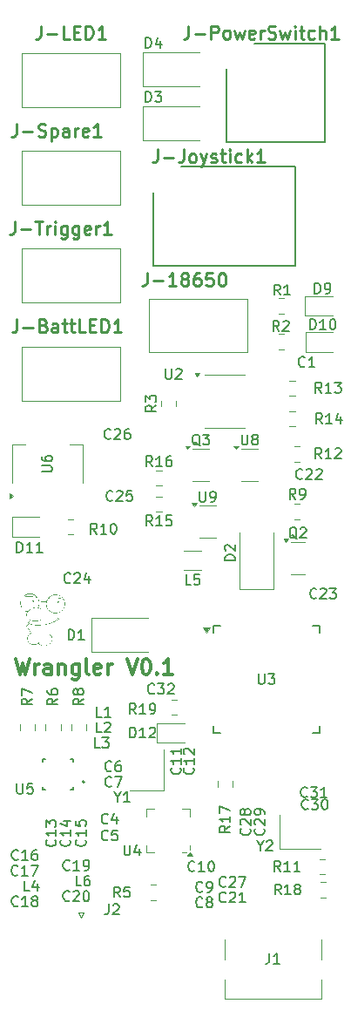
<source format=gbr>
%TF.GenerationSoftware,KiCad,Pcbnew,9.0.1*%
%TF.CreationDate,2025-07-21T15:53:40-04:00*%
%TF.ProjectId,wrangler,7772616e-676c-4657-922e-6b696361645f,rev?*%
%TF.SameCoordinates,Original*%
%TF.FileFunction,Legend,Top*%
%TF.FilePolarity,Positive*%
%FSLAX46Y46*%
G04 Gerber Fmt 4.6, Leading zero omitted, Abs format (unit mm)*
G04 Created by KiCad (PCBNEW 9.0.1) date 2025-07-21 15:53:40*
%MOMM*%
%LPD*%
G01*
G04 APERTURE LIST*
%ADD10C,0.300000*%
%ADD11C,0.150000*%
%ADD12C,0.254000*%
%ADD13C,0.000000*%
%ADD14C,0.120000*%
%ADD15C,0.100000*%
%ADD16C,0.127000*%
%ADD17C,0.200000*%
G04 APERTURE END LIST*
D10*
X178661653Y-118800828D02*
X179018796Y-120300828D01*
X179018796Y-120300828D02*
X179304510Y-119229400D01*
X179304510Y-119229400D02*
X179590225Y-120300828D01*
X179590225Y-120300828D02*
X179947368Y-118800828D01*
X180518796Y-120300828D02*
X180518796Y-119300828D01*
X180518796Y-119586542D02*
X180590225Y-119443685D01*
X180590225Y-119443685D02*
X180661654Y-119372257D01*
X180661654Y-119372257D02*
X180804511Y-119300828D01*
X180804511Y-119300828D02*
X180947368Y-119300828D01*
X182090225Y-120300828D02*
X182090225Y-119515114D01*
X182090225Y-119515114D02*
X182018796Y-119372257D01*
X182018796Y-119372257D02*
X181875939Y-119300828D01*
X181875939Y-119300828D02*
X181590225Y-119300828D01*
X181590225Y-119300828D02*
X181447367Y-119372257D01*
X182090225Y-120229400D02*
X181947367Y-120300828D01*
X181947367Y-120300828D02*
X181590225Y-120300828D01*
X181590225Y-120300828D02*
X181447367Y-120229400D01*
X181447367Y-120229400D02*
X181375939Y-120086542D01*
X181375939Y-120086542D02*
X181375939Y-119943685D01*
X181375939Y-119943685D02*
X181447367Y-119800828D01*
X181447367Y-119800828D02*
X181590225Y-119729400D01*
X181590225Y-119729400D02*
X181947367Y-119729400D01*
X181947367Y-119729400D02*
X182090225Y-119657971D01*
X182804510Y-119300828D02*
X182804510Y-120300828D01*
X182804510Y-119443685D02*
X182875939Y-119372257D01*
X182875939Y-119372257D02*
X183018796Y-119300828D01*
X183018796Y-119300828D02*
X183233082Y-119300828D01*
X183233082Y-119300828D02*
X183375939Y-119372257D01*
X183375939Y-119372257D02*
X183447368Y-119515114D01*
X183447368Y-119515114D02*
X183447368Y-120300828D01*
X184804511Y-119300828D02*
X184804511Y-120515114D01*
X184804511Y-120515114D02*
X184733082Y-120657971D01*
X184733082Y-120657971D02*
X184661653Y-120729400D01*
X184661653Y-120729400D02*
X184518796Y-120800828D01*
X184518796Y-120800828D02*
X184304511Y-120800828D01*
X184304511Y-120800828D02*
X184161653Y-120729400D01*
X184804511Y-120229400D02*
X184661653Y-120300828D01*
X184661653Y-120300828D02*
X184375939Y-120300828D01*
X184375939Y-120300828D02*
X184233082Y-120229400D01*
X184233082Y-120229400D02*
X184161653Y-120157971D01*
X184161653Y-120157971D02*
X184090225Y-120015114D01*
X184090225Y-120015114D02*
X184090225Y-119586542D01*
X184090225Y-119586542D02*
X184161653Y-119443685D01*
X184161653Y-119443685D02*
X184233082Y-119372257D01*
X184233082Y-119372257D02*
X184375939Y-119300828D01*
X184375939Y-119300828D02*
X184661653Y-119300828D01*
X184661653Y-119300828D02*
X184804511Y-119372257D01*
X185733082Y-120300828D02*
X185590225Y-120229400D01*
X185590225Y-120229400D02*
X185518796Y-120086542D01*
X185518796Y-120086542D02*
X185518796Y-118800828D01*
X186875939Y-120229400D02*
X186733082Y-120300828D01*
X186733082Y-120300828D02*
X186447368Y-120300828D01*
X186447368Y-120300828D02*
X186304510Y-120229400D01*
X186304510Y-120229400D02*
X186233082Y-120086542D01*
X186233082Y-120086542D02*
X186233082Y-119515114D01*
X186233082Y-119515114D02*
X186304510Y-119372257D01*
X186304510Y-119372257D02*
X186447368Y-119300828D01*
X186447368Y-119300828D02*
X186733082Y-119300828D01*
X186733082Y-119300828D02*
X186875939Y-119372257D01*
X186875939Y-119372257D02*
X186947368Y-119515114D01*
X186947368Y-119515114D02*
X186947368Y-119657971D01*
X186947368Y-119657971D02*
X186233082Y-119800828D01*
X187590224Y-120300828D02*
X187590224Y-119300828D01*
X187590224Y-119586542D02*
X187661653Y-119443685D01*
X187661653Y-119443685D02*
X187733082Y-119372257D01*
X187733082Y-119372257D02*
X187875939Y-119300828D01*
X187875939Y-119300828D02*
X188018796Y-119300828D01*
X189447367Y-118800828D02*
X189947367Y-120300828D01*
X189947367Y-120300828D02*
X190447367Y-118800828D01*
X191233081Y-118800828D02*
X191375938Y-118800828D01*
X191375938Y-118800828D02*
X191518795Y-118872257D01*
X191518795Y-118872257D02*
X191590224Y-118943685D01*
X191590224Y-118943685D02*
X191661652Y-119086542D01*
X191661652Y-119086542D02*
X191733081Y-119372257D01*
X191733081Y-119372257D02*
X191733081Y-119729400D01*
X191733081Y-119729400D02*
X191661652Y-120015114D01*
X191661652Y-120015114D02*
X191590224Y-120157971D01*
X191590224Y-120157971D02*
X191518795Y-120229400D01*
X191518795Y-120229400D02*
X191375938Y-120300828D01*
X191375938Y-120300828D02*
X191233081Y-120300828D01*
X191233081Y-120300828D02*
X191090224Y-120229400D01*
X191090224Y-120229400D02*
X191018795Y-120157971D01*
X191018795Y-120157971D02*
X190947366Y-120015114D01*
X190947366Y-120015114D02*
X190875938Y-119729400D01*
X190875938Y-119729400D02*
X190875938Y-119372257D01*
X190875938Y-119372257D02*
X190947366Y-119086542D01*
X190947366Y-119086542D02*
X191018795Y-118943685D01*
X191018795Y-118943685D02*
X191090224Y-118872257D01*
X191090224Y-118872257D02*
X191233081Y-118800828D01*
X192375937Y-120157971D02*
X192447366Y-120229400D01*
X192447366Y-120229400D02*
X192375937Y-120300828D01*
X192375937Y-120300828D02*
X192304509Y-120229400D01*
X192304509Y-120229400D02*
X192375937Y-120157971D01*
X192375937Y-120157971D02*
X192375937Y-120300828D01*
X193875938Y-120300828D02*
X193018795Y-120300828D01*
X193447366Y-120300828D02*
X193447366Y-118800828D01*
X193447366Y-118800828D02*
X193304509Y-119015114D01*
X193304509Y-119015114D02*
X193161652Y-119157971D01*
X193161652Y-119157971D02*
X193018795Y-119229400D01*
D11*
X196012142Y-139359580D02*
X195964523Y-139407200D01*
X195964523Y-139407200D02*
X195821666Y-139454819D01*
X195821666Y-139454819D02*
X195726428Y-139454819D01*
X195726428Y-139454819D02*
X195583571Y-139407200D01*
X195583571Y-139407200D02*
X195488333Y-139311961D01*
X195488333Y-139311961D02*
X195440714Y-139216723D01*
X195440714Y-139216723D02*
X195393095Y-139026247D01*
X195393095Y-139026247D02*
X195393095Y-138883390D01*
X195393095Y-138883390D02*
X195440714Y-138692914D01*
X195440714Y-138692914D02*
X195488333Y-138597676D01*
X195488333Y-138597676D02*
X195583571Y-138502438D01*
X195583571Y-138502438D02*
X195726428Y-138454819D01*
X195726428Y-138454819D02*
X195821666Y-138454819D01*
X195821666Y-138454819D02*
X195964523Y-138502438D01*
X195964523Y-138502438D02*
X196012142Y-138550057D01*
X196964523Y-139454819D02*
X196393095Y-139454819D01*
X196678809Y-139454819D02*
X196678809Y-138454819D01*
X196678809Y-138454819D02*
X196583571Y-138597676D01*
X196583571Y-138597676D02*
X196488333Y-138692914D01*
X196488333Y-138692914D02*
X196393095Y-138740533D01*
X197583571Y-138454819D02*
X197678809Y-138454819D01*
X197678809Y-138454819D02*
X197774047Y-138502438D01*
X197774047Y-138502438D02*
X197821666Y-138550057D01*
X197821666Y-138550057D02*
X197869285Y-138645295D01*
X197869285Y-138645295D02*
X197916904Y-138835771D01*
X197916904Y-138835771D02*
X197916904Y-139073866D01*
X197916904Y-139073866D02*
X197869285Y-139264342D01*
X197869285Y-139264342D02*
X197821666Y-139359580D01*
X197821666Y-139359580D02*
X197774047Y-139407200D01*
X197774047Y-139407200D02*
X197678809Y-139454819D01*
X197678809Y-139454819D02*
X197583571Y-139454819D01*
X197583571Y-139454819D02*
X197488333Y-139407200D01*
X197488333Y-139407200D02*
X197440714Y-139359580D01*
X197440714Y-139359580D02*
X197393095Y-139264342D01*
X197393095Y-139264342D02*
X197345476Y-139073866D01*
X197345476Y-139073866D02*
X197345476Y-138835771D01*
X197345476Y-138835771D02*
X197393095Y-138645295D01*
X197393095Y-138645295D02*
X197440714Y-138550057D01*
X197440714Y-138550057D02*
X197488333Y-138502438D01*
X197488333Y-138502438D02*
X197583571Y-138454819D01*
X183761905Y-116954819D02*
X183761905Y-115954819D01*
X183761905Y-115954819D02*
X184000000Y-115954819D01*
X184000000Y-115954819D02*
X184142857Y-116002438D01*
X184142857Y-116002438D02*
X184238095Y-116097676D01*
X184238095Y-116097676D02*
X184285714Y-116192914D01*
X184285714Y-116192914D02*
X184333333Y-116383390D01*
X184333333Y-116383390D02*
X184333333Y-116526247D01*
X184333333Y-116526247D02*
X184285714Y-116716723D01*
X184285714Y-116716723D02*
X184238095Y-116811961D01*
X184238095Y-116811961D02*
X184142857Y-116907200D01*
X184142857Y-116907200D02*
X184000000Y-116954819D01*
X184000000Y-116954819D02*
X183761905Y-116954819D01*
X185285714Y-116954819D02*
X184714286Y-116954819D01*
X185000000Y-116954819D02*
X185000000Y-115954819D01*
X185000000Y-115954819D02*
X184904762Y-116097676D01*
X184904762Y-116097676D02*
X184809524Y-116192914D01*
X184809524Y-116192914D02*
X184714286Y-116240533D01*
X178832142Y-139759580D02*
X178784523Y-139807200D01*
X178784523Y-139807200D02*
X178641666Y-139854819D01*
X178641666Y-139854819D02*
X178546428Y-139854819D01*
X178546428Y-139854819D02*
X178403571Y-139807200D01*
X178403571Y-139807200D02*
X178308333Y-139711961D01*
X178308333Y-139711961D02*
X178260714Y-139616723D01*
X178260714Y-139616723D02*
X178213095Y-139426247D01*
X178213095Y-139426247D02*
X178213095Y-139283390D01*
X178213095Y-139283390D02*
X178260714Y-139092914D01*
X178260714Y-139092914D02*
X178308333Y-138997676D01*
X178308333Y-138997676D02*
X178403571Y-138902438D01*
X178403571Y-138902438D02*
X178546428Y-138854819D01*
X178546428Y-138854819D02*
X178641666Y-138854819D01*
X178641666Y-138854819D02*
X178784523Y-138902438D01*
X178784523Y-138902438D02*
X178832142Y-138950057D01*
X179784523Y-139854819D02*
X179213095Y-139854819D01*
X179498809Y-139854819D02*
X179498809Y-138854819D01*
X179498809Y-138854819D02*
X179403571Y-138997676D01*
X179403571Y-138997676D02*
X179308333Y-139092914D01*
X179308333Y-139092914D02*
X179213095Y-139140533D01*
X180117857Y-138854819D02*
X180784523Y-138854819D01*
X180784523Y-138854819D02*
X180355952Y-139854819D01*
X191261905Y-64704819D02*
X191261905Y-63704819D01*
X191261905Y-63704819D02*
X191500000Y-63704819D01*
X191500000Y-63704819D02*
X191642857Y-63752438D01*
X191642857Y-63752438D02*
X191738095Y-63847676D01*
X191738095Y-63847676D02*
X191785714Y-63942914D01*
X191785714Y-63942914D02*
X191833333Y-64133390D01*
X191833333Y-64133390D02*
X191833333Y-64276247D01*
X191833333Y-64276247D02*
X191785714Y-64466723D01*
X191785714Y-64466723D02*
X191738095Y-64561961D01*
X191738095Y-64561961D02*
X191642857Y-64657200D01*
X191642857Y-64657200D02*
X191500000Y-64704819D01*
X191500000Y-64704819D02*
X191261905Y-64704819D01*
X192166667Y-63704819D02*
X192785714Y-63704819D01*
X192785714Y-63704819D02*
X192452381Y-64085771D01*
X192452381Y-64085771D02*
X192595238Y-64085771D01*
X192595238Y-64085771D02*
X192690476Y-64133390D01*
X192690476Y-64133390D02*
X192738095Y-64181009D01*
X192738095Y-64181009D02*
X192785714Y-64276247D01*
X192785714Y-64276247D02*
X192785714Y-64514342D01*
X192785714Y-64514342D02*
X192738095Y-64609580D01*
X192738095Y-64609580D02*
X192690476Y-64657200D01*
X192690476Y-64657200D02*
X192595238Y-64704819D01*
X192595238Y-64704819D02*
X192309524Y-64704819D01*
X192309524Y-64704819D02*
X192214286Y-64657200D01*
X192214286Y-64657200D02*
X192166667Y-64609580D01*
X189735714Y-126454819D02*
X189735714Y-125454819D01*
X189735714Y-125454819D02*
X189973809Y-125454819D01*
X189973809Y-125454819D02*
X190116666Y-125502438D01*
X190116666Y-125502438D02*
X190211904Y-125597676D01*
X190211904Y-125597676D02*
X190259523Y-125692914D01*
X190259523Y-125692914D02*
X190307142Y-125883390D01*
X190307142Y-125883390D02*
X190307142Y-126026247D01*
X190307142Y-126026247D02*
X190259523Y-126216723D01*
X190259523Y-126216723D02*
X190211904Y-126311961D01*
X190211904Y-126311961D02*
X190116666Y-126407200D01*
X190116666Y-126407200D02*
X189973809Y-126454819D01*
X189973809Y-126454819D02*
X189735714Y-126454819D01*
X191259523Y-126454819D02*
X190688095Y-126454819D01*
X190973809Y-126454819D02*
X190973809Y-125454819D01*
X190973809Y-125454819D02*
X190878571Y-125597676D01*
X190878571Y-125597676D02*
X190783333Y-125692914D01*
X190783333Y-125692914D02*
X190688095Y-125740533D01*
X191640476Y-125550057D02*
X191688095Y-125502438D01*
X191688095Y-125502438D02*
X191783333Y-125454819D01*
X191783333Y-125454819D02*
X192021428Y-125454819D01*
X192021428Y-125454819D02*
X192116666Y-125502438D01*
X192116666Y-125502438D02*
X192164285Y-125550057D01*
X192164285Y-125550057D02*
X192211904Y-125645295D01*
X192211904Y-125645295D02*
X192211904Y-125740533D01*
X192211904Y-125740533D02*
X192164285Y-125883390D01*
X192164285Y-125883390D02*
X191592857Y-126454819D01*
X191592857Y-126454819D02*
X192211904Y-126454819D01*
X206497142Y-101259580D02*
X206449523Y-101307200D01*
X206449523Y-101307200D02*
X206306666Y-101354819D01*
X206306666Y-101354819D02*
X206211428Y-101354819D01*
X206211428Y-101354819D02*
X206068571Y-101307200D01*
X206068571Y-101307200D02*
X205973333Y-101211961D01*
X205973333Y-101211961D02*
X205925714Y-101116723D01*
X205925714Y-101116723D02*
X205878095Y-100926247D01*
X205878095Y-100926247D02*
X205878095Y-100783390D01*
X205878095Y-100783390D02*
X205925714Y-100592914D01*
X205925714Y-100592914D02*
X205973333Y-100497676D01*
X205973333Y-100497676D02*
X206068571Y-100402438D01*
X206068571Y-100402438D02*
X206211428Y-100354819D01*
X206211428Y-100354819D02*
X206306666Y-100354819D01*
X206306666Y-100354819D02*
X206449523Y-100402438D01*
X206449523Y-100402438D02*
X206497142Y-100450057D01*
X206878095Y-100450057D02*
X206925714Y-100402438D01*
X206925714Y-100402438D02*
X207020952Y-100354819D01*
X207020952Y-100354819D02*
X207259047Y-100354819D01*
X207259047Y-100354819D02*
X207354285Y-100402438D01*
X207354285Y-100402438D02*
X207401904Y-100450057D01*
X207401904Y-100450057D02*
X207449523Y-100545295D01*
X207449523Y-100545295D02*
X207449523Y-100640533D01*
X207449523Y-100640533D02*
X207401904Y-100783390D01*
X207401904Y-100783390D02*
X206830476Y-101354819D01*
X206830476Y-101354819D02*
X207449523Y-101354819D01*
X207830476Y-100450057D02*
X207878095Y-100402438D01*
X207878095Y-100402438D02*
X207973333Y-100354819D01*
X207973333Y-100354819D02*
X208211428Y-100354819D01*
X208211428Y-100354819D02*
X208306666Y-100402438D01*
X208306666Y-100402438D02*
X208354285Y-100450057D01*
X208354285Y-100450057D02*
X208401904Y-100545295D01*
X208401904Y-100545295D02*
X208401904Y-100640533D01*
X208401904Y-100640533D02*
X208354285Y-100783390D01*
X208354285Y-100783390D02*
X207782857Y-101354819D01*
X207782857Y-101354819D02*
X208401904Y-101354819D01*
X178857142Y-138259580D02*
X178809523Y-138307200D01*
X178809523Y-138307200D02*
X178666666Y-138354819D01*
X178666666Y-138354819D02*
X178571428Y-138354819D01*
X178571428Y-138354819D02*
X178428571Y-138307200D01*
X178428571Y-138307200D02*
X178333333Y-138211961D01*
X178333333Y-138211961D02*
X178285714Y-138116723D01*
X178285714Y-138116723D02*
X178238095Y-137926247D01*
X178238095Y-137926247D02*
X178238095Y-137783390D01*
X178238095Y-137783390D02*
X178285714Y-137592914D01*
X178285714Y-137592914D02*
X178333333Y-137497676D01*
X178333333Y-137497676D02*
X178428571Y-137402438D01*
X178428571Y-137402438D02*
X178571428Y-137354819D01*
X178571428Y-137354819D02*
X178666666Y-137354819D01*
X178666666Y-137354819D02*
X178809523Y-137402438D01*
X178809523Y-137402438D02*
X178857142Y-137450057D01*
X179809523Y-138354819D02*
X179238095Y-138354819D01*
X179523809Y-138354819D02*
X179523809Y-137354819D01*
X179523809Y-137354819D02*
X179428571Y-137497676D01*
X179428571Y-137497676D02*
X179333333Y-137592914D01*
X179333333Y-137592914D02*
X179238095Y-137640533D01*
X180666666Y-137354819D02*
X180476190Y-137354819D01*
X180476190Y-137354819D02*
X180380952Y-137402438D01*
X180380952Y-137402438D02*
X180333333Y-137450057D01*
X180333333Y-137450057D02*
X180238095Y-137592914D01*
X180238095Y-137592914D02*
X180190476Y-137783390D01*
X180190476Y-137783390D02*
X180190476Y-138164342D01*
X180190476Y-138164342D02*
X180238095Y-138259580D01*
X180238095Y-138259580D02*
X180285714Y-138307200D01*
X180285714Y-138307200D02*
X180380952Y-138354819D01*
X180380952Y-138354819D02*
X180571428Y-138354819D01*
X180571428Y-138354819D02*
X180666666Y-138307200D01*
X180666666Y-138307200D02*
X180714285Y-138259580D01*
X180714285Y-138259580D02*
X180761904Y-138164342D01*
X180761904Y-138164342D02*
X180761904Y-137926247D01*
X180761904Y-137926247D02*
X180714285Y-137831009D01*
X180714285Y-137831009D02*
X180666666Y-137783390D01*
X180666666Y-137783390D02*
X180571428Y-137735771D01*
X180571428Y-137735771D02*
X180380952Y-137735771D01*
X180380952Y-137735771D02*
X180285714Y-137783390D01*
X180285714Y-137783390D02*
X180238095Y-137831009D01*
X180238095Y-137831009D02*
X180190476Y-137926247D01*
X205967261Y-107150057D02*
X205872023Y-107102438D01*
X205872023Y-107102438D02*
X205776785Y-107007200D01*
X205776785Y-107007200D02*
X205633928Y-106864342D01*
X205633928Y-106864342D02*
X205538690Y-106816723D01*
X205538690Y-106816723D02*
X205443452Y-106816723D01*
X205491071Y-107054819D02*
X205395833Y-107007200D01*
X205395833Y-107007200D02*
X205300595Y-106911961D01*
X205300595Y-106911961D02*
X205252976Y-106721485D01*
X205252976Y-106721485D02*
X205252976Y-106388152D01*
X205252976Y-106388152D02*
X205300595Y-106197676D01*
X205300595Y-106197676D02*
X205395833Y-106102438D01*
X205395833Y-106102438D02*
X205491071Y-106054819D01*
X205491071Y-106054819D02*
X205681547Y-106054819D01*
X205681547Y-106054819D02*
X205776785Y-106102438D01*
X205776785Y-106102438D02*
X205872023Y-106197676D01*
X205872023Y-106197676D02*
X205919642Y-106388152D01*
X205919642Y-106388152D02*
X205919642Y-106721485D01*
X205919642Y-106721485D02*
X205872023Y-106911961D01*
X205872023Y-106911961D02*
X205776785Y-107007200D01*
X205776785Y-107007200D02*
X205681547Y-107054819D01*
X205681547Y-107054819D02*
X205491071Y-107054819D01*
X206300595Y-106150057D02*
X206348214Y-106102438D01*
X206348214Y-106102438D02*
X206443452Y-106054819D01*
X206443452Y-106054819D02*
X206681547Y-106054819D01*
X206681547Y-106054819D02*
X206776785Y-106102438D01*
X206776785Y-106102438D02*
X206824404Y-106150057D01*
X206824404Y-106150057D02*
X206872023Y-106245295D01*
X206872023Y-106245295D02*
X206872023Y-106340533D01*
X206872023Y-106340533D02*
X206824404Y-106483390D01*
X206824404Y-106483390D02*
X206252976Y-107054819D01*
X206252976Y-107054819D02*
X206872023Y-107054819D01*
X183859580Y-136392857D02*
X183907200Y-136440476D01*
X183907200Y-136440476D02*
X183954819Y-136583333D01*
X183954819Y-136583333D02*
X183954819Y-136678571D01*
X183954819Y-136678571D02*
X183907200Y-136821428D01*
X183907200Y-136821428D02*
X183811961Y-136916666D01*
X183811961Y-136916666D02*
X183716723Y-136964285D01*
X183716723Y-136964285D02*
X183526247Y-137011904D01*
X183526247Y-137011904D02*
X183383390Y-137011904D01*
X183383390Y-137011904D02*
X183192914Y-136964285D01*
X183192914Y-136964285D02*
X183097676Y-136916666D01*
X183097676Y-136916666D02*
X183002438Y-136821428D01*
X183002438Y-136821428D02*
X182954819Y-136678571D01*
X182954819Y-136678571D02*
X182954819Y-136583333D01*
X182954819Y-136583333D02*
X183002438Y-136440476D01*
X183002438Y-136440476D02*
X183050057Y-136392857D01*
X183954819Y-135440476D02*
X183954819Y-136011904D01*
X183954819Y-135726190D02*
X182954819Y-135726190D01*
X182954819Y-135726190D02*
X183097676Y-135821428D01*
X183097676Y-135821428D02*
X183192914Y-135916666D01*
X183192914Y-135916666D02*
X183240533Y-136011904D01*
X183288152Y-134583333D02*
X183954819Y-134583333D01*
X182907200Y-134821428D02*
X183621485Y-135059523D01*
X183621485Y-135059523D02*
X183621485Y-134440476D01*
X185214819Y-122666666D02*
X184738628Y-122999999D01*
X185214819Y-123238094D02*
X184214819Y-123238094D01*
X184214819Y-123238094D02*
X184214819Y-122857142D01*
X184214819Y-122857142D02*
X184262438Y-122761904D01*
X184262438Y-122761904D02*
X184310057Y-122714285D01*
X184310057Y-122714285D02*
X184405295Y-122666666D01*
X184405295Y-122666666D02*
X184548152Y-122666666D01*
X184548152Y-122666666D02*
X184643390Y-122714285D01*
X184643390Y-122714285D02*
X184691009Y-122761904D01*
X184691009Y-122761904D02*
X184738628Y-122857142D01*
X184738628Y-122857142D02*
X184738628Y-123238094D01*
X184643390Y-122095237D02*
X184595771Y-122190475D01*
X184595771Y-122190475D02*
X184548152Y-122238094D01*
X184548152Y-122238094D02*
X184452914Y-122285713D01*
X184452914Y-122285713D02*
X184405295Y-122285713D01*
X184405295Y-122285713D02*
X184310057Y-122238094D01*
X184310057Y-122238094D02*
X184262438Y-122190475D01*
X184262438Y-122190475D02*
X184214819Y-122095237D01*
X184214819Y-122095237D02*
X184214819Y-121904761D01*
X184214819Y-121904761D02*
X184262438Y-121809523D01*
X184262438Y-121809523D02*
X184310057Y-121761904D01*
X184310057Y-121761904D02*
X184405295Y-121714285D01*
X184405295Y-121714285D02*
X184452914Y-121714285D01*
X184452914Y-121714285D02*
X184548152Y-121761904D01*
X184548152Y-121761904D02*
X184595771Y-121809523D01*
X184595771Y-121809523D02*
X184643390Y-121904761D01*
X184643390Y-121904761D02*
X184643390Y-122095237D01*
X184643390Y-122095237D02*
X184691009Y-122190475D01*
X184691009Y-122190475D02*
X184738628Y-122238094D01*
X184738628Y-122238094D02*
X184833866Y-122285713D01*
X184833866Y-122285713D02*
X185024342Y-122285713D01*
X185024342Y-122285713D02*
X185119580Y-122238094D01*
X185119580Y-122238094D02*
X185167200Y-122190475D01*
X185167200Y-122190475D02*
X185214819Y-122095237D01*
X185214819Y-122095237D02*
X185214819Y-121904761D01*
X185214819Y-121904761D02*
X185167200Y-121809523D01*
X185167200Y-121809523D02*
X185119580Y-121761904D01*
X185119580Y-121761904D02*
X185024342Y-121714285D01*
X185024342Y-121714285D02*
X184833866Y-121714285D01*
X184833866Y-121714285D02*
X184738628Y-121761904D01*
X184738628Y-121761904D02*
X184691009Y-121809523D01*
X184691009Y-121809523D02*
X184643390Y-121904761D01*
X186808333Y-127454819D02*
X186332143Y-127454819D01*
X186332143Y-127454819D02*
X186332143Y-126454819D01*
X187046429Y-126454819D02*
X187665476Y-126454819D01*
X187665476Y-126454819D02*
X187332143Y-126835771D01*
X187332143Y-126835771D02*
X187475000Y-126835771D01*
X187475000Y-126835771D02*
X187570238Y-126883390D01*
X187570238Y-126883390D02*
X187617857Y-126931009D01*
X187617857Y-126931009D02*
X187665476Y-127026247D01*
X187665476Y-127026247D02*
X187665476Y-127264342D01*
X187665476Y-127264342D02*
X187617857Y-127359580D01*
X187617857Y-127359580D02*
X187570238Y-127407200D01*
X187570238Y-127407200D02*
X187475000Y-127454819D01*
X187475000Y-127454819D02*
X187189286Y-127454819D01*
X187189286Y-127454819D02*
X187094048Y-127407200D01*
X187094048Y-127407200D02*
X187046429Y-127359580D01*
X208357142Y-99344819D02*
X208023809Y-98868628D01*
X207785714Y-99344819D02*
X207785714Y-98344819D01*
X207785714Y-98344819D02*
X208166666Y-98344819D01*
X208166666Y-98344819D02*
X208261904Y-98392438D01*
X208261904Y-98392438D02*
X208309523Y-98440057D01*
X208309523Y-98440057D02*
X208357142Y-98535295D01*
X208357142Y-98535295D02*
X208357142Y-98678152D01*
X208357142Y-98678152D02*
X208309523Y-98773390D01*
X208309523Y-98773390D02*
X208261904Y-98821009D01*
X208261904Y-98821009D02*
X208166666Y-98868628D01*
X208166666Y-98868628D02*
X207785714Y-98868628D01*
X209309523Y-99344819D02*
X208738095Y-99344819D01*
X209023809Y-99344819D02*
X209023809Y-98344819D01*
X209023809Y-98344819D02*
X208928571Y-98487676D01*
X208928571Y-98487676D02*
X208833333Y-98582914D01*
X208833333Y-98582914D02*
X208738095Y-98630533D01*
X209690476Y-98440057D02*
X209738095Y-98392438D01*
X209738095Y-98392438D02*
X209833333Y-98344819D01*
X209833333Y-98344819D02*
X210071428Y-98344819D01*
X210071428Y-98344819D02*
X210166666Y-98392438D01*
X210166666Y-98392438D02*
X210214285Y-98440057D01*
X210214285Y-98440057D02*
X210261904Y-98535295D01*
X210261904Y-98535295D02*
X210261904Y-98630533D01*
X210261904Y-98630533D02*
X210214285Y-98773390D01*
X210214285Y-98773390D02*
X209642857Y-99344819D01*
X209642857Y-99344819D02*
X210261904Y-99344819D01*
X192274819Y-94166666D02*
X191798628Y-94499999D01*
X192274819Y-94738094D02*
X191274819Y-94738094D01*
X191274819Y-94738094D02*
X191274819Y-94357142D01*
X191274819Y-94357142D02*
X191322438Y-94261904D01*
X191322438Y-94261904D02*
X191370057Y-94214285D01*
X191370057Y-94214285D02*
X191465295Y-94166666D01*
X191465295Y-94166666D02*
X191608152Y-94166666D01*
X191608152Y-94166666D02*
X191703390Y-94214285D01*
X191703390Y-94214285D02*
X191751009Y-94261904D01*
X191751009Y-94261904D02*
X191798628Y-94357142D01*
X191798628Y-94357142D02*
X191798628Y-94738094D01*
X191274819Y-93833332D02*
X191274819Y-93214285D01*
X191274819Y-93214285D02*
X191655771Y-93547618D01*
X191655771Y-93547618D02*
X191655771Y-93404761D01*
X191655771Y-93404761D02*
X191703390Y-93309523D01*
X191703390Y-93309523D02*
X191751009Y-93261904D01*
X191751009Y-93261904D02*
X191846247Y-93214285D01*
X191846247Y-93214285D02*
X192084342Y-93214285D01*
X192084342Y-93214285D02*
X192179580Y-93261904D01*
X192179580Y-93261904D02*
X192227200Y-93309523D01*
X192227200Y-93309523D02*
X192274819Y-93404761D01*
X192274819Y-93404761D02*
X192274819Y-93690475D01*
X192274819Y-93690475D02*
X192227200Y-93785713D01*
X192227200Y-93785713D02*
X192179580Y-93833332D01*
X205833333Y-103274819D02*
X205500000Y-102798628D01*
X205261905Y-103274819D02*
X205261905Y-102274819D01*
X205261905Y-102274819D02*
X205642857Y-102274819D01*
X205642857Y-102274819D02*
X205738095Y-102322438D01*
X205738095Y-102322438D02*
X205785714Y-102370057D01*
X205785714Y-102370057D02*
X205833333Y-102465295D01*
X205833333Y-102465295D02*
X205833333Y-102608152D01*
X205833333Y-102608152D02*
X205785714Y-102703390D01*
X205785714Y-102703390D02*
X205738095Y-102751009D01*
X205738095Y-102751009D02*
X205642857Y-102798628D01*
X205642857Y-102798628D02*
X205261905Y-102798628D01*
X206309524Y-103274819D02*
X206500000Y-103274819D01*
X206500000Y-103274819D02*
X206595238Y-103227200D01*
X206595238Y-103227200D02*
X206642857Y-103179580D01*
X206642857Y-103179580D02*
X206738095Y-103036723D01*
X206738095Y-103036723D02*
X206785714Y-102846247D01*
X206785714Y-102846247D02*
X206785714Y-102465295D01*
X206785714Y-102465295D02*
X206738095Y-102370057D01*
X206738095Y-102370057D02*
X206690476Y-102322438D01*
X206690476Y-102322438D02*
X206595238Y-102274819D01*
X206595238Y-102274819D02*
X206404762Y-102274819D01*
X206404762Y-102274819D02*
X206309524Y-102322438D01*
X206309524Y-102322438D02*
X206261905Y-102370057D01*
X206261905Y-102370057D02*
X206214286Y-102465295D01*
X206214286Y-102465295D02*
X206214286Y-102703390D01*
X206214286Y-102703390D02*
X206261905Y-102798628D01*
X206261905Y-102798628D02*
X206309524Y-102846247D01*
X206309524Y-102846247D02*
X206404762Y-102893866D01*
X206404762Y-102893866D02*
X206595238Y-102893866D01*
X206595238Y-102893866D02*
X206690476Y-102846247D01*
X206690476Y-102846247D02*
X206738095Y-102798628D01*
X206738095Y-102798628D02*
X206785714Y-102703390D01*
X188783333Y-141954819D02*
X188450000Y-141478628D01*
X188211905Y-141954819D02*
X188211905Y-140954819D01*
X188211905Y-140954819D02*
X188592857Y-140954819D01*
X188592857Y-140954819D02*
X188688095Y-141002438D01*
X188688095Y-141002438D02*
X188735714Y-141050057D01*
X188735714Y-141050057D02*
X188783333Y-141145295D01*
X188783333Y-141145295D02*
X188783333Y-141288152D01*
X188783333Y-141288152D02*
X188735714Y-141383390D01*
X188735714Y-141383390D02*
X188688095Y-141431009D01*
X188688095Y-141431009D02*
X188592857Y-141478628D01*
X188592857Y-141478628D02*
X188211905Y-141478628D01*
X189688095Y-140954819D02*
X189211905Y-140954819D01*
X189211905Y-140954819D02*
X189164286Y-141431009D01*
X189164286Y-141431009D02*
X189211905Y-141383390D01*
X189211905Y-141383390D02*
X189307143Y-141335771D01*
X189307143Y-141335771D02*
X189545238Y-141335771D01*
X189545238Y-141335771D02*
X189640476Y-141383390D01*
X189640476Y-141383390D02*
X189688095Y-141431009D01*
X189688095Y-141431009D02*
X189735714Y-141526247D01*
X189735714Y-141526247D02*
X189735714Y-141764342D01*
X189735714Y-141764342D02*
X189688095Y-141859580D01*
X189688095Y-141859580D02*
X189640476Y-141907200D01*
X189640476Y-141907200D02*
X189545238Y-141954819D01*
X189545238Y-141954819D02*
X189307143Y-141954819D01*
X189307143Y-141954819D02*
X189211905Y-141907200D01*
X189211905Y-141907200D02*
X189164286Y-141859580D01*
X186507142Y-106654819D02*
X186173809Y-106178628D01*
X185935714Y-106654819D02*
X185935714Y-105654819D01*
X185935714Y-105654819D02*
X186316666Y-105654819D01*
X186316666Y-105654819D02*
X186411904Y-105702438D01*
X186411904Y-105702438D02*
X186459523Y-105750057D01*
X186459523Y-105750057D02*
X186507142Y-105845295D01*
X186507142Y-105845295D02*
X186507142Y-105988152D01*
X186507142Y-105988152D02*
X186459523Y-106083390D01*
X186459523Y-106083390D02*
X186411904Y-106131009D01*
X186411904Y-106131009D02*
X186316666Y-106178628D01*
X186316666Y-106178628D02*
X185935714Y-106178628D01*
X187459523Y-106654819D02*
X186888095Y-106654819D01*
X187173809Y-106654819D02*
X187173809Y-105654819D01*
X187173809Y-105654819D02*
X187078571Y-105797676D01*
X187078571Y-105797676D02*
X186983333Y-105892914D01*
X186983333Y-105892914D02*
X186888095Y-105940533D01*
X188078571Y-105654819D02*
X188173809Y-105654819D01*
X188173809Y-105654819D02*
X188269047Y-105702438D01*
X188269047Y-105702438D02*
X188316666Y-105750057D01*
X188316666Y-105750057D02*
X188364285Y-105845295D01*
X188364285Y-105845295D02*
X188411904Y-106035771D01*
X188411904Y-106035771D02*
X188411904Y-106273866D01*
X188411904Y-106273866D02*
X188364285Y-106464342D01*
X188364285Y-106464342D02*
X188316666Y-106559580D01*
X188316666Y-106559580D02*
X188269047Y-106607200D01*
X188269047Y-106607200D02*
X188173809Y-106654819D01*
X188173809Y-106654819D02*
X188078571Y-106654819D01*
X188078571Y-106654819D02*
X187983333Y-106607200D01*
X187983333Y-106607200D02*
X187935714Y-106559580D01*
X187935714Y-106559580D02*
X187888095Y-106464342D01*
X187888095Y-106464342D02*
X187840476Y-106273866D01*
X187840476Y-106273866D02*
X187840476Y-106035771D01*
X187840476Y-106035771D02*
X187888095Y-105845295D01*
X187888095Y-105845295D02*
X187935714Y-105750057D01*
X187935714Y-105750057D02*
X187983333Y-105702438D01*
X187983333Y-105702438D02*
X188078571Y-105654819D01*
X183857142Y-142259580D02*
X183809523Y-142307200D01*
X183809523Y-142307200D02*
X183666666Y-142354819D01*
X183666666Y-142354819D02*
X183571428Y-142354819D01*
X183571428Y-142354819D02*
X183428571Y-142307200D01*
X183428571Y-142307200D02*
X183333333Y-142211961D01*
X183333333Y-142211961D02*
X183285714Y-142116723D01*
X183285714Y-142116723D02*
X183238095Y-141926247D01*
X183238095Y-141926247D02*
X183238095Y-141783390D01*
X183238095Y-141783390D02*
X183285714Y-141592914D01*
X183285714Y-141592914D02*
X183333333Y-141497676D01*
X183333333Y-141497676D02*
X183428571Y-141402438D01*
X183428571Y-141402438D02*
X183571428Y-141354819D01*
X183571428Y-141354819D02*
X183666666Y-141354819D01*
X183666666Y-141354819D02*
X183809523Y-141402438D01*
X183809523Y-141402438D02*
X183857142Y-141450057D01*
X184238095Y-141450057D02*
X184285714Y-141402438D01*
X184285714Y-141402438D02*
X184380952Y-141354819D01*
X184380952Y-141354819D02*
X184619047Y-141354819D01*
X184619047Y-141354819D02*
X184714285Y-141402438D01*
X184714285Y-141402438D02*
X184761904Y-141450057D01*
X184761904Y-141450057D02*
X184809523Y-141545295D01*
X184809523Y-141545295D02*
X184809523Y-141640533D01*
X184809523Y-141640533D02*
X184761904Y-141783390D01*
X184761904Y-141783390D02*
X184190476Y-142354819D01*
X184190476Y-142354819D02*
X184809523Y-142354819D01*
X185428571Y-141354819D02*
X185523809Y-141354819D01*
X185523809Y-141354819D02*
X185619047Y-141402438D01*
X185619047Y-141402438D02*
X185666666Y-141450057D01*
X185666666Y-141450057D02*
X185714285Y-141545295D01*
X185714285Y-141545295D02*
X185761904Y-141735771D01*
X185761904Y-141735771D02*
X185761904Y-141973866D01*
X185761904Y-141973866D02*
X185714285Y-142164342D01*
X185714285Y-142164342D02*
X185666666Y-142259580D01*
X185666666Y-142259580D02*
X185619047Y-142307200D01*
X185619047Y-142307200D02*
X185523809Y-142354819D01*
X185523809Y-142354819D02*
X185428571Y-142354819D01*
X185428571Y-142354819D02*
X185333333Y-142307200D01*
X185333333Y-142307200D02*
X185285714Y-142259580D01*
X185285714Y-142259580D02*
X185238095Y-142164342D01*
X185238095Y-142164342D02*
X185190476Y-141973866D01*
X185190476Y-141973866D02*
X185190476Y-141735771D01*
X185190476Y-141735771D02*
X185238095Y-141545295D01*
X185238095Y-141545295D02*
X185285714Y-141450057D01*
X185285714Y-141450057D02*
X185333333Y-141402438D01*
X185333333Y-141402438D02*
X185428571Y-141354819D01*
X195658333Y-111604819D02*
X195182143Y-111604819D01*
X195182143Y-111604819D02*
X195182143Y-110604819D01*
X196467857Y-110604819D02*
X195991667Y-110604819D01*
X195991667Y-110604819D02*
X195944048Y-111081009D01*
X195944048Y-111081009D02*
X195991667Y-111033390D01*
X195991667Y-111033390D02*
X196086905Y-110985771D01*
X196086905Y-110985771D02*
X196325000Y-110985771D01*
X196325000Y-110985771D02*
X196420238Y-111033390D01*
X196420238Y-111033390D02*
X196467857Y-111081009D01*
X196467857Y-111081009D02*
X196515476Y-111176247D01*
X196515476Y-111176247D02*
X196515476Y-111414342D01*
X196515476Y-111414342D02*
X196467857Y-111509580D01*
X196467857Y-111509580D02*
X196420238Y-111557200D01*
X196420238Y-111557200D02*
X196325000Y-111604819D01*
X196325000Y-111604819D02*
X196086905Y-111604819D01*
X196086905Y-111604819D02*
X195991667Y-111557200D01*
X195991667Y-111557200D02*
X195944048Y-111509580D01*
X183857142Y-139259580D02*
X183809523Y-139307200D01*
X183809523Y-139307200D02*
X183666666Y-139354819D01*
X183666666Y-139354819D02*
X183571428Y-139354819D01*
X183571428Y-139354819D02*
X183428571Y-139307200D01*
X183428571Y-139307200D02*
X183333333Y-139211961D01*
X183333333Y-139211961D02*
X183285714Y-139116723D01*
X183285714Y-139116723D02*
X183238095Y-138926247D01*
X183238095Y-138926247D02*
X183238095Y-138783390D01*
X183238095Y-138783390D02*
X183285714Y-138592914D01*
X183285714Y-138592914D02*
X183333333Y-138497676D01*
X183333333Y-138497676D02*
X183428571Y-138402438D01*
X183428571Y-138402438D02*
X183571428Y-138354819D01*
X183571428Y-138354819D02*
X183666666Y-138354819D01*
X183666666Y-138354819D02*
X183809523Y-138402438D01*
X183809523Y-138402438D02*
X183857142Y-138450057D01*
X184809523Y-139354819D02*
X184238095Y-139354819D01*
X184523809Y-139354819D02*
X184523809Y-138354819D01*
X184523809Y-138354819D02*
X184428571Y-138497676D01*
X184428571Y-138497676D02*
X184333333Y-138592914D01*
X184333333Y-138592914D02*
X184238095Y-138640533D01*
X185285714Y-139354819D02*
X185476190Y-139354819D01*
X185476190Y-139354819D02*
X185571428Y-139307200D01*
X185571428Y-139307200D02*
X185619047Y-139259580D01*
X185619047Y-139259580D02*
X185714285Y-139116723D01*
X185714285Y-139116723D02*
X185761904Y-138926247D01*
X185761904Y-138926247D02*
X185761904Y-138545295D01*
X185761904Y-138545295D02*
X185714285Y-138450057D01*
X185714285Y-138450057D02*
X185666666Y-138402438D01*
X185666666Y-138402438D02*
X185571428Y-138354819D01*
X185571428Y-138354819D02*
X185380952Y-138354819D01*
X185380952Y-138354819D02*
X185285714Y-138402438D01*
X185285714Y-138402438D02*
X185238095Y-138450057D01*
X185238095Y-138450057D02*
X185190476Y-138545295D01*
X185190476Y-138545295D02*
X185190476Y-138783390D01*
X185190476Y-138783390D02*
X185238095Y-138878628D01*
X185238095Y-138878628D02*
X185285714Y-138926247D01*
X185285714Y-138926247D02*
X185380952Y-138973866D01*
X185380952Y-138973866D02*
X185571428Y-138973866D01*
X185571428Y-138973866D02*
X185666666Y-138926247D01*
X185666666Y-138926247D02*
X185714285Y-138878628D01*
X185714285Y-138878628D02*
X185761904Y-138783390D01*
X201359580Y-135297857D02*
X201407200Y-135345476D01*
X201407200Y-135345476D02*
X201454819Y-135488333D01*
X201454819Y-135488333D02*
X201454819Y-135583571D01*
X201454819Y-135583571D02*
X201407200Y-135726428D01*
X201407200Y-135726428D02*
X201311961Y-135821666D01*
X201311961Y-135821666D02*
X201216723Y-135869285D01*
X201216723Y-135869285D02*
X201026247Y-135916904D01*
X201026247Y-135916904D02*
X200883390Y-135916904D01*
X200883390Y-135916904D02*
X200692914Y-135869285D01*
X200692914Y-135869285D02*
X200597676Y-135821666D01*
X200597676Y-135821666D02*
X200502438Y-135726428D01*
X200502438Y-135726428D02*
X200454819Y-135583571D01*
X200454819Y-135583571D02*
X200454819Y-135488333D01*
X200454819Y-135488333D02*
X200502438Y-135345476D01*
X200502438Y-135345476D02*
X200550057Y-135297857D01*
X200550057Y-134916904D02*
X200502438Y-134869285D01*
X200502438Y-134869285D02*
X200454819Y-134774047D01*
X200454819Y-134774047D02*
X200454819Y-134535952D01*
X200454819Y-134535952D02*
X200502438Y-134440714D01*
X200502438Y-134440714D02*
X200550057Y-134393095D01*
X200550057Y-134393095D02*
X200645295Y-134345476D01*
X200645295Y-134345476D02*
X200740533Y-134345476D01*
X200740533Y-134345476D02*
X200883390Y-134393095D01*
X200883390Y-134393095D02*
X201454819Y-134964523D01*
X201454819Y-134964523D02*
X201454819Y-134345476D01*
X200883390Y-133774047D02*
X200835771Y-133869285D01*
X200835771Y-133869285D02*
X200788152Y-133916904D01*
X200788152Y-133916904D02*
X200692914Y-133964523D01*
X200692914Y-133964523D02*
X200645295Y-133964523D01*
X200645295Y-133964523D02*
X200550057Y-133916904D01*
X200550057Y-133916904D02*
X200502438Y-133869285D01*
X200502438Y-133869285D02*
X200454819Y-133774047D01*
X200454819Y-133774047D02*
X200454819Y-133583571D01*
X200454819Y-133583571D02*
X200502438Y-133488333D01*
X200502438Y-133488333D02*
X200550057Y-133440714D01*
X200550057Y-133440714D02*
X200645295Y-133393095D01*
X200645295Y-133393095D02*
X200692914Y-133393095D01*
X200692914Y-133393095D02*
X200788152Y-133440714D01*
X200788152Y-133440714D02*
X200835771Y-133488333D01*
X200835771Y-133488333D02*
X200883390Y-133583571D01*
X200883390Y-133583571D02*
X200883390Y-133774047D01*
X200883390Y-133774047D02*
X200931009Y-133869285D01*
X200931009Y-133869285D02*
X200978628Y-133916904D01*
X200978628Y-133916904D02*
X201073866Y-133964523D01*
X201073866Y-133964523D02*
X201264342Y-133964523D01*
X201264342Y-133964523D02*
X201359580Y-133916904D01*
X201359580Y-133916904D02*
X201407200Y-133869285D01*
X201407200Y-133869285D02*
X201454819Y-133774047D01*
X201454819Y-133774047D02*
X201454819Y-133583571D01*
X201454819Y-133583571D02*
X201407200Y-133488333D01*
X201407200Y-133488333D02*
X201359580Y-133440714D01*
X201359580Y-133440714D02*
X201264342Y-133393095D01*
X201264342Y-133393095D02*
X201073866Y-133393095D01*
X201073866Y-133393095D02*
X200978628Y-133440714D01*
X200978628Y-133440714D02*
X200931009Y-133488333D01*
X200931009Y-133488333D02*
X200883390Y-133583571D01*
X208407142Y-95954819D02*
X208073809Y-95478628D01*
X207835714Y-95954819D02*
X207835714Y-94954819D01*
X207835714Y-94954819D02*
X208216666Y-94954819D01*
X208216666Y-94954819D02*
X208311904Y-95002438D01*
X208311904Y-95002438D02*
X208359523Y-95050057D01*
X208359523Y-95050057D02*
X208407142Y-95145295D01*
X208407142Y-95145295D02*
X208407142Y-95288152D01*
X208407142Y-95288152D02*
X208359523Y-95383390D01*
X208359523Y-95383390D02*
X208311904Y-95431009D01*
X208311904Y-95431009D02*
X208216666Y-95478628D01*
X208216666Y-95478628D02*
X207835714Y-95478628D01*
X209359523Y-95954819D02*
X208788095Y-95954819D01*
X209073809Y-95954819D02*
X209073809Y-94954819D01*
X209073809Y-94954819D02*
X208978571Y-95097676D01*
X208978571Y-95097676D02*
X208883333Y-95192914D01*
X208883333Y-95192914D02*
X208788095Y-95240533D01*
X210216666Y-95288152D02*
X210216666Y-95954819D01*
X209978571Y-94907200D02*
X209740476Y-95621485D01*
X209740476Y-95621485D02*
X210359523Y-95621485D01*
X200600595Y-97004819D02*
X200600595Y-97814342D01*
X200600595Y-97814342D02*
X200648214Y-97909580D01*
X200648214Y-97909580D02*
X200695833Y-97957200D01*
X200695833Y-97957200D02*
X200791071Y-98004819D01*
X200791071Y-98004819D02*
X200981547Y-98004819D01*
X200981547Y-98004819D02*
X201076785Y-97957200D01*
X201076785Y-97957200D02*
X201124404Y-97909580D01*
X201124404Y-97909580D02*
X201172023Y-97814342D01*
X201172023Y-97814342D02*
X201172023Y-97004819D01*
X201791071Y-97433390D02*
X201695833Y-97385771D01*
X201695833Y-97385771D02*
X201648214Y-97338152D01*
X201648214Y-97338152D02*
X201600595Y-97242914D01*
X201600595Y-97242914D02*
X201600595Y-97195295D01*
X201600595Y-97195295D02*
X201648214Y-97100057D01*
X201648214Y-97100057D02*
X201695833Y-97052438D01*
X201695833Y-97052438D02*
X201791071Y-97004819D01*
X201791071Y-97004819D02*
X201981547Y-97004819D01*
X201981547Y-97004819D02*
X202076785Y-97052438D01*
X202076785Y-97052438D02*
X202124404Y-97100057D01*
X202124404Y-97100057D02*
X202172023Y-97195295D01*
X202172023Y-97195295D02*
X202172023Y-97242914D01*
X202172023Y-97242914D02*
X202124404Y-97338152D01*
X202124404Y-97338152D02*
X202076785Y-97385771D01*
X202076785Y-97385771D02*
X201981547Y-97433390D01*
X201981547Y-97433390D02*
X201791071Y-97433390D01*
X201791071Y-97433390D02*
X201695833Y-97481009D01*
X201695833Y-97481009D02*
X201648214Y-97528628D01*
X201648214Y-97528628D02*
X201600595Y-97623866D01*
X201600595Y-97623866D02*
X201600595Y-97814342D01*
X201600595Y-97814342D02*
X201648214Y-97909580D01*
X201648214Y-97909580D02*
X201695833Y-97957200D01*
X201695833Y-97957200D02*
X201791071Y-98004819D01*
X201791071Y-98004819D02*
X201981547Y-98004819D01*
X201981547Y-98004819D02*
X202076785Y-97957200D01*
X202076785Y-97957200D02*
X202124404Y-97909580D01*
X202124404Y-97909580D02*
X202172023Y-97814342D01*
X202172023Y-97814342D02*
X202172023Y-97623866D01*
X202172023Y-97623866D02*
X202124404Y-97528628D01*
X202124404Y-97528628D02*
X202076785Y-97481009D01*
X202076785Y-97481009D02*
X201981547Y-97433390D01*
X191903569Y-100111272D02*
X191570236Y-99635081D01*
X191332141Y-100111272D02*
X191332141Y-99111272D01*
X191332141Y-99111272D02*
X191713093Y-99111272D01*
X191713093Y-99111272D02*
X191808331Y-99158891D01*
X191808331Y-99158891D02*
X191855950Y-99206510D01*
X191855950Y-99206510D02*
X191903569Y-99301748D01*
X191903569Y-99301748D02*
X191903569Y-99444605D01*
X191903569Y-99444605D02*
X191855950Y-99539843D01*
X191855950Y-99539843D02*
X191808331Y-99587462D01*
X191808331Y-99587462D02*
X191713093Y-99635081D01*
X191713093Y-99635081D02*
X191332141Y-99635081D01*
X192855950Y-100111272D02*
X192284522Y-100111272D01*
X192570236Y-100111272D02*
X192570236Y-99111272D01*
X192570236Y-99111272D02*
X192474998Y-99254129D01*
X192474998Y-99254129D02*
X192379760Y-99349367D01*
X192379760Y-99349367D02*
X192284522Y-99396986D01*
X193713093Y-99111272D02*
X193522617Y-99111272D01*
X193522617Y-99111272D02*
X193427379Y-99158891D01*
X193427379Y-99158891D02*
X193379760Y-99206510D01*
X193379760Y-99206510D02*
X193284522Y-99349367D01*
X193284522Y-99349367D02*
X193236903Y-99539843D01*
X193236903Y-99539843D02*
X193236903Y-99920795D01*
X193236903Y-99920795D02*
X193284522Y-100016033D01*
X193284522Y-100016033D02*
X193332141Y-100063653D01*
X193332141Y-100063653D02*
X193427379Y-100111272D01*
X193427379Y-100111272D02*
X193617855Y-100111272D01*
X193617855Y-100111272D02*
X193713093Y-100063653D01*
X193713093Y-100063653D02*
X193760712Y-100016033D01*
X193760712Y-100016033D02*
X193808331Y-99920795D01*
X193808331Y-99920795D02*
X193808331Y-99682700D01*
X193808331Y-99682700D02*
X193760712Y-99587462D01*
X193760712Y-99587462D02*
X193713093Y-99539843D01*
X193713093Y-99539843D02*
X193617855Y-99492224D01*
X193617855Y-99492224D02*
X193427379Y-99492224D01*
X193427379Y-99492224D02*
X193332141Y-99539843D01*
X193332141Y-99539843D02*
X193284522Y-99587462D01*
X193284522Y-99587462D02*
X193236903Y-99682700D01*
X199047142Y-142359580D02*
X198999523Y-142407200D01*
X198999523Y-142407200D02*
X198856666Y-142454819D01*
X198856666Y-142454819D02*
X198761428Y-142454819D01*
X198761428Y-142454819D02*
X198618571Y-142407200D01*
X198618571Y-142407200D02*
X198523333Y-142311961D01*
X198523333Y-142311961D02*
X198475714Y-142216723D01*
X198475714Y-142216723D02*
X198428095Y-142026247D01*
X198428095Y-142026247D02*
X198428095Y-141883390D01*
X198428095Y-141883390D02*
X198475714Y-141692914D01*
X198475714Y-141692914D02*
X198523333Y-141597676D01*
X198523333Y-141597676D02*
X198618571Y-141502438D01*
X198618571Y-141502438D02*
X198761428Y-141454819D01*
X198761428Y-141454819D02*
X198856666Y-141454819D01*
X198856666Y-141454819D02*
X198999523Y-141502438D01*
X198999523Y-141502438D02*
X199047142Y-141550057D01*
X199428095Y-141550057D02*
X199475714Y-141502438D01*
X199475714Y-141502438D02*
X199570952Y-141454819D01*
X199570952Y-141454819D02*
X199809047Y-141454819D01*
X199809047Y-141454819D02*
X199904285Y-141502438D01*
X199904285Y-141502438D02*
X199951904Y-141550057D01*
X199951904Y-141550057D02*
X199999523Y-141645295D01*
X199999523Y-141645295D02*
X199999523Y-141740533D01*
X199999523Y-141740533D02*
X199951904Y-141883390D01*
X199951904Y-141883390D02*
X199380476Y-142454819D01*
X199380476Y-142454819D02*
X199999523Y-142454819D01*
X200951904Y-142454819D02*
X200380476Y-142454819D01*
X200666190Y-142454819D02*
X200666190Y-141454819D01*
X200666190Y-141454819D02*
X200570952Y-141597676D01*
X200570952Y-141597676D02*
X200475714Y-141692914D01*
X200475714Y-141692914D02*
X200380476Y-141740533D01*
X186987020Y-125954819D02*
X186510830Y-125954819D01*
X186510830Y-125954819D02*
X186510830Y-124954819D01*
X187272735Y-125050057D02*
X187320354Y-125002438D01*
X187320354Y-125002438D02*
X187415592Y-124954819D01*
X187415592Y-124954819D02*
X187653687Y-124954819D01*
X187653687Y-124954819D02*
X187748925Y-125002438D01*
X187748925Y-125002438D02*
X187796544Y-125050057D01*
X187796544Y-125050057D02*
X187844163Y-125145295D01*
X187844163Y-125145295D02*
X187844163Y-125240533D01*
X187844163Y-125240533D02*
X187796544Y-125383390D01*
X187796544Y-125383390D02*
X187225116Y-125954819D01*
X187225116Y-125954819D02*
X187844163Y-125954819D01*
X187933333Y-129644580D02*
X187885714Y-129692200D01*
X187885714Y-129692200D02*
X187742857Y-129739819D01*
X187742857Y-129739819D02*
X187647619Y-129739819D01*
X187647619Y-129739819D02*
X187504762Y-129692200D01*
X187504762Y-129692200D02*
X187409524Y-129596961D01*
X187409524Y-129596961D02*
X187361905Y-129501723D01*
X187361905Y-129501723D02*
X187314286Y-129311247D01*
X187314286Y-129311247D02*
X187314286Y-129168390D01*
X187314286Y-129168390D02*
X187361905Y-128977914D01*
X187361905Y-128977914D02*
X187409524Y-128882676D01*
X187409524Y-128882676D02*
X187504762Y-128787438D01*
X187504762Y-128787438D02*
X187647619Y-128739819D01*
X187647619Y-128739819D02*
X187742857Y-128739819D01*
X187742857Y-128739819D02*
X187885714Y-128787438D01*
X187885714Y-128787438D02*
X187933333Y-128835057D01*
X188790476Y-128739819D02*
X188600000Y-128739819D01*
X188600000Y-128739819D02*
X188504762Y-128787438D01*
X188504762Y-128787438D02*
X188457143Y-128835057D01*
X188457143Y-128835057D02*
X188361905Y-128977914D01*
X188361905Y-128977914D02*
X188314286Y-129168390D01*
X188314286Y-129168390D02*
X188314286Y-129549342D01*
X188314286Y-129549342D02*
X188361905Y-129644580D01*
X188361905Y-129644580D02*
X188409524Y-129692200D01*
X188409524Y-129692200D02*
X188504762Y-129739819D01*
X188504762Y-129739819D02*
X188695238Y-129739819D01*
X188695238Y-129739819D02*
X188790476Y-129692200D01*
X188790476Y-129692200D02*
X188838095Y-129644580D01*
X188838095Y-129644580D02*
X188885714Y-129549342D01*
X188885714Y-129549342D02*
X188885714Y-129311247D01*
X188885714Y-129311247D02*
X188838095Y-129216009D01*
X188838095Y-129216009D02*
X188790476Y-129168390D01*
X188790476Y-129168390D02*
X188695238Y-129120771D01*
X188695238Y-129120771D02*
X188504762Y-129120771D01*
X188504762Y-129120771D02*
X188409524Y-129168390D01*
X188409524Y-129168390D02*
X188361905Y-129216009D01*
X188361905Y-129216009D02*
X188314286Y-129311247D01*
X182694819Y-122666666D02*
X182218628Y-122999999D01*
X182694819Y-123238094D02*
X181694819Y-123238094D01*
X181694819Y-123238094D02*
X181694819Y-122857142D01*
X181694819Y-122857142D02*
X181742438Y-122761904D01*
X181742438Y-122761904D02*
X181790057Y-122714285D01*
X181790057Y-122714285D02*
X181885295Y-122666666D01*
X181885295Y-122666666D02*
X182028152Y-122666666D01*
X182028152Y-122666666D02*
X182123390Y-122714285D01*
X182123390Y-122714285D02*
X182171009Y-122761904D01*
X182171009Y-122761904D02*
X182218628Y-122857142D01*
X182218628Y-122857142D02*
X182218628Y-123238094D01*
X181694819Y-121809523D02*
X181694819Y-121999999D01*
X181694819Y-121999999D02*
X181742438Y-122095237D01*
X181742438Y-122095237D02*
X181790057Y-122142856D01*
X181790057Y-122142856D02*
X181932914Y-122238094D01*
X181932914Y-122238094D02*
X182123390Y-122285713D01*
X182123390Y-122285713D02*
X182504342Y-122285713D01*
X182504342Y-122285713D02*
X182599580Y-122238094D01*
X182599580Y-122238094D02*
X182647200Y-122190475D01*
X182647200Y-122190475D02*
X182694819Y-122095237D01*
X182694819Y-122095237D02*
X182694819Y-121904761D01*
X182694819Y-121904761D02*
X182647200Y-121809523D01*
X182647200Y-121809523D02*
X182599580Y-121761904D01*
X182599580Y-121761904D02*
X182504342Y-121714285D01*
X182504342Y-121714285D02*
X182266247Y-121714285D01*
X182266247Y-121714285D02*
X182171009Y-121761904D01*
X182171009Y-121761904D02*
X182123390Y-121809523D01*
X182123390Y-121809523D02*
X182075771Y-121904761D01*
X182075771Y-121904761D02*
X182075771Y-122095237D01*
X182075771Y-122095237D02*
X182123390Y-122190475D01*
X182123390Y-122190475D02*
X182171009Y-122238094D01*
X182171009Y-122238094D02*
X182266247Y-122285713D01*
X207857142Y-112859580D02*
X207809523Y-112907200D01*
X207809523Y-112907200D02*
X207666666Y-112954819D01*
X207666666Y-112954819D02*
X207571428Y-112954819D01*
X207571428Y-112954819D02*
X207428571Y-112907200D01*
X207428571Y-112907200D02*
X207333333Y-112811961D01*
X207333333Y-112811961D02*
X207285714Y-112716723D01*
X207285714Y-112716723D02*
X207238095Y-112526247D01*
X207238095Y-112526247D02*
X207238095Y-112383390D01*
X207238095Y-112383390D02*
X207285714Y-112192914D01*
X207285714Y-112192914D02*
X207333333Y-112097676D01*
X207333333Y-112097676D02*
X207428571Y-112002438D01*
X207428571Y-112002438D02*
X207571428Y-111954819D01*
X207571428Y-111954819D02*
X207666666Y-111954819D01*
X207666666Y-111954819D02*
X207809523Y-112002438D01*
X207809523Y-112002438D02*
X207857142Y-112050057D01*
X208238095Y-112050057D02*
X208285714Y-112002438D01*
X208285714Y-112002438D02*
X208380952Y-111954819D01*
X208380952Y-111954819D02*
X208619047Y-111954819D01*
X208619047Y-111954819D02*
X208714285Y-112002438D01*
X208714285Y-112002438D02*
X208761904Y-112050057D01*
X208761904Y-112050057D02*
X208809523Y-112145295D01*
X208809523Y-112145295D02*
X208809523Y-112240533D01*
X208809523Y-112240533D02*
X208761904Y-112383390D01*
X208761904Y-112383390D02*
X208190476Y-112954819D01*
X208190476Y-112954819D02*
X208809523Y-112954819D01*
X209142857Y-111954819D02*
X209761904Y-111954819D01*
X209761904Y-111954819D02*
X209428571Y-112335771D01*
X209428571Y-112335771D02*
X209571428Y-112335771D01*
X209571428Y-112335771D02*
X209666666Y-112383390D01*
X209666666Y-112383390D02*
X209714285Y-112431009D01*
X209714285Y-112431009D02*
X209761904Y-112526247D01*
X209761904Y-112526247D02*
X209761904Y-112764342D01*
X209761904Y-112764342D02*
X209714285Y-112859580D01*
X209714285Y-112859580D02*
X209666666Y-112907200D01*
X209666666Y-112907200D02*
X209571428Y-112954819D01*
X209571428Y-112954819D02*
X209285714Y-112954819D01*
X209285714Y-112954819D02*
X209190476Y-112907200D01*
X209190476Y-112907200D02*
X209142857Y-112859580D01*
X208357142Y-92954819D02*
X208023809Y-92478628D01*
X207785714Y-92954819D02*
X207785714Y-91954819D01*
X207785714Y-91954819D02*
X208166666Y-91954819D01*
X208166666Y-91954819D02*
X208261904Y-92002438D01*
X208261904Y-92002438D02*
X208309523Y-92050057D01*
X208309523Y-92050057D02*
X208357142Y-92145295D01*
X208357142Y-92145295D02*
X208357142Y-92288152D01*
X208357142Y-92288152D02*
X208309523Y-92383390D01*
X208309523Y-92383390D02*
X208261904Y-92431009D01*
X208261904Y-92431009D02*
X208166666Y-92478628D01*
X208166666Y-92478628D02*
X207785714Y-92478628D01*
X209309523Y-92954819D02*
X208738095Y-92954819D01*
X209023809Y-92954819D02*
X209023809Y-91954819D01*
X209023809Y-91954819D02*
X208928571Y-92097676D01*
X208928571Y-92097676D02*
X208833333Y-92192914D01*
X208833333Y-92192914D02*
X208738095Y-92240533D01*
X209642857Y-91954819D02*
X210261904Y-91954819D01*
X210261904Y-91954819D02*
X209928571Y-92335771D01*
X209928571Y-92335771D02*
X210071428Y-92335771D01*
X210071428Y-92335771D02*
X210166666Y-92383390D01*
X210166666Y-92383390D02*
X210214285Y-92431009D01*
X210214285Y-92431009D02*
X210261904Y-92526247D01*
X210261904Y-92526247D02*
X210261904Y-92764342D01*
X210261904Y-92764342D02*
X210214285Y-92859580D01*
X210214285Y-92859580D02*
X210166666Y-92907200D01*
X210166666Y-92907200D02*
X210071428Y-92954819D01*
X210071428Y-92954819D02*
X209785714Y-92954819D01*
X209785714Y-92954819D02*
X209690476Y-92907200D01*
X209690476Y-92907200D02*
X209642857Y-92859580D01*
X196500595Y-102554819D02*
X196500595Y-103364342D01*
X196500595Y-103364342D02*
X196548214Y-103459580D01*
X196548214Y-103459580D02*
X196595833Y-103507200D01*
X196595833Y-103507200D02*
X196691071Y-103554819D01*
X196691071Y-103554819D02*
X196881547Y-103554819D01*
X196881547Y-103554819D02*
X196976785Y-103507200D01*
X196976785Y-103507200D02*
X197024404Y-103459580D01*
X197024404Y-103459580D02*
X197072023Y-103364342D01*
X197072023Y-103364342D02*
X197072023Y-102554819D01*
X197595833Y-103554819D02*
X197786309Y-103554819D01*
X197786309Y-103554819D02*
X197881547Y-103507200D01*
X197881547Y-103507200D02*
X197929166Y-103459580D01*
X197929166Y-103459580D02*
X198024404Y-103316723D01*
X198024404Y-103316723D02*
X198072023Y-103126247D01*
X198072023Y-103126247D02*
X198072023Y-102745295D01*
X198072023Y-102745295D02*
X198024404Y-102650057D01*
X198024404Y-102650057D02*
X197976785Y-102602438D01*
X197976785Y-102602438D02*
X197881547Y-102554819D01*
X197881547Y-102554819D02*
X197691071Y-102554819D01*
X197691071Y-102554819D02*
X197595833Y-102602438D01*
X197595833Y-102602438D02*
X197548214Y-102650057D01*
X197548214Y-102650057D02*
X197500595Y-102745295D01*
X197500595Y-102745295D02*
X197500595Y-102983390D01*
X197500595Y-102983390D02*
X197548214Y-103078628D01*
X197548214Y-103078628D02*
X197595833Y-103126247D01*
X197595833Y-103126247D02*
X197691071Y-103173866D01*
X197691071Y-103173866D02*
X197881547Y-103173866D01*
X197881547Y-103173866D02*
X197976785Y-103126247D01*
X197976785Y-103126247D02*
X198024404Y-103078628D01*
X198024404Y-103078628D02*
X198072023Y-102983390D01*
X207046608Y-133355040D02*
X206998989Y-133402660D01*
X206998989Y-133402660D02*
X206856132Y-133450279D01*
X206856132Y-133450279D02*
X206760894Y-133450279D01*
X206760894Y-133450279D02*
X206618037Y-133402660D01*
X206618037Y-133402660D02*
X206522799Y-133307421D01*
X206522799Y-133307421D02*
X206475180Y-133212183D01*
X206475180Y-133212183D02*
X206427561Y-133021707D01*
X206427561Y-133021707D02*
X206427561Y-132878850D01*
X206427561Y-132878850D02*
X206475180Y-132688374D01*
X206475180Y-132688374D02*
X206522799Y-132593136D01*
X206522799Y-132593136D02*
X206618037Y-132497898D01*
X206618037Y-132497898D02*
X206760894Y-132450279D01*
X206760894Y-132450279D02*
X206856132Y-132450279D01*
X206856132Y-132450279D02*
X206998989Y-132497898D01*
X206998989Y-132497898D02*
X207046608Y-132545517D01*
X207379942Y-132450279D02*
X207998989Y-132450279D01*
X207998989Y-132450279D02*
X207665656Y-132831231D01*
X207665656Y-132831231D02*
X207808513Y-132831231D01*
X207808513Y-132831231D02*
X207903751Y-132878850D01*
X207903751Y-132878850D02*
X207951370Y-132926469D01*
X207951370Y-132926469D02*
X207998989Y-133021707D01*
X207998989Y-133021707D02*
X207998989Y-133259802D01*
X207998989Y-133259802D02*
X207951370Y-133355040D01*
X207951370Y-133355040D02*
X207903751Y-133402660D01*
X207903751Y-133402660D02*
X207808513Y-133450279D01*
X207808513Y-133450279D02*
X207522799Y-133450279D01*
X207522799Y-133450279D02*
X207427561Y-133402660D01*
X207427561Y-133402660D02*
X207379942Y-133355040D01*
X208618037Y-132450279D02*
X208713275Y-132450279D01*
X208713275Y-132450279D02*
X208808513Y-132497898D01*
X208808513Y-132497898D02*
X208856132Y-132545517D01*
X208856132Y-132545517D02*
X208903751Y-132640755D01*
X208903751Y-132640755D02*
X208951370Y-132831231D01*
X208951370Y-132831231D02*
X208951370Y-133069326D01*
X208951370Y-133069326D02*
X208903751Y-133259802D01*
X208903751Y-133259802D02*
X208856132Y-133355040D01*
X208856132Y-133355040D02*
X208808513Y-133402660D01*
X208808513Y-133402660D02*
X208713275Y-133450279D01*
X208713275Y-133450279D02*
X208618037Y-133450279D01*
X208618037Y-133450279D02*
X208522799Y-133402660D01*
X208522799Y-133402660D02*
X208475180Y-133355040D01*
X208475180Y-133355040D02*
X208427561Y-133259802D01*
X208427561Y-133259802D02*
X208379942Y-133069326D01*
X208379942Y-133069326D02*
X208379942Y-132831231D01*
X208379942Y-132831231D02*
X208427561Y-132640755D01*
X208427561Y-132640755D02*
X208475180Y-132545517D01*
X208475180Y-132545517D02*
X208522799Y-132497898D01*
X208522799Y-132497898D02*
X208618037Y-132450279D01*
X202729046Y-135293317D02*
X202776666Y-135340936D01*
X202776666Y-135340936D02*
X202824285Y-135483793D01*
X202824285Y-135483793D02*
X202824285Y-135579031D01*
X202824285Y-135579031D02*
X202776666Y-135721888D01*
X202776666Y-135721888D02*
X202681427Y-135817126D01*
X202681427Y-135817126D02*
X202586189Y-135864745D01*
X202586189Y-135864745D02*
X202395713Y-135912364D01*
X202395713Y-135912364D02*
X202252856Y-135912364D01*
X202252856Y-135912364D02*
X202062380Y-135864745D01*
X202062380Y-135864745D02*
X201967142Y-135817126D01*
X201967142Y-135817126D02*
X201871904Y-135721888D01*
X201871904Y-135721888D02*
X201824285Y-135579031D01*
X201824285Y-135579031D02*
X201824285Y-135483793D01*
X201824285Y-135483793D02*
X201871904Y-135340936D01*
X201871904Y-135340936D02*
X201919523Y-135293317D01*
X201919523Y-134912364D02*
X201871904Y-134864745D01*
X201871904Y-134864745D02*
X201824285Y-134769507D01*
X201824285Y-134769507D02*
X201824285Y-134531412D01*
X201824285Y-134531412D02*
X201871904Y-134436174D01*
X201871904Y-134436174D02*
X201919523Y-134388555D01*
X201919523Y-134388555D02*
X202014761Y-134340936D01*
X202014761Y-134340936D02*
X202109999Y-134340936D01*
X202109999Y-134340936D02*
X202252856Y-134388555D01*
X202252856Y-134388555D02*
X202824285Y-134959983D01*
X202824285Y-134959983D02*
X202824285Y-134340936D01*
X202824285Y-133864745D02*
X202824285Y-133674269D01*
X202824285Y-133674269D02*
X202776666Y-133579031D01*
X202776666Y-133579031D02*
X202729046Y-133531412D01*
X202729046Y-133531412D02*
X202586189Y-133436174D01*
X202586189Y-133436174D02*
X202395713Y-133388555D01*
X202395713Y-133388555D02*
X202014761Y-133388555D01*
X202014761Y-133388555D02*
X201919523Y-133436174D01*
X201919523Y-133436174D02*
X201871904Y-133483793D01*
X201871904Y-133483793D02*
X201824285Y-133579031D01*
X201824285Y-133579031D02*
X201824285Y-133769507D01*
X201824285Y-133769507D02*
X201871904Y-133864745D01*
X201871904Y-133864745D02*
X201919523Y-133912364D01*
X201919523Y-133912364D02*
X202014761Y-133959983D01*
X202014761Y-133959983D02*
X202252856Y-133959983D01*
X202252856Y-133959983D02*
X202348094Y-133912364D01*
X202348094Y-133912364D02*
X202395713Y-133864745D01*
X202395713Y-133864745D02*
X202443332Y-133769507D01*
X202443332Y-133769507D02*
X202443332Y-133579031D01*
X202443332Y-133579031D02*
X202395713Y-133483793D01*
X202395713Y-133483793D02*
X202348094Y-133436174D01*
X202348094Y-133436174D02*
X202252856Y-133388555D01*
X184988333Y-140854819D02*
X184512143Y-140854819D01*
X184512143Y-140854819D02*
X184512143Y-139854819D01*
X185750238Y-139854819D02*
X185559762Y-139854819D01*
X185559762Y-139854819D02*
X185464524Y-139902438D01*
X185464524Y-139902438D02*
X185416905Y-139950057D01*
X185416905Y-139950057D02*
X185321667Y-140092914D01*
X185321667Y-140092914D02*
X185274048Y-140283390D01*
X185274048Y-140283390D02*
X185274048Y-140664342D01*
X185274048Y-140664342D02*
X185321667Y-140759580D01*
X185321667Y-140759580D02*
X185369286Y-140807200D01*
X185369286Y-140807200D02*
X185464524Y-140854819D01*
X185464524Y-140854819D02*
X185655000Y-140854819D01*
X185655000Y-140854819D02*
X185750238Y-140807200D01*
X185750238Y-140807200D02*
X185797857Y-140759580D01*
X185797857Y-140759580D02*
X185845476Y-140664342D01*
X185845476Y-140664342D02*
X185845476Y-140426247D01*
X185845476Y-140426247D02*
X185797857Y-140331009D01*
X185797857Y-140331009D02*
X185750238Y-140283390D01*
X185750238Y-140283390D02*
X185655000Y-140235771D01*
X185655000Y-140235771D02*
X185464524Y-140235771D01*
X185464524Y-140235771D02*
X185369286Y-140283390D01*
X185369286Y-140283390D02*
X185321667Y-140331009D01*
X185321667Y-140331009D02*
X185274048Y-140426247D01*
X194609580Y-129392857D02*
X194657200Y-129440476D01*
X194657200Y-129440476D02*
X194704819Y-129583333D01*
X194704819Y-129583333D02*
X194704819Y-129678571D01*
X194704819Y-129678571D02*
X194657200Y-129821428D01*
X194657200Y-129821428D02*
X194561961Y-129916666D01*
X194561961Y-129916666D02*
X194466723Y-129964285D01*
X194466723Y-129964285D02*
X194276247Y-130011904D01*
X194276247Y-130011904D02*
X194133390Y-130011904D01*
X194133390Y-130011904D02*
X193942914Y-129964285D01*
X193942914Y-129964285D02*
X193847676Y-129916666D01*
X193847676Y-129916666D02*
X193752438Y-129821428D01*
X193752438Y-129821428D02*
X193704819Y-129678571D01*
X193704819Y-129678571D02*
X193704819Y-129583333D01*
X193704819Y-129583333D02*
X193752438Y-129440476D01*
X193752438Y-129440476D02*
X193800057Y-129392857D01*
X194704819Y-128440476D02*
X194704819Y-129011904D01*
X194704819Y-128726190D02*
X193704819Y-128726190D01*
X193704819Y-128726190D02*
X193847676Y-128821428D01*
X193847676Y-128821428D02*
X193942914Y-128916666D01*
X193942914Y-128916666D02*
X193990533Y-129011904D01*
X194704819Y-127488095D02*
X194704819Y-128059523D01*
X194704819Y-127773809D02*
X193704819Y-127773809D01*
X193704819Y-127773809D02*
X193847676Y-127869047D01*
X193847676Y-127869047D02*
X193942914Y-127964285D01*
X193942914Y-127964285D02*
X193990533Y-128059523D01*
X195859580Y-129392857D02*
X195907200Y-129440476D01*
X195907200Y-129440476D02*
X195954819Y-129583333D01*
X195954819Y-129583333D02*
X195954819Y-129678571D01*
X195954819Y-129678571D02*
X195907200Y-129821428D01*
X195907200Y-129821428D02*
X195811961Y-129916666D01*
X195811961Y-129916666D02*
X195716723Y-129964285D01*
X195716723Y-129964285D02*
X195526247Y-130011904D01*
X195526247Y-130011904D02*
X195383390Y-130011904D01*
X195383390Y-130011904D02*
X195192914Y-129964285D01*
X195192914Y-129964285D02*
X195097676Y-129916666D01*
X195097676Y-129916666D02*
X195002438Y-129821428D01*
X195002438Y-129821428D02*
X194954819Y-129678571D01*
X194954819Y-129678571D02*
X194954819Y-129583333D01*
X194954819Y-129583333D02*
X195002438Y-129440476D01*
X195002438Y-129440476D02*
X195050057Y-129392857D01*
X195954819Y-128440476D02*
X195954819Y-129011904D01*
X195954819Y-128726190D02*
X194954819Y-128726190D01*
X194954819Y-128726190D02*
X195097676Y-128821428D01*
X195097676Y-128821428D02*
X195192914Y-128916666D01*
X195192914Y-128916666D02*
X195240533Y-129011904D01*
X195050057Y-128059523D02*
X195002438Y-128011904D01*
X195002438Y-128011904D02*
X194954819Y-127916666D01*
X194954819Y-127916666D02*
X194954819Y-127678571D01*
X194954819Y-127678571D02*
X195002438Y-127583333D01*
X195002438Y-127583333D02*
X195050057Y-127535714D01*
X195050057Y-127535714D02*
X195145295Y-127488095D01*
X195145295Y-127488095D02*
X195240533Y-127488095D01*
X195240533Y-127488095D02*
X195383390Y-127535714D01*
X195383390Y-127535714D02*
X195954819Y-128107142D01*
X195954819Y-128107142D02*
X195954819Y-127488095D01*
X190307142Y-124154819D02*
X189973809Y-123678628D01*
X189735714Y-124154819D02*
X189735714Y-123154819D01*
X189735714Y-123154819D02*
X190116666Y-123154819D01*
X190116666Y-123154819D02*
X190211904Y-123202438D01*
X190211904Y-123202438D02*
X190259523Y-123250057D01*
X190259523Y-123250057D02*
X190307142Y-123345295D01*
X190307142Y-123345295D02*
X190307142Y-123488152D01*
X190307142Y-123488152D02*
X190259523Y-123583390D01*
X190259523Y-123583390D02*
X190211904Y-123631009D01*
X190211904Y-123631009D02*
X190116666Y-123678628D01*
X190116666Y-123678628D02*
X189735714Y-123678628D01*
X191259523Y-124154819D02*
X190688095Y-124154819D01*
X190973809Y-124154819D02*
X190973809Y-123154819D01*
X190973809Y-123154819D02*
X190878571Y-123297676D01*
X190878571Y-123297676D02*
X190783333Y-123392914D01*
X190783333Y-123392914D02*
X190688095Y-123440533D01*
X191735714Y-124154819D02*
X191926190Y-124154819D01*
X191926190Y-124154819D02*
X192021428Y-124107200D01*
X192021428Y-124107200D02*
X192069047Y-124059580D01*
X192069047Y-124059580D02*
X192164285Y-123916723D01*
X192164285Y-123916723D02*
X192211904Y-123726247D01*
X192211904Y-123726247D02*
X192211904Y-123345295D01*
X192211904Y-123345295D02*
X192164285Y-123250057D01*
X192164285Y-123250057D02*
X192116666Y-123202438D01*
X192116666Y-123202438D02*
X192021428Y-123154819D01*
X192021428Y-123154819D02*
X191830952Y-123154819D01*
X191830952Y-123154819D02*
X191735714Y-123202438D01*
X191735714Y-123202438D02*
X191688095Y-123250057D01*
X191688095Y-123250057D02*
X191640476Y-123345295D01*
X191640476Y-123345295D02*
X191640476Y-123583390D01*
X191640476Y-123583390D02*
X191688095Y-123678628D01*
X191688095Y-123678628D02*
X191735714Y-123726247D01*
X191735714Y-123726247D02*
X191830952Y-123773866D01*
X191830952Y-123773866D02*
X192021428Y-123773866D01*
X192021428Y-123773866D02*
X192116666Y-123726247D01*
X192116666Y-123726247D02*
X192164285Y-123678628D01*
X192164285Y-123678628D02*
X192211904Y-123583390D01*
X196783333Y-142859580D02*
X196735714Y-142907200D01*
X196735714Y-142907200D02*
X196592857Y-142954819D01*
X196592857Y-142954819D02*
X196497619Y-142954819D01*
X196497619Y-142954819D02*
X196354762Y-142907200D01*
X196354762Y-142907200D02*
X196259524Y-142811961D01*
X196259524Y-142811961D02*
X196211905Y-142716723D01*
X196211905Y-142716723D02*
X196164286Y-142526247D01*
X196164286Y-142526247D02*
X196164286Y-142383390D01*
X196164286Y-142383390D02*
X196211905Y-142192914D01*
X196211905Y-142192914D02*
X196259524Y-142097676D01*
X196259524Y-142097676D02*
X196354762Y-142002438D01*
X196354762Y-142002438D02*
X196497619Y-141954819D01*
X196497619Y-141954819D02*
X196592857Y-141954819D01*
X196592857Y-141954819D02*
X196735714Y-142002438D01*
X196735714Y-142002438D02*
X196783333Y-142050057D01*
X197354762Y-142383390D02*
X197259524Y-142335771D01*
X197259524Y-142335771D02*
X197211905Y-142288152D01*
X197211905Y-142288152D02*
X197164286Y-142192914D01*
X197164286Y-142192914D02*
X197164286Y-142145295D01*
X197164286Y-142145295D02*
X197211905Y-142050057D01*
X197211905Y-142050057D02*
X197259524Y-142002438D01*
X197259524Y-142002438D02*
X197354762Y-141954819D01*
X197354762Y-141954819D02*
X197545238Y-141954819D01*
X197545238Y-141954819D02*
X197640476Y-142002438D01*
X197640476Y-142002438D02*
X197688095Y-142050057D01*
X197688095Y-142050057D02*
X197735714Y-142145295D01*
X197735714Y-142145295D02*
X197735714Y-142192914D01*
X197735714Y-142192914D02*
X197688095Y-142288152D01*
X197688095Y-142288152D02*
X197640476Y-142335771D01*
X197640476Y-142335771D02*
X197545238Y-142383390D01*
X197545238Y-142383390D02*
X197354762Y-142383390D01*
X197354762Y-142383390D02*
X197259524Y-142431009D01*
X197259524Y-142431009D02*
X197211905Y-142478628D01*
X197211905Y-142478628D02*
X197164286Y-142573866D01*
X197164286Y-142573866D02*
X197164286Y-142764342D01*
X197164286Y-142764342D02*
X197211905Y-142859580D01*
X197211905Y-142859580D02*
X197259524Y-142907200D01*
X197259524Y-142907200D02*
X197354762Y-142954819D01*
X197354762Y-142954819D02*
X197545238Y-142954819D01*
X197545238Y-142954819D02*
X197640476Y-142907200D01*
X197640476Y-142907200D02*
X197688095Y-142859580D01*
X197688095Y-142859580D02*
X197735714Y-142764342D01*
X197735714Y-142764342D02*
X197735714Y-142573866D01*
X197735714Y-142573866D02*
X197688095Y-142478628D01*
X197688095Y-142478628D02*
X197640476Y-142431009D01*
X197640476Y-142431009D02*
X197545238Y-142383390D01*
D12*
X181066905Y-57304318D02*
X181066905Y-58211461D01*
X181066905Y-58211461D02*
X181006428Y-58392889D01*
X181006428Y-58392889D02*
X180885476Y-58513842D01*
X180885476Y-58513842D02*
X180704047Y-58574318D01*
X180704047Y-58574318D02*
X180583095Y-58574318D01*
X181671666Y-58090508D02*
X182639286Y-58090508D01*
X183848809Y-58574318D02*
X183244047Y-58574318D01*
X183244047Y-58574318D02*
X183244047Y-57304318D01*
X184272142Y-57909080D02*
X184695476Y-57909080D01*
X184876904Y-58574318D02*
X184272142Y-58574318D01*
X184272142Y-58574318D02*
X184272142Y-57304318D01*
X184272142Y-57304318D02*
X184876904Y-57304318D01*
X185421190Y-58574318D02*
X185421190Y-57304318D01*
X185421190Y-57304318D02*
X185723571Y-57304318D01*
X185723571Y-57304318D02*
X185905000Y-57364794D01*
X185905000Y-57364794D02*
X186025952Y-57485746D01*
X186025952Y-57485746D02*
X186086429Y-57606699D01*
X186086429Y-57606699D02*
X186146905Y-57848603D01*
X186146905Y-57848603D02*
X186146905Y-58030032D01*
X186146905Y-58030032D02*
X186086429Y-58271937D01*
X186086429Y-58271937D02*
X186025952Y-58392889D01*
X186025952Y-58392889D02*
X185905000Y-58513842D01*
X185905000Y-58513842D02*
X185723571Y-58574318D01*
X185723571Y-58574318D02*
X185421190Y-58574318D01*
X187356429Y-58574318D02*
X186630714Y-58574318D01*
X186993571Y-58574318D02*
X186993571Y-57304318D01*
X186993571Y-57304318D02*
X186872619Y-57485746D01*
X186872619Y-57485746D02*
X186751667Y-57606699D01*
X186751667Y-57606699D02*
X186630714Y-57667175D01*
D11*
X206955156Y-132154562D02*
X206907537Y-132202182D01*
X206907537Y-132202182D02*
X206764680Y-132249801D01*
X206764680Y-132249801D02*
X206669442Y-132249801D01*
X206669442Y-132249801D02*
X206526585Y-132202182D01*
X206526585Y-132202182D02*
X206431347Y-132106943D01*
X206431347Y-132106943D02*
X206383728Y-132011705D01*
X206383728Y-132011705D02*
X206336109Y-131821229D01*
X206336109Y-131821229D02*
X206336109Y-131678372D01*
X206336109Y-131678372D02*
X206383728Y-131487896D01*
X206383728Y-131487896D02*
X206431347Y-131392658D01*
X206431347Y-131392658D02*
X206526585Y-131297420D01*
X206526585Y-131297420D02*
X206669442Y-131249801D01*
X206669442Y-131249801D02*
X206764680Y-131249801D01*
X206764680Y-131249801D02*
X206907537Y-131297420D01*
X206907537Y-131297420D02*
X206955156Y-131345039D01*
X207288490Y-131249801D02*
X207907537Y-131249801D01*
X207907537Y-131249801D02*
X207574204Y-131630753D01*
X207574204Y-131630753D02*
X207717061Y-131630753D01*
X207717061Y-131630753D02*
X207812299Y-131678372D01*
X207812299Y-131678372D02*
X207859918Y-131725991D01*
X207859918Y-131725991D02*
X207907537Y-131821229D01*
X207907537Y-131821229D02*
X207907537Y-132059324D01*
X207907537Y-132059324D02*
X207859918Y-132154562D01*
X207859918Y-132154562D02*
X207812299Y-132202182D01*
X207812299Y-132202182D02*
X207717061Y-132249801D01*
X207717061Y-132249801D02*
X207431347Y-132249801D01*
X207431347Y-132249801D02*
X207336109Y-132202182D01*
X207336109Y-132202182D02*
X207288490Y-132154562D01*
X208859918Y-132249801D02*
X208288490Y-132249801D01*
X208574204Y-132249801D02*
X208574204Y-131249801D01*
X208574204Y-131249801D02*
X208478966Y-131392658D01*
X208478966Y-131392658D02*
X208383728Y-131487896D01*
X208383728Y-131487896D02*
X208288490Y-131535515D01*
X180204819Y-122666666D02*
X179728628Y-122999999D01*
X180204819Y-123238094D02*
X179204819Y-123238094D01*
X179204819Y-123238094D02*
X179204819Y-122857142D01*
X179204819Y-122857142D02*
X179252438Y-122761904D01*
X179252438Y-122761904D02*
X179300057Y-122714285D01*
X179300057Y-122714285D02*
X179395295Y-122666666D01*
X179395295Y-122666666D02*
X179538152Y-122666666D01*
X179538152Y-122666666D02*
X179633390Y-122714285D01*
X179633390Y-122714285D02*
X179681009Y-122761904D01*
X179681009Y-122761904D02*
X179728628Y-122857142D01*
X179728628Y-122857142D02*
X179728628Y-123238094D01*
X179204819Y-122333332D02*
X179204819Y-121666666D01*
X179204819Y-121666666D02*
X180204819Y-122095237D01*
X183952142Y-111359580D02*
X183904523Y-111407200D01*
X183904523Y-111407200D02*
X183761666Y-111454819D01*
X183761666Y-111454819D02*
X183666428Y-111454819D01*
X183666428Y-111454819D02*
X183523571Y-111407200D01*
X183523571Y-111407200D02*
X183428333Y-111311961D01*
X183428333Y-111311961D02*
X183380714Y-111216723D01*
X183380714Y-111216723D02*
X183333095Y-111026247D01*
X183333095Y-111026247D02*
X183333095Y-110883390D01*
X183333095Y-110883390D02*
X183380714Y-110692914D01*
X183380714Y-110692914D02*
X183428333Y-110597676D01*
X183428333Y-110597676D02*
X183523571Y-110502438D01*
X183523571Y-110502438D02*
X183666428Y-110454819D01*
X183666428Y-110454819D02*
X183761666Y-110454819D01*
X183761666Y-110454819D02*
X183904523Y-110502438D01*
X183904523Y-110502438D02*
X183952142Y-110550057D01*
X184333095Y-110550057D02*
X184380714Y-110502438D01*
X184380714Y-110502438D02*
X184475952Y-110454819D01*
X184475952Y-110454819D02*
X184714047Y-110454819D01*
X184714047Y-110454819D02*
X184809285Y-110502438D01*
X184809285Y-110502438D02*
X184856904Y-110550057D01*
X184856904Y-110550057D02*
X184904523Y-110645295D01*
X184904523Y-110645295D02*
X184904523Y-110740533D01*
X184904523Y-110740533D02*
X184856904Y-110883390D01*
X184856904Y-110883390D02*
X184285476Y-111454819D01*
X184285476Y-111454819D02*
X184904523Y-111454819D01*
X185761666Y-110788152D02*
X185761666Y-111454819D01*
X185523571Y-110407200D02*
X185285476Y-111121485D01*
X185285476Y-111121485D02*
X185904523Y-111121485D01*
D12*
X178524762Y-76304318D02*
X178524762Y-77211461D01*
X178524762Y-77211461D02*
X178464285Y-77392889D01*
X178464285Y-77392889D02*
X178343333Y-77513842D01*
X178343333Y-77513842D02*
X178161904Y-77574318D01*
X178161904Y-77574318D02*
X178040952Y-77574318D01*
X179129523Y-77090508D02*
X180097143Y-77090508D01*
X180520476Y-76304318D02*
X181246190Y-76304318D01*
X180883333Y-77574318D02*
X180883333Y-76304318D01*
X181669523Y-77574318D02*
X181669523Y-76727651D01*
X181669523Y-76969556D02*
X181730000Y-76848603D01*
X181730000Y-76848603D02*
X181790476Y-76788127D01*
X181790476Y-76788127D02*
X181911428Y-76727651D01*
X181911428Y-76727651D02*
X182032381Y-76727651D01*
X182455713Y-77574318D02*
X182455713Y-76727651D01*
X182455713Y-76304318D02*
X182395237Y-76364794D01*
X182395237Y-76364794D02*
X182455713Y-76425270D01*
X182455713Y-76425270D02*
X182516190Y-76364794D01*
X182516190Y-76364794D02*
X182455713Y-76304318D01*
X182455713Y-76304318D02*
X182455713Y-76425270D01*
X183604761Y-76727651D02*
X183604761Y-77755746D01*
X183604761Y-77755746D02*
X183544285Y-77876699D01*
X183544285Y-77876699D02*
X183483809Y-77937175D01*
X183483809Y-77937175D02*
X183362856Y-77997651D01*
X183362856Y-77997651D02*
X183181428Y-77997651D01*
X183181428Y-77997651D02*
X183060475Y-77937175D01*
X183604761Y-77513842D02*
X183483809Y-77574318D01*
X183483809Y-77574318D02*
X183241904Y-77574318D01*
X183241904Y-77574318D02*
X183120952Y-77513842D01*
X183120952Y-77513842D02*
X183060475Y-77453365D01*
X183060475Y-77453365D02*
X182999999Y-77332413D01*
X182999999Y-77332413D02*
X182999999Y-76969556D01*
X182999999Y-76969556D02*
X183060475Y-76848603D01*
X183060475Y-76848603D02*
X183120952Y-76788127D01*
X183120952Y-76788127D02*
X183241904Y-76727651D01*
X183241904Y-76727651D02*
X183483809Y-76727651D01*
X183483809Y-76727651D02*
X183604761Y-76788127D01*
X184753809Y-76727651D02*
X184753809Y-77755746D01*
X184753809Y-77755746D02*
X184693333Y-77876699D01*
X184693333Y-77876699D02*
X184632857Y-77937175D01*
X184632857Y-77937175D02*
X184511904Y-77997651D01*
X184511904Y-77997651D02*
X184330476Y-77997651D01*
X184330476Y-77997651D02*
X184209523Y-77937175D01*
X184753809Y-77513842D02*
X184632857Y-77574318D01*
X184632857Y-77574318D02*
X184390952Y-77574318D01*
X184390952Y-77574318D02*
X184270000Y-77513842D01*
X184270000Y-77513842D02*
X184209523Y-77453365D01*
X184209523Y-77453365D02*
X184149047Y-77332413D01*
X184149047Y-77332413D02*
X184149047Y-76969556D01*
X184149047Y-76969556D02*
X184209523Y-76848603D01*
X184209523Y-76848603D02*
X184270000Y-76788127D01*
X184270000Y-76788127D02*
X184390952Y-76727651D01*
X184390952Y-76727651D02*
X184632857Y-76727651D01*
X184632857Y-76727651D02*
X184753809Y-76788127D01*
X185842381Y-77513842D02*
X185721429Y-77574318D01*
X185721429Y-77574318D02*
X185479524Y-77574318D01*
X185479524Y-77574318D02*
X185358571Y-77513842D01*
X185358571Y-77513842D02*
X185298095Y-77392889D01*
X185298095Y-77392889D02*
X185298095Y-76909080D01*
X185298095Y-76909080D02*
X185358571Y-76788127D01*
X185358571Y-76788127D02*
X185479524Y-76727651D01*
X185479524Y-76727651D02*
X185721429Y-76727651D01*
X185721429Y-76727651D02*
X185842381Y-76788127D01*
X185842381Y-76788127D02*
X185902857Y-76909080D01*
X185902857Y-76909080D02*
X185902857Y-77030032D01*
X185902857Y-77030032D02*
X185298095Y-77150984D01*
X186447142Y-77574318D02*
X186447142Y-76727651D01*
X186447142Y-76969556D02*
X186507619Y-76848603D01*
X186507619Y-76848603D02*
X186568095Y-76788127D01*
X186568095Y-76788127D02*
X186689047Y-76727651D01*
X186689047Y-76727651D02*
X186810000Y-76727651D01*
X187898571Y-77574318D02*
X187172856Y-77574318D01*
X187535713Y-77574318D02*
X187535713Y-76304318D01*
X187535713Y-76304318D02*
X187414761Y-76485746D01*
X187414761Y-76485746D02*
X187293809Y-76606699D01*
X187293809Y-76606699D02*
X187172856Y-76667175D01*
D11*
X207248214Y-86804819D02*
X207248214Y-85804819D01*
X207248214Y-85804819D02*
X207486309Y-85804819D01*
X207486309Y-85804819D02*
X207629166Y-85852438D01*
X207629166Y-85852438D02*
X207724404Y-85947676D01*
X207724404Y-85947676D02*
X207772023Y-86042914D01*
X207772023Y-86042914D02*
X207819642Y-86233390D01*
X207819642Y-86233390D02*
X207819642Y-86376247D01*
X207819642Y-86376247D02*
X207772023Y-86566723D01*
X207772023Y-86566723D02*
X207724404Y-86661961D01*
X207724404Y-86661961D02*
X207629166Y-86757200D01*
X207629166Y-86757200D02*
X207486309Y-86804819D01*
X207486309Y-86804819D02*
X207248214Y-86804819D01*
X208772023Y-86804819D02*
X208200595Y-86804819D01*
X208486309Y-86804819D02*
X208486309Y-85804819D01*
X208486309Y-85804819D02*
X208391071Y-85947676D01*
X208391071Y-85947676D02*
X208295833Y-86042914D01*
X208295833Y-86042914D02*
X208200595Y-86090533D01*
X209391071Y-85804819D02*
X209486309Y-85804819D01*
X209486309Y-85804819D02*
X209581547Y-85852438D01*
X209581547Y-85852438D02*
X209629166Y-85900057D01*
X209629166Y-85900057D02*
X209676785Y-85995295D01*
X209676785Y-85995295D02*
X209724404Y-86185771D01*
X209724404Y-86185771D02*
X209724404Y-86423866D01*
X209724404Y-86423866D02*
X209676785Y-86614342D01*
X209676785Y-86614342D02*
X209629166Y-86709580D01*
X209629166Y-86709580D02*
X209581547Y-86757200D01*
X209581547Y-86757200D02*
X209486309Y-86804819D01*
X209486309Y-86804819D02*
X209391071Y-86804819D01*
X209391071Y-86804819D02*
X209295833Y-86757200D01*
X209295833Y-86757200D02*
X209248214Y-86709580D01*
X209248214Y-86709580D02*
X209200595Y-86614342D01*
X209200595Y-86614342D02*
X209152976Y-86423866D01*
X209152976Y-86423866D02*
X209152976Y-86185771D01*
X209152976Y-86185771D02*
X209200595Y-85995295D01*
X209200595Y-85995295D02*
X209248214Y-85900057D01*
X209248214Y-85900057D02*
X209295833Y-85852438D01*
X209295833Y-85852438D02*
X209391071Y-85804819D01*
X178738095Y-130904819D02*
X178738095Y-131714342D01*
X178738095Y-131714342D02*
X178785714Y-131809580D01*
X178785714Y-131809580D02*
X178833333Y-131857200D01*
X178833333Y-131857200D02*
X178928571Y-131904819D01*
X178928571Y-131904819D02*
X179119047Y-131904819D01*
X179119047Y-131904819D02*
X179214285Y-131857200D01*
X179214285Y-131857200D02*
X179261904Y-131809580D01*
X179261904Y-131809580D02*
X179309523Y-131714342D01*
X179309523Y-131714342D02*
X179309523Y-130904819D01*
X180261904Y-130904819D02*
X179785714Y-130904819D01*
X179785714Y-130904819D02*
X179738095Y-131381009D01*
X179738095Y-131381009D02*
X179785714Y-131333390D01*
X179785714Y-131333390D02*
X179880952Y-131285771D01*
X179880952Y-131285771D02*
X180119047Y-131285771D01*
X180119047Y-131285771D02*
X180214285Y-131333390D01*
X180214285Y-131333390D02*
X180261904Y-131381009D01*
X180261904Y-131381009D02*
X180309523Y-131476247D01*
X180309523Y-131476247D02*
X180309523Y-131714342D01*
X180309523Y-131714342D02*
X180261904Y-131809580D01*
X180261904Y-131809580D02*
X180214285Y-131857200D01*
X180214285Y-131857200D02*
X180119047Y-131904819D01*
X180119047Y-131904819D02*
X179880952Y-131904819D01*
X179880952Y-131904819D02*
X179785714Y-131857200D01*
X179785714Y-131857200D02*
X179738095Y-131809580D01*
X187933333Y-131144580D02*
X187885714Y-131192200D01*
X187885714Y-131192200D02*
X187742857Y-131239819D01*
X187742857Y-131239819D02*
X187647619Y-131239819D01*
X187647619Y-131239819D02*
X187504762Y-131192200D01*
X187504762Y-131192200D02*
X187409524Y-131096961D01*
X187409524Y-131096961D02*
X187361905Y-131001723D01*
X187361905Y-131001723D02*
X187314286Y-130811247D01*
X187314286Y-130811247D02*
X187314286Y-130668390D01*
X187314286Y-130668390D02*
X187361905Y-130477914D01*
X187361905Y-130477914D02*
X187409524Y-130382676D01*
X187409524Y-130382676D02*
X187504762Y-130287438D01*
X187504762Y-130287438D02*
X187647619Y-130239819D01*
X187647619Y-130239819D02*
X187742857Y-130239819D01*
X187742857Y-130239819D02*
X187885714Y-130287438D01*
X187885714Y-130287438D02*
X187933333Y-130335057D01*
X188266667Y-130239819D02*
X188933333Y-130239819D01*
X188933333Y-130239819D02*
X188504762Y-131239819D01*
X187857142Y-97359580D02*
X187809523Y-97407200D01*
X187809523Y-97407200D02*
X187666666Y-97454819D01*
X187666666Y-97454819D02*
X187571428Y-97454819D01*
X187571428Y-97454819D02*
X187428571Y-97407200D01*
X187428571Y-97407200D02*
X187333333Y-97311961D01*
X187333333Y-97311961D02*
X187285714Y-97216723D01*
X187285714Y-97216723D02*
X187238095Y-97026247D01*
X187238095Y-97026247D02*
X187238095Y-96883390D01*
X187238095Y-96883390D02*
X187285714Y-96692914D01*
X187285714Y-96692914D02*
X187333333Y-96597676D01*
X187333333Y-96597676D02*
X187428571Y-96502438D01*
X187428571Y-96502438D02*
X187571428Y-96454819D01*
X187571428Y-96454819D02*
X187666666Y-96454819D01*
X187666666Y-96454819D02*
X187809523Y-96502438D01*
X187809523Y-96502438D02*
X187857142Y-96550057D01*
X188238095Y-96550057D02*
X188285714Y-96502438D01*
X188285714Y-96502438D02*
X188380952Y-96454819D01*
X188380952Y-96454819D02*
X188619047Y-96454819D01*
X188619047Y-96454819D02*
X188714285Y-96502438D01*
X188714285Y-96502438D02*
X188761904Y-96550057D01*
X188761904Y-96550057D02*
X188809523Y-96645295D01*
X188809523Y-96645295D02*
X188809523Y-96740533D01*
X188809523Y-96740533D02*
X188761904Y-96883390D01*
X188761904Y-96883390D02*
X188190476Y-97454819D01*
X188190476Y-97454819D02*
X188809523Y-97454819D01*
X189666666Y-96454819D02*
X189476190Y-96454819D01*
X189476190Y-96454819D02*
X189380952Y-96502438D01*
X189380952Y-96502438D02*
X189333333Y-96550057D01*
X189333333Y-96550057D02*
X189238095Y-96692914D01*
X189238095Y-96692914D02*
X189190476Y-96883390D01*
X189190476Y-96883390D02*
X189190476Y-97264342D01*
X189190476Y-97264342D02*
X189238095Y-97359580D01*
X189238095Y-97359580D02*
X189285714Y-97407200D01*
X189285714Y-97407200D02*
X189380952Y-97454819D01*
X189380952Y-97454819D02*
X189571428Y-97454819D01*
X189571428Y-97454819D02*
X189666666Y-97407200D01*
X189666666Y-97407200D02*
X189714285Y-97359580D01*
X189714285Y-97359580D02*
X189761904Y-97264342D01*
X189761904Y-97264342D02*
X189761904Y-97026247D01*
X189761904Y-97026247D02*
X189714285Y-96931009D01*
X189714285Y-96931009D02*
X189666666Y-96883390D01*
X189666666Y-96883390D02*
X189571428Y-96835771D01*
X189571428Y-96835771D02*
X189380952Y-96835771D01*
X189380952Y-96835771D02*
X189285714Y-96883390D01*
X189285714Y-96883390D02*
X189238095Y-96931009D01*
X189238095Y-96931009D02*
X189190476Y-97026247D01*
X191913924Y-105875167D02*
X191580591Y-105398976D01*
X191342496Y-105875167D02*
X191342496Y-104875167D01*
X191342496Y-104875167D02*
X191723448Y-104875167D01*
X191723448Y-104875167D02*
X191818686Y-104922786D01*
X191818686Y-104922786D02*
X191866305Y-104970405D01*
X191866305Y-104970405D02*
X191913924Y-105065643D01*
X191913924Y-105065643D02*
X191913924Y-105208500D01*
X191913924Y-105208500D02*
X191866305Y-105303738D01*
X191866305Y-105303738D02*
X191818686Y-105351357D01*
X191818686Y-105351357D02*
X191723448Y-105398976D01*
X191723448Y-105398976D02*
X191342496Y-105398976D01*
X192866305Y-105875167D02*
X192294877Y-105875167D01*
X192580591Y-105875167D02*
X192580591Y-104875167D01*
X192580591Y-104875167D02*
X192485353Y-105018024D01*
X192485353Y-105018024D02*
X192390115Y-105113262D01*
X192390115Y-105113262D02*
X192294877Y-105160881D01*
X193771067Y-104875167D02*
X193294877Y-104875167D01*
X193294877Y-104875167D02*
X193247258Y-105351357D01*
X193247258Y-105351357D02*
X193294877Y-105303738D01*
X193294877Y-105303738D02*
X193390115Y-105256119D01*
X193390115Y-105256119D02*
X193628210Y-105256119D01*
X193628210Y-105256119D02*
X193723448Y-105303738D01*
X193723448Y-105303738D02*
X193771067Y-105351357D01*
X193771067Y-105351357D02*
X193818686Y-105446595D01*
X193818686Y-105446595D02*
X193818686Y-105684690D01*
X193818686Y-105684690D02*
X193771067Y-105779928D01*
X193771067Y-105779928D02*
X193723448Y-105827548D01*
X193723448Y-105827548D02*
X193628210Y-105875167D01*
X193628210Y-105875167D02*
X193390115Y-105875167D01*
X193390115Y-105875167D02*
X193294877Y-105827548D01*
X193294877Y-105827548D02*
X193247258Y-105779928D01*
D12*
X178731667Y-85804318D02*
X178731667Y-86711461D01*
X178731667Y-86711461D02*
X178671190Y-86892889D01*
X178671190Y-86892889D02*
X178550238Y-87013842D01*
X178550238Y-87013842D02*
X178368809Y-87074318D01*
X178368809Y-87074318D02*
X178247857Y-87074318D01*
X179336428Y-86590508D02*
X180304048Y-86590508D01*
X181332143Y-86409080D02*
X181513571Y-86469556D01*
X181513571Y-86469556D02*
X181574048Y-86530032D01*
X181574048Y-86530032D02*
X181634524Y-86650984D01*
X181634524Y-86650984D02*
X181634524Y-86832413D01*
X181634524Y-86832413D02*
X181574048Y-86953365D01*
X181574048Y-86953365D02*
X181513571Y-87013842D01*
X181513571Y-87013842D02*
X181392619Y-87074318D01*
X181392619Y-87074318D02*
X180908809Y-87074318D01*
X180908809Y-87074318D02*
X180908809Y-85804318D01*
X180908809Y-85804318D02*
X181332143Y-85804318D01*
X181332143Y-85804318D02*
X181453095Y-85864794D01*
X181453095Y-85864794D02*
X181513571Y-85925270D01*
X181513571Y-85925270D02*
X181574048Y-86046222D01*
X181574048Y-86046222D02*
X181574048Y-86167175D01*
X181574048Y-86167175D02*
X181513571Y-86288127D01*
X181513571Y-86288127D02*
X181453095Y-86348603D01*
X181453095Y-86348603D02*
X181332143Y-86409080D01*
X181332143Y-86409080D02*
X180908809Y-86409080D01*
X182723095Y-87074318D02*
X182723095Y-86409080D01*
X182723095Y-86409080D02*
X182662619Y-86288127D01*
X182662619Y-86288127D02*
X182541667Y-86227651D01*
X182541667Y-86227651D02*
X182299762Y-86227651D01*
X182299762Y-86227651D02*
X182178809Y-86288127D01*
X182723095Y-87013842D02*
X182602143Y-87074318D01*
X182602143Y-87074318D02*
X182299762Y-87074318D01*
X182299762Y-87074318D02*
X182178809Y-87013842D01*
X182178809Y-87013842D02*
X182118333Y-86892889D01*
X182118333Y-86892889D02*
X182118333Y-86771937D01*
X182118333Y-86771937D02*
X182178809Y-86650984D01*
X182178809Y-86650984D02*
X182299762Y-86590508D01*
X182299762Y-86590508D02*
X182602143Y-86590508D01*
X182602143Y-86590508D02*
X182723095Y-86530032D01*
X183146429Y-86227651D02*
X183630238Y-86227651D01*
X183327857Y-85804318D02*
X183327857Y-86892889D01*
X183327857Y-86892889D02*
X183388334Y-87013842D01*
X183388334Y-87013842D02*
X183509286Y-87074318D01*
X183509286Y-87074318D02*
X183630238Y-87074318D01*
X183872143Y-86227651D02*
X184355952Y-86227651D01*
X184053571Y-85804318D02*
X184053571Y-86892889D01*
X184053571Y-86892889D02*
X184114048Y-87013842D01*
X184114048Y-87013842D02*
X184235000Y-87074318D01*
X184235000Y-87074318D02*
X184355952Y-87074318D01*
X185384047Y-87074318D02*
X184779285Y-87074318D01*
X184779285Y-87074318D02*
X184779285Y-85804318D01*
X185807380Y-86409080D02*
X186230714Y-86409080D01*
X186412142Y-87074318D02*
X185807380Y-87074318D01*
X185807380Y-87074318D02*
X185807380Y-85804318D01*
X185807380Y-85804318D02*
X186412142Y-85804318D01*
X186956428Y-87074318D02*
X186956428Y-85804318D01*
X186956428Y-85804318D02*
X187258809Y-85804318D01*
X187258809Y-85804318D02*
X187440238Y-85864794D01*
X187440238Y-85864794D02*
X187561190Y-85985746D01*
X187561190Y-85985746D02*
X187621667Y-86106699D01*
X187621667Y-86106699D02*
X187682143Y-86348603D01*
X187682143Y-86348603D02*
X187682143Y-86530032D01*
X187682143Y-86530032D02*
X187621667Y-86771937D01*
X187621667Y-86771937D02*
X187561190Y-86892889D01*
X187561190Y-86892889D02*
X187440238Y-87013842D01*
X187440238Y-87013842D02*
X187258809Y-87074318D01*
X187258809Y-87074318D02*
X186956428Y-87074318D01*
X188891667Y-87074318D02*
X188165952Y-87074318D01*
X188528809Y-87074318D02*
X188528809Y-85804318D01*
X188528809Y-85804318D02*
X188407857Y-85985746D01*
X188407857Y-85985746D02*
X188286905Y-86106699D01*
X188286905Y-86106699D02*
X188165952Y-86167175D01*
D11*
X204233333Y-86954819D02*
X203900000Y-86478628D01*
X203661905Y-86954819D02*
X203661905Y-85954819D01*
X203661905Y-85954819D02*
X204042857Y-85954819D01*
X204042857Y-85954819D02*
X204138095Y-86002438D01*
X204138095Y-86002438D02*
X204185714Y-86050057D01*
X204185714Y-86050057D02*
X204233333Y-86145295D01*
X204233333Y-86145295D02*
X204233333Y-86288152D01*
X204233333Y-86288152D02*
X204185714Y-86383390D01*
X204185714Y-86383390D02*
X204138095Y-86431009D01*
X204138095Y-86431009D02*
X204042857Y-86478628D01*
X204042857Y-86478628D02*
X203661905Y-86478628D01*
X204614286Y-86050057D02*
X204661905Y-86002438D01*
X204661905Y-86002438D02*
X204757143Y-85954819D01*
X204757143Y-85954819D02*
X204995238Y-85954819D01*
X204995238Y-85954819D02*
X205090476Y-86002438D01*
X205090476Y-86002438D02*
X205138095Y-86050057D01*
X205138095Y-86050057D02*
X205185714Y-86145295D01*
X205185714Y-86145295D02*
X205185714Y-86240533D01*
X205185714Y-86240533D02*
X205138095Y-86383390D01*
X205138095Y-86383390D02*
X204566667Y-86954819D01*
X204566667Y-86954819D02*
X205185714Y-86954819D01*
X181154819Y-100611904D02*
X181964342Y-100611904D01*
X181964342Y-100611904D02*
X182059580Y-100564285D01*
X182059580Y-100564285D02*
X182107200Y-100516666D01*
X182107200Y-100516666D02*
X182154819Y-100421428D01*
X182154819Y-100421428D02*
X182154819Y-100230952D01*
X182154819Y-100230952D02*
X182107200Y-100135714D01*
X182107200Y-100135714D02*
X182059580Y-100088095D01*
X182059580Y-100088095D02*
X181964342Y-100040476D01*
X181964342Y-100040476D02*
X181154819Y-100040476D01*
X181154819Y-99135714D02*
X181154819Y-99326190D01*
X181154819Y-99326190D02*
X181202438Y-99421428D01*
X181202438Y-99421428D02*
X181250057Y-99469047D01*
X181250057Y-99469047D02*
X181392914Y-99564285D01*
X181392914Y-99564285D02*
X181583390Y-99611904D01*
X181583390Y-99611904D02*
X181964342Y-99611904D01*
X181964342Y-99611904D02*
X182059580Y-99564285D01*
X182059580Y-99564285D02*
X182107200Y-99516666D01*
X182107200Y-99516666D02*
X182154819Y-99421428D01*
X182154819Y-99421428D02*
X182154819Y-99230952D01*
X182154819Y-99230952D02*
X182107200Y-99135714D01*
X182107200Y-99135714D02*
X182059580Y-99088095D01*
X182059580Y-99088095D02*
X181964342Y-99040476D01*
X181964342Y-99040476D02*
X181726247Y-99040476D01*
X181726247Y-99040476D02*
X181631009Y-99088095D01*
X181631009Y-99088095D02*
X181583390Y-99135714D01*
X181583390Y-99135714D02*
X181535771Y-99230952D01*
X181535771Y-99230952D02*
X181535771Y-99421428D01*
X181535771Y-99421428D02*
X181583390Y-99516666D01*
X181583390Y-99516666D02*
X181631009Y-99564285D01*
X181631009Y-99564285D02*
X181726247Y-99611904D01*
X187583333Y-136359580D02*
X187535714Y-136407200D01*
X187535714Y-136407200D02*
X187392857Y-136454819D01*
X187392857Y-136454819D02*
X187297619Y-136454819D01*
X187297619Y-136454819D02*
X187154762Y-136407200D01*
X187154762Y-136407200D02*
X187059524Y-136311961D01*
X187059524Y-136311961D02*
X187011905Y-136216723D01*
X187011905Y-136216723D02*
X186964286Y-136026247D01*
X186964286Y-136026247D02*
X186964286Y-135883390D01*
X186964286Y-135883390D02*
X187011905Y-135692914D01*
X187011905Y-135692914D02*
X187059524Y-135597676D01*
X187059524Y-135597676D02*
X187154762Y-135502438D01*
X187154762Y-135502438D02*
X187297619Y-135454819D01*
X187297619Y-135454819D02*
X187392857Y-135454819D01*
X187392857Y-135454819D02*
X187535714Y-135502438D01*
X187535714Y-135502438D02*
X187583333Y-135550057D01*
X188488095Y-135454819D02*
X188011905Y-135454819D01*
X188011905Y-135454819D02*
X187964286Y-135931009D01*
X187964286Y-135931009D02*
X188011905Y-135883390D01*
X188011905Y-135883390D02*
X188107143Y-135835771D01*
X188107143Y-135835771D02*
X188345238Y-135835771D01*
X188345238Y-135835771D02*
X188440476Y-135883390D01*
X188440476Y-135883390D02*
X188488095Y-135931009D01*
X188488095Y-135931009D02*
X188535714Y-136026247D01*
X188535714Y-136026247D02*
X188535714Y-136264342D01*
X188535714Y-136264342D02*
X188488095Y-136359580D01*
X188488095Y-136359580D02*
X188440476Y-136407200D01*
X188440476Y-136407200D02*
X188345238Y-136454819D01*
X188345238Y-136454819D02*
X188107143Y-136454819D01*
X188107143Y-136454819D02*
X188011905Y-136407200D01*
X188011905Y-136407200D02*
X187964286Y-136359580D01*
X187583333Y-134738166D02*
X187535714Y-134785786D01*
X187535714Y-134785786D02*
X187392857Y-134833405D01*
X187392857Y-134833405D02*
X187297619Y-134833405D01*
X187297619Y-134833405D02*
X187154762Y-134785786D01*
X187154762Y-134785786D02*
X187059524Y-134690547D01*
X187059524Y-134690547D02*
X187011905Y-134595309D01*
X187011905Y-134595309D02*
X186964286Y-134404833D01*
X186964286Y-134404833D02*
X186964286Y-134261976D01*
X186964286Y-134261976D02*
X187011905Y-134071500D01*
X187011905Y-134071500D02*
X187059524Y-133976262D01*
X187059524Y-133976262D02*
X187154762Y-133881024D01*
X187154762Y-133881024D02*
X187297619Y-133833405D01*
X187297619Y-133833405D02*
X187392857Y-133833405D01*
X187392857Y-133833405D02*
X187535714Y-133881024D01*
X187535714Y-133881024D02*
X187583333Y-133928643D01*
X188440476Y-134166738D02*
X188440476Y-134833405D01*
X188202381Y-133785786D02*
X187964286Y-134500071D01*
X187964286Y-134500071D02*
X188583333Y-134500071D01*
X207699405Y-83304819D02*
X207699405Y-82304819D01*
X207699405Y-82304819D02*
X207937500Y-82304819D01*
X207937500Y-82304819D02*
X208080357Y-82352438D01*
X208080357Y-82352438D02*
X208175595Y-82447676D01*
X208175595Y-82447676D02*
X208223214Y-82542914D01*
X208223214Y-82542914D02*
X208270833Y-82733390D01*
X208270833Y-82733390D02*
X208270833Y-82876247D01*
X208270833Y-82876247D02*
X208223214Y-83066723D01*
X208223214Y-83066723D02*
X208175595Y-83161961D01*
X208175595Y-83161961D02*
X208080357Y-83257200D01*
X208080357Y-83257200D02*
X207937500Y-83304819D01*
X207937500Y-83304819D02*
X207699405Y-83304819D01*
X208747024Y-83304819D02*
X208937500Y-83304819D01*
X208937500Y-83304819D02*
X209032738Y-83257200D01*
X209032738Y-83257200D02*
X209080357Y-83209580D01*
X209080357Y-83209580D02*
X209175595Y-83066723D01*
X209175595Y-83066723D02*
X209223214Y-82876247D01*
X209223214Y-82876247D02*
X209223214Y-82495295D01*
X209223214Y-82495295D02*
X209175595Y-82400057D01*
X209175595Y-82400057D02*
X209127976Y-82352438D01*
X209127976Y-82352438D02*
X209032738Y-82304819D01*
X209032738Y-82304819D02*
X208842262Y-82304819D01*
X208842262Y-82304819D02*
X208747024Y-82352438D01*
X208747024Y-82352438D02*
X208699405Y-82400057D01*
X208699405Y-82400057D02*
X208651786Y-82495295D01*
X208651786Y-82495295D02*
X208651786Y-82733390D01*
X208651786Y-82733390D02*
X208699405Y-82828628D01*
X208699405Y-82828628D02*
X208747024Y-82876247D01*
X208747024Y-82876247D02*
X208842262Y-82923866D01*
X208842262Y-82923866D02*
X209032738Y-82923866D01*
X209032738Y-82923866D02*
X209127976Y-82876247D01*
X209127976Y-82876247D02*
X209175595Y-82828628D01*
X209175595Y-82828628D02*
X209223214Y-82733390D01*
X192107142Y-122118434D02*
X192059523Y-122166054D01*
X192059523Y-122166054D02*
X191916666Y-122213673D01*
X191916666Y-122213673D02*
X191821428Y-122213673D01*
X191821428Y-122213673D02*
X191678571Y-122166054D01*
X191678571Y-122166054D02*
X191583333Y-122070815D01*
X191583333Y-122070815D02*
X191535714Y-121975577D01*
X191535714Y-121975577D02*
X191488095Y-121785101D01*
X191488095Y-121785101D02*
X191488095Y-121642244D01*
X191488095Y-121642244D02*
X191535714Y-121451768D01*
X191535714Y-121451768D02*
X191583333Y-121356530D01*
X191583333Y-121356530D02*
X191678571Y-121261292D01*
X191678571Y-121261292D02*
X191821428Y-121213673D01*
X191821428Y-121213673D02*
X191916666Y-121213673D01*
X191916666Y-121213673D02*
X192059523Y-121261292D01*
X192059523Y-121261292D02*
X192107142Y-121308911D01*
X192440476Y-121213673D02*
X193059523Y-121213673D01*
X193059523Y-121213673D02*
X192726190Y-121594625D01*
X192726190Y-121594625D02*
X192869047Y-121594625D01*
X192869047Y-121594625D02*
X192964285Y-121642244D01*
X192964285Y-121642244D02*
X193011904Y-121689863D01*
X193011904Y-121689863D02*
X193059523Y-121785101D01*
X193059523Y-121785101D02*
X193059523Y-122023196D01*
X193059523Y-122023196D02*
X193011904Y-122118434D01*
X193011904Y-122118434D02*
X192964285Y-122166054D01*
X192964285Y-122166054D02*
X192869047Y-122213673D01*
X192869047Y-122213673D02*
X192583333Y-122213673D01*
X192583333Y-122213673D02*
X192488095Y-122166054D01*
X192488095Y-122166054D02*
X192440476Y-122118434D01*
X193440476Y-121308911D02*
X193488095Y-121261292D01*
X193488095Y-121261292D02*
X193583333Y-121213673D01*
X193583333Y-121213673D02*
X193821428Y-121213673D01*
X193821428Y-121213673D02*
X193916666Y-121261292D01*
X193916666Y-121261292D02*
X193964285Y-121308911D01*
X193964285Y-121308911D02*
X194011904Y-121404149D01*
X194011904Y-121404149D02*
X194011904Y-121499387D01*
X194011904Y-121499387D02*
X193964285Y-121642244D01*
X193964285Y-121642244D02*
X193392857Y-122213673D01*
X193392857Y-122213673D02*
X194011904Y-122213673D01*
X204407142Y-141704819D02*
X204073809Y-141228628D01*
X203835714Y-141704819D02*
X203835714Y-140704819D01*
X203835714Y-140704819D02*
X204216666Y-140704819D01*
X204216666Y-140704819D02*
X204311904Y-140752438D01*
X204311904Y-140752438D02*
X204359523Y-140800057D01*
X204359523Y-140800057D02*
X204407142Y-140895295D01*
X204407142Y-140895295D02*
X204407142Y-141038152D01*
X204407142Y-141038152D02*
X204359523Y-141133390D01*
X204359523Y-141133390D02*
X204311904Y-141181009D01*
X204311904Y-141181009D02*
X204216666Y-141228628D01*
X204216666Y-141228628D02*
X203835714Y-141228628D01*
X205359523Y-141704819D02*
X204788095Y-141704819D01*
X205073809Y-141704819D02*
X205073809Y-140704819D01*
X205073809Y-140704819D02*
X204978571Y-140847676D01*
X204978571Y-140847676D02*
X204883333Y-140942914D01*
X204883333Y-140942914D02*
X204788095Y-140990533D01*
X205930952Y-141133390D02*
X205835714Y-141085771D01*
X205835714Y-141085771D02*
X205788095Y-141038152D01*
X205788095Y-141038152D02*
X205740476Y-140942914D01*
X205740476Y-140942914D02*
X205740476Y-140895295D01*
X205740476Y-140895295D02*
X205788095Y-140800057D01*
X205788095Y-140800057D02*
X205835714Y-140752438D01*
X205835714Y-140752438D02*
X205930952Y-140704819D01*
X205930952Y-140704819D02*
X206121428Y-140704819D01*
X206121428Y-140704819D02*
X206216666Y-140752438D01*
X206216666Y-140752438D02*
X206264285Y-140800057D01*
X206264285Y-140800057D02*
X206311904Y-140895295D01*
X206311904Y-140895295D02*
X206311904Y-140942914D01*
X206311904Y-140942914D02*
X206264285Y-141038152D01*
X206264285Y-141038152D02*
X206216666Y-141085771D01*
X206216666Y-141085771D02*
X206121428Y-141133390D01*
X206121428Y-141133390D02*
X205930952Y-141133390D01*
X205930952Y-141133390D02*
X205835714Y-141181009D01*
X205835714Y-141181009D02*
X205788095Y-141228628D01*
X205788095Y-141228628D02*
X205740476Y-141323866D01*
X205740476Y-141323866D02*
X205740476Y-141514342D01*
X205740476Y-141514342D02*
X205788095Y-141609580D01*
X205788095Y-141609580D02*
X205835714Y-141657200D01*
X205835714Y-141657200D02*
X205930952Y-141704819D01*
X205930952Y-141704819D02*
X206121428Y-141704819D01*
X206121428Y-141704819D02*
X206216666Y-141657200D01*
X206216666Y-141657200D02*
X206264285Y-141609580D01*
X206264285Y-141609580D02*
X206311904Y-141514342D01*
X206311904Y-141514342D02*
X206311904Y-141323866D01*
X206311904Y-141323866D02*
X206264285Y-141228628D01*
X206264285Y-141228628D02*
X206216666Y-141181009D01*
X206216666Y-141181009D02*
X206121428Y-141133390D01*
X178857142Y-142759580D02*
X178809523Y-142807200D01*
X178809523Y-142807200D02*
X178666666Y-142854819D01*
X178666666Y-142854819D02*
X178571428Y-142854819D01*
X178571428Y-142854819D02*
X178428571Y-142807200D01*
X178428571Y-142807200D02*
X178333333Y-142711961D01*
X178333333Y-142711961D02*
X178285714Y-142616723D01*
X178285714Y-142616723D02*
X178238095Y-142426247D01*
X178238095Y-142426247D02*
X178238095Y-142283390D01*
X178238095Y-142283390D02*
X178285714Y-142092914D01*
X178285714Y-142092914D02*
X178333333Y-141997676D01*
X178333333Y-141997676D02*
X178428571Y-141902438D01*
X178428571Y-141902438D02*
X178571428Y-141854819D01*
X178571428Y-141854819D02*
X178666666Y-141854819D01*
X178666666Y-141854819D02*
X178809523Y-141902438D01*
X178809523Y-141902438D02*
X178857142Y-141950057D01*
X179809523Y-142854819D02*
X179238095Y-142854819D01*
X179523809Y-142854819D02*
X179523809Y-141854819D01*
X179523809Y-141854819D02*
X179428571Y-141997676D01*
X179428571Y-141997676D02*
X179333333Y-142092914D01*
X179333333Y-142092914D02*
X179238095Y-142140533D01*
X180380952Y-142283390D02*
X180285714Y-142235771D01*
X180285714Y-142235771D02*
X180238095Y-142188152D01*
X180238095Y-142188152D02*
X180190476Y-142092914D01*
X180190476Y-142092914D02*
X180190476Y-142045295D01*
X180190476Y-142045295D02*
X180238095Y-141950057D01*
X180238095Y-141950057D02*
X180285714Y-141902438D01*
X180285714Y-141902438D02*
X180380952Y-141854819D01*
X180380952Y-141854819D02*
X180571428Y-141854819D01*
X180571428Y-141854819D02*
X180666666Y-141902438D01*
X180666666Y-141902438D02*
X180714285Y-141950057D01*
X180714285Y-141950057D02*
X180761904Y-142045295D01*
X180761904Y-142045295D02*
X180761904Y-142092914D01*
X180761904Y-142092914D02*
X180714285Y-142188152D01*
X180714285Y-142188152D02*
X180666666Y-142235771D01*
X180666666Y-142235771D02*
X180571428Y-142283390D01*
X180571428Y-142283390D02*
X180380952Y-142283390D01*
X180380952Y-142283390D02*
X180285714Y-142331009D01*
X180285714Y-142331009D02*
X180238095Y-142378628D01*
X180238095Y-142378628D02*
X180190476Y-142473866D01*
X180190476Y-142473866D02*
X180190476Y-142664342D01*
X180190476Y-142664342D02*
X180238095Y-142759580D01*
X180238095Y-142759580D02*
X180285714Y-142807200D01*
X180285714Y-142807200D02*
X180380952Y-142854819D01*
X180380952Y-142854819D02*
X180571428Y-142854819D01*
X180571428Y-142854819D02*
X180666666Y-142807200D01*
X180666666Y-142807200D02*
X180714285Y-142759580D01*
X180714285Y-142759580D02*
X180761904Y-142664342D01*
X180761904Y-142664342D02*
X180761904Y-142473866D01*
X180761904Y-142473866D02*
X180714285Y-142378628D01*
X180714285Y-142378628D02*
X180666666Y-142331009D01*
X180666666Y-142331009D02*
X180571428Y-142283390D01*
X203276666Y-147404819D02*
X203276666Y-148119104D01*
X203276666Y-148119104D02*
X203229047Y-148261961D01*
X203229047Y-148261961D02*
X203133809Y-148357200D01*
X203133809Y-148357200D02*
X202990952Y-148404819D01*
X202990952Y-148404819D02*
X202895714Y-148404819D01*
X204276666Y-148404819D02*
X203705238Y-148404819D01*
X203990952Y-148404819D02*
X203990952Y-147404819D01*
X203990952Y-147404819D02*
X203895714Y-147547676D01*
X203895714Y-147547676D02*
X203800476Y-147642914D01*
X203800476Y-147642914D02*
X203705238Y-147690533D01*
X199954819Y-109238094D02*
X198954819Y-109238094D01*
X198954819Y-109238094D02*
X198954819Y-108999999D01*
X198954819Y-108999999D02*
X199002438Y-108857142D01*
X199002438Y-108857142D02*
X199097676Y-108761904D01*
X199097676Y-108761904D02*
X199192914Y-108714285D01*
X199192914Y-108714285D02*
X199383390Y-108666666D01*
X199383390Y-108666666D02*
X199526247Y-108666666D01*
X199526247Y-108666666D02*
X199716723Y-108714285D01*
X199716723Y-108714285D02*
X199811961Y-108761904D01*
X199811961Y-108761904D02*
X199907200Y-108857142D01*
X199907200Y-108857142D02*
X199954819Y-108999999D01*
X199954819Y-108999999D02*
X199954819Y-109238094D01*
X199050057Y-108285713D02*
X199002438Y-108238094D01*
X199002438Y-108238094D02*
X198954819Y-108142856D01*
X198954819Y-108142856D02*
X198954819Y-107904761D01*
X198954819Y-107904761D02*
X199002438Y-107809523D01*
X199002438Y-107809523D02*
X199050057Y-107761904D01*
X199050057Y-107761904D02*
X199145295Y-107714285D01*
X199145295Y-107714285D02*
X199240533Y-107714285D01*
X199240533Y-107714285D02*
X199383390Y-107761904D01*
X199383390Y-107761904D02*
X199954819Y-108333332D01*
X199954819Y-108333332D02*
X199954819Y-107714285D01*
X196783333Y-141359580D02*
X196735714Y-141407200D01*
X196735714Y-141407200D02*
X196592857Y-141454819D01*
X196592857Y-141454819D02*
X196497619Y-141454819D01*
X196497619Y-141454819D02*
X196354762Y-141407200D01*
X196354762Y-141407200D02*
X196259524Y-141311961D01*
X196259524Y-141311961D02*
X196211905Y-141216723D01*
X196211905Y-141216723D02*
X196164286Y-141026247D01*
X196164286Y-141026247D02*
X196164286Y-140883390D01*
X196164286Y-140883390D02*
X196211905Y-140692914D01*
X196211905Y-140692914D02*
X196259524Y-140597676D01*
X196259524Y-140597676D02*
X196354762Y-140502438D01*
X196354762Y-140502438D02*
X196497619Y-140454819D01*
X196497619Y-140454819D02*
X196592857Y-140454819D01*
X196592857Y-140454819D02*
X196735714Y-140502438D01*
X196735714Y-140502438D02*
X196783333Y-140550057D01*
X197259524Y-141454819D02*
X197450000Y-141454819D01*
X197450000Y-141454819D02*
X197545238Y-141407200D01*
X197545238Y-141407200D02*
X197592857Y-141359580D01*
X197592857Y-141359580D02*
X197688095Y-141216723D01*
X197688095Y-141216723D02*
X197735714Y-141026247D01*
X197735714Y-141026247D02*
X197735714Y-140645295D01*
X197735714Y-140645295D02*
X197688095Y-140550057D01*
X197688095Y-140550057D02*
X197640476Y-140502438D01*
X197640476Y-140502438D02*
X197545238Y-140454819D01*
X197545238Y-140454819D02*
X197354762Y-140454819D01*
X197354762Y-140454819D02*
X197259524Y-140502438D01*
X197259524Y-140502438D02*
X197211905Y-140550057D01*
X197211905Y-140550057D02*
X197164286Y-140645295D01*
X197164286Y-140645295D02*
X197164286Y-140883390D01*
X197164286Y-140883390D02*
X197211905Y-140978628D01*
X197211905Y-140978628D02*
X197259524Y-141026247D01*
X197259524Y-141026247D02*
X197354762Y-141073866D01*
X197354762Y-141073866D02*
X197545238Y-141073866D01*
X197545238Y-141073866D02*
X197640476Y-141026247D01*
X197640476Y-141026247D02*
X197688095Y-140978628D01*
X197688095Y-140978628D02*
X197735714Y-140883390D01*
X204333333Y-83454819D02*
X204000000Y-82978628D01*
X203761905Y-83454819D02*
X203761905Y-82454819D01*
X203761905Y-82454819D02*
X204142857Y-82454819D01*
X204142857Y-82454819D02*
X204238095Y-82502438D01*
X204238095Y-82502438D02*
X204285714Y-82550057D01*
X204285714Y-82550057D02*
X204333333Y-82645295D01*
X204333333Y-82645295D02*
X204333333Y-82788152D01*
X204333333Y-82788152D02*
X204285714Y-82883390D01*
X204285714Y-82883390D02*
X204238095Y-82931009D01*
X204238095Y-82931009D02*
X204142857Y-82978628D01*
X204142857Y-82978628D02*
X203761905Y-82978628D01*
X205285714Y-83454819D02*
X204714286Y-83454819D01*
X205000000Y-83454819D02*
X205000000Y-82454819D01*
X205000000Y-82454819D02*
X204904762Y-82597676D01*
X204904762Y-82597676D02*
X204809524Y-82692914D01*
X204809524Y-82692914D02*
X204714286Y-82740533D01*
D12*
X192410715Y-69304318D02*
X192410715Y-70211461D01*
X192410715Y-70211461D02*
X192350238Y-70392889D01*
X192350238Y-70392889D02*
X192229286Y-70513842D01*
X192229286Y-70513842D02*
X192047857Y-70574318D01*
X192047857Y-70574318D02*
X191926905Y-70574318D01*
X193015476Y-70090508D02*
X193983096Y-70090508D01*
X194950715Y-69304318D02*
X194950715Y-70211461D01*
X194950715Y-70211461D02*
X194890238Y-70392889D01*
X194890238Y-70392889D02*
X194769286Y-70513842D01*
X194769286Y-70513842D02*
X194587857Y-70574318D01*
X194587857Y-70574318D02*
X194466905Y-70574318D01*
X195736905Y-70574318D02*
X195615953Y-70513842D01*
X195615953Y-70513842D02*
X195555476Y-70453365D01*
X195555476Y-70453365D02*
X195495000Y-70332413D01*
X195495000Y-70332413D02*
X195495000Y-69969556D01*
X195495000Y-69969556D02*
X195555476Y-69848603D01*
X195555476Y-69848603D02*
X195615953Y-69788127D01*
X195615953Y-69788127D02*
X195736905Y-69727651D01*
X195736905Y-69727651D02*
X195918334Y-69727651D01*
X195918334Y-69727651D02*
X196039286Y-69788127D01*
X196039286Y-69788127D02*
X196099762Y-69848603D01*
X196099762Y-69848603D02*
X196160238Y-69969556D01*
X196160238Y-69969556D02*
X196160238Y-70332413D01*
X196160238Y-70332413D02*
X196099762Y-70453365D01*
X196099762Y-70453365D02*
X196039286Y-70513842D01*
X196039286Y-70513842D02*
X195918334Y-70574318D01*
X195918334Y-70574318D02*
X195736905Y-70574318D01*
X196583572Y-69727651D02*
X196885953Y-70574318D01*
X197188334Y-69727651D02*
X196885953Y-70574318D01*
X196885953Y-70574318D02*
X196765001Y-70876699D01*
X196765001Y-70876699D02*
X196704524Y-70937175D01*
X196704524Y-70937175D02*
X196583572Y-70997651D01*
X197611667Y-70513842D02*
X197732620Y-70574318D01*
X197732620Y-70574318D02*
X197974524Y-70574318D01*
X197974524Y-70574318D02*
X198095477Y-70513842D01*
X198095477Y-70513842D02*
X198155953Y-70392889D01*
X198155953Y-70392889D02*
X198155953Y-70332413D01*
X198155953Y-70332413D02*
X198095477Y-70211461D01*
X198095477Y-70211461D02*
X197974524Y-70150984D01*
X197974524Y-70150984D02*
X197793096Y-70150984D01*
X197793096Y-70150984D02*
X197672143Y-70090508D01*
X197672143Y-70090508D02*
X197611667Y-69969556D01*
X197611667Y-69969556D02*
X197611667Y-69909080D01*
X197611667Y-69909080D02*
X197672143Y-69788127D01*
X197672143Y-69788127D02*
X197793096Y-69727651D01*
X197793096Y-69727651D02*
X197974524Y-69727651D01*
X197974524Y-69727651D02*
X198095477Y-69788127D01*
X198518810Y-69727651D02*
X199002619Y-69727651D01*
X198700238Y-69304318D02*
X198700238Y-70392889D01*
X198700238Y-70392889D02*
X198760715Y-70513842D01*
X198760715Y-70513842D02*
X198881667Y-70574318D01*
X198881667Y-70574318D02*
X199002619Y-70574318D01*
X199425952Y-70574318D02*
X199425952Y-69727651D01*
X199425952Y-69304318D02*
X199365476Y-69364794D01*
X199365476Y-69364794D02*
X199425952Y-69425270D01*
X199425952Y-69425270D02*
X199486429Y-69364794D01*
X199486429Y-69364794D02*
X199425952Y-69304318D01*
X199425952Y-69304318D02*
X199425952Y-69425270D01*
X200575000Y-70513842D02*
X200454048Y-70574318D01*
X200454048Y-70574318D02*
X200212143Y-70574318D01*
X200212143Y-70574318D02*
X200091191Y-70513842D01*
X200091191Y-70513842D02*
X200030714Y-70453365D01*
X200030714Y-70453365D02*
X199970238Y-70332413D01*
X199970238Y-70332413D02*
X199970238Y-69969556D01*
X199970238Y-69969556D02*
X200030714Y-69848603D01*
X200030714Y-69848603D02*
X200091191Y-69788127D01*
X200091191Y-69788127D02*
X200212143Y-69727651D01*
X200212143Y-69727651D02*
X200454048Y-69727651D01*
X200454048Y-69727651D02*
X200575000Y-69788127D01*
X201119285Y-70574318D02*
X201119285Y-69304318D01*
X201240238Y-70090508D02*
X201603095Y-70574318D01*
X201603095Y-69727651D02*
X201119285Y-70211461D01*
X202812619Y-70574318D02*
X202086904Y-70574318D01*
X202449761Y-70574318D02*
X202449761Y-69304318D01*
X202449761Y-69304318D02*
X202328809Y-69485746D01*
X202328809Y-69485746D02*
X202207857Y-69606699D01*
X202207857Y-69606699D02*
X202086904Y-69667175D01*
D11*
X182459580Y-136392857D02*
X182507200Y-136440476D01*
X182507200Y-136440476D02*
X182554819Y-136583333D01*
X182554819Y-136583333D02*
X182554819Y-136678571D01*
X182554819Y-136678571D02*
X182507200Y-136821428D01*
X182507200Y-136821428D02*
X182411961Y-136916666D01*
X182411961Y-136916666D02*
X182316723Y-136964285D01*
X182316723Y-136964285D02*
X182126247Y-137011904D01*
X182126247Y-137011904D02*
X181983390Y-137011904D01*
X181983390Y-137011904D02*
X181792914Y-136964285D01*
X181792914Y-136964285D02*
X181697676Y-136916666D01*
X181697676Y-136916666D02*
X181602438Y-136821428D01*
X181602438Y-136821428D02*
X181554819Y-136678571D01*
X181554819Y-136678571D02*
X181554819Y-136583333D01*
X181554819Y-136583333D02*
X181602438Y-136440476D01*
X181602438Y-136440476D02*
X181650057Y-136392857D01*
X182554819Y-135440476D02*
X182554819Y-136011904D01*
X182554819Y-135726190D02*
X181554819Y-135726190D01*
X181554819Y-135726190D02*
X181697676Y-135821428D01*
X181697676Y-135821428D02*
X181792914Y-135916666D01*
X181792914Y-135916666D02*
X181840533Y-136011904D01*
X181554819Y-135107142D02*
X181554819Y-134488095D01*
X181554819Y-134488095D02*
X181935771Y-134821428D01*
X181935771Y-134821428D02*
X181935771Y-134678571D01*
X181935771Y-134678571D02*
X181983390Y-134583333D01*
X181983390Y-134583333D02*
X182031009Y-134535714D01*
X182031009Y-134535714D02*
X182126247Y-134488095D01*
X182126247Y-134488095D02*
X182364342Y-134488095D01*
X182364342Y-134488095D02*
X182459580Y-134535714D01*
X182459580Y-134535714D02*
X182507200Y-134583333D01*
X182507200Y-134583333D02*
X182554819Y-134678571D01*
X182554819Y-134678571D02*
X182554819Y-134964285D01*
X182554819Y-134964285D02*
X182507200Y-135059523D01*
X182507200Y-135059523D02*
X182459580Y-135107142D01*
X191261905Y-59454819D02*
X191261905Y-58454819D01*
X191261905Y-58454819D02*
X191500000Y-58454819D01*
X191500000Y-58454819D02*
X191642857Y-58502438D01*
X191642857Y-58502438D02*
X191738095Y-58597676D01*
X191738095Y-58597676D02*
X191785714Y-58692914D01*
X191785714Y-58692914D02*
X191833333Y-58883390D01*
X191833333Y-58883390D02*
X191833333Y-59026247D01*
X191833333Y-59026247D02*
X191785714Y-59216723D01*
X191785714Y-59216723D02*
X191738095Y-59311961D01*
X191738095Y-59311961D02*
X191642857Y-59407200D01*
X191642857Y-59407200D02*
X191500000Y-59454819D01*
X191500000Y-59454819D02*
X191261905Y-59454819D01*
X192690476Y-58788152D02*
X192690476Y-59454819D01*
X192452381Y-58407200D02*
X192214286Y-59121485D01*
X192214286Y-59121485D02*
X192833333Y-59121485D01*
X202393275Y-136974088D02*
X202393275Y-137450279D01*
X202059942Y-136450279D02*
X202393275Y-136974088D01*
X202393275Y-136974088D02*
X202726608Y-136450279D01*
X203012323Y-136545517D02*
X203059942Y-136497898D01*
X203059942Y-136497898D02*
X203155180Y-136450279D01*
X203155180Y-136450279D02*
X203393275Y-136450279D01*
X203393275Y-136450279D02*
X203488513Y-136497898D01*
X203488513Y-136497898D02*
X203536132Y-136545517D01*
X203536132Y-136545517D02*
X203583751Y-136640755D01*
X203583751Y-136640755D02*
X203583751Y-136735993D01*
X203583751Y-136735993D02*
X203536132Y-136878850D01*
X203536132Y-136878850D02*
X202964704Y-137450279D01*
X202964704Y-137450279D02*
X203583751Y-137450279D01*
D12*
X191371428Y-81304318D02*
X191371428Y-82211461D01*
X191371428Y-82211461D02*
X191310951Y-82392889D01*
X191310951Y-82392889D02*
X191189999Y-82513842D01*
X191189999Y-82513842D02*
X191008570Y-82574318D01*
X191008570Y-82574318D02*
X190887618Y-82574318D01*
X191976189Y-82090508D02*
X192943809Y-82090508D01*
X194213809Y-82574318D02*
X193488094Y-82574318D01*
X193850951Y-82574318D02*
X193850951Y-81304318D01*
X193850951Y-81304318D02*
X193729999Y-81485746D01*
X193729999Y-81485746D02*
X193609047Y-81606699D01*
X193609047Y-81606699D02*
X193488094Y-81667175D01*
X194939523Y-81848603D02*
X194818571Y-81788127D01*
X194818571Y-81788127D02*
X194758094Y-81727651D01*
X194758094Y-81727651D02*
X194697618Y-81606699D01*
X194697618Y-81606699D02*
X194697618Y-81546222D01*
X194697618Y-81546222D02*
X194758094Y-81425270D01*
X194758094Y-81425270D02*
X194818571Y-81364794D01*
X194818571Y-81364794D02*
X194939523Y-81304318D01*
X194939523Y-81304318D02*
X195181428Y-81304318D01*
X195181428Y-81304318D02*
X195302380Y-81364794D01*
X195302380Y-81364794D02*
X195362856Y-81425270D01*
X195362856Y-81425270D02*
X195423333Y-81546222D01*
X195423333Y-81546222D02*
X195423333Y-81606699D01*
X195423333Y-81606699D02*
X195362856Y-81727651D01*
X195362856Y-81727651D02*
X195302380Y-81788127D01*
X195302380Y-81788127D02*
X195181428Y-81848603D01*
X195181428Y-81848603D02*
X194939523Y-81848603D01*
X194939523Y-81848603D02*
X194818571Y-81909080D01*
X194818571Y-81909080D02*
X194758094Y-81969556D01*
X194758094Y-81969556D02*
X194697618Y-82090508D01*
X194697618Y-82090508D02*
X194697618Y-82332413D01*
X194697618Y-82332413D02*
X194758094Y-82453365D01*
X194758094Y-82453365D02*
X194818571Y-82513842D01*
X194818571Y-82513842D02*
X194939523Y-82574318D01*
X194939523Y-82574318D02*
X195181428Y-82574318D01*
X195181428Y-82574318D02*
X195302380Y-82513842D01*
X195302380Y-82513842D02*
X195362856Y-82453365D01*
X195362856Y-82453365D02*
X195423333Y-82332413D01*
X195423333Y-82332413D02*
X195423333Y-82090508D01*
X195423333Y-82090508D02*
X195362856Y-81969556D01*
X195362856Y-81969556D02*
X195302380Y-81909080D01*
X195302380Y-81909080D02*
X195181428Y-81848603D01*
X196511904Y-81304318D02*
X196269999Y-81304318D01*
X196269999Y-81304318D02*
X196149047Y-81364794D01*
X196149047Y-81364794D02*
X196088571Y-81425270D01*
X196088571Y-81425270D02*
X195967618Y-81606699D01*
X195967618Y-81606699D02*
X195907142Y-81848603D01*
X195907142Y-81848603D02*
X195907142Y-82332413D01*
X195907142Y-82332413D02*
X195967618Y-82453365D01*
X195967618Y-82453365D02*
X196028095Y-82513842D01*
X196028095Y-82513842D02*
X196149047Y-82574318D01*
X196149047Y-82574318D02*
X196390952Y-82574318D01*
X196390952Y-82574318D02*
X196511904Y-82513842D01*
X196511904Y-82513842D02*
X196572380Y-82453365D01*
X196572380Y-82453365D02*
X196632857Y-82332413D01*
X196632857Y-82332413D02*
X196632857Y-82030032D01*
X196632857Y-82030032D02*
X196572380Y-81909080D01*
X196572380Y-81909080D02*
X196511904Y-81848603D01*
X196511904Y-81848603D02*
X196390952Y-81788127D01*
X196390952Y-81788127D02*
X196149047Y-81788127D01*
X196149047Y-81788127D02*
X196028095Y-81848603D01*
X196028095Y-81848603D02*
X195967618Y-81909080D01*
X195967618Y-81909080D02*
X195907142Y-82030032D01*
X197781904Y-81304318D02*
X197177142Y-81304318D01*
X197177142Y-81304318D02*
X197116666Y-81909080D01*
X197116666Y-81909080D02*
X197177142Y-81848603D01*
X197177142Y-81848603D02*
X197298095Y-81788127D01*
X197298095Y-81788127D02*
X197600476Y-81788127D01*
X197600476Y-81788127D02*
X197721428Y-81848603D01*
X197721428Y-81848603D02*
X197781904Y-81909080D01*
X197781904Y-81909080D02*
X197842381Y-82030032D01*
X197842381Y-82030032D02*
X197842381Y-82332413D01*
X197842381Y-82332413D02*
X197781904Y-82453365D01*
X197781904Y-82453365D02*
X197721428Y-82513842D01*
X197721428Y-82513842D02*
X197600476Y-82574318D01*
X197600476Y-82574318D02*
X197298095Y-82574318D01*
X197298095Y-82574318D02*
X197177142Y-82513842D01*
X197177142Y-82513842D02*
X197116666Y-82453365D01*
X198628571Y-81304318D02*
X198749524Y-81304318D01*
X198749524Y-81304318D02*
X198870476Y-81364794D01*
X198870476Y-81364794D02*
X198930952Y-81425270D01*
X198930952Y-81425270D02*
X198991428Y-81546222D01*
X198991428Y-81546222D02*
X199051905Y-81788127D01*
X199051905Y-81788127D02*
X199051905Y-82090508D01*
X199051905Y-82090508D02*
X198991428Y-82332413D01*
X198991428Y-82332413D02*
X198930952Y-82453365D01*
X198930952Y-82453365D02*
X198870476Y-82513842D01*
X198870476Y-82513842D02*
X198749524Y-82574318D01*
X198749524Y-82574318D02*
X198628571Y-82574318D01*
X198628571Y-82574318D02*
X198507619Y-82513842D01*
X198507619Y-82513842D02*
X198447143Y-82453365D01*
X198447143Y-82453365D02*
X198386666Y-82332413D01*
X198386666Y-82332413D02*
X198326190Y-82090508D01*
X198326190Y-82090508D02*
X198326190Y-81788127D01*
X198326190Y-81788127D02*
X198386666Y-81546222D01*
X198386666Y-81546222D02*
X198447143Y-81425270D01*
X198447143Y-81425270D02*
X198507619Y-81364794D01*
X198507619Y-81364794D02*
X198628571Y-81304318D01*
D11*
X199454819Y-135042857D02*
X198978628Y-135376190D01*
X199454819Y-135614285D02*
X198454819Y-135614285D01*
X198454819Y-135614285D02*
X198454819Y-135233333D01*
X198454819Y-135233333D02*
X198502438Y-135138095D01*
X198502438Y-135138095D02*
X198550057Y-135090476D01*
X198550057Y-135090476D02*
X198645295Y-135042857D01*
X198645295Y-135042857D02*
X198788152Y-135042857D01*
X198788152Y-135042857D02*
X198883390Y-135090476D01*
X198883390Y-135090476D02*
X198931009Y-135138095D01*
X198931009Y-135138095D02*
X198978628Y-135233333D01*
X198978628Y-135233333D02*
X198978628Y-135614285D01*
X199454819Y-134090476D02*
X199454819Y-134661904D01*
X199454819Y-134376190D02*
X198454819Y-134376190D01*
X198454819Y-134376190D02*
X198597676Y-134471428D01*
X198597676Y-134471428D02*
X198692914Y-134566666D01*
X198692914Y-134566666D02*
X198740533Y-134661904D01*
X198454819Y-133757142D02*
X198454819Y-133090476D01*
X198454819Y-133090476D02*
X199454819Y-133519047D01*
X193188095Y-90619819D02*
X193188095Y-91429342D01*
X193188095Y-91429342D02*
X193235714Y-91524580D01*
X193235714Y-91524580D02*
X193283333Y-91572200D01*
X193283333Y-91572200D02*
X193378571Y-91619819D01*
X193378571Y-91619819D02*
X193569047Y-91619819D01*
X193569047Y-91619819D02*
X193664285Y-91572200D01*
X193664285Y-91572200D02*
X193711904Y-91524580D01*
X193711904Y-91524580D02*
X193759523Y-91429342D01*
X193759523Y-91429342D02*
X193759523Y-90619819D01*
X194188095Y-90715057D02*
X194235714Y-90667438D01*
X194235714Y-90667438D02*
X194330952Y-90619819D01*
X194330952Y-90619819D02*
X194569047Y-90619819D01*
X194569047Y-90619819D02*
X194664285Y-90667438D01*
X194664285Y-90667438D02*
X194711904Y-90715057D01*
X194711904Y-90715057D02*
X194759523Y-90810295D01*
X194759523Y-90810295D02*
X194759523Y-90905533D01*
X194759523Y-90905533D02*
X194711904Y-91048390D01*
X194711904Y-91048390D02*
X194140476Y-91619819D01*
X194140476Y-91619819D02*
X194759523Y-91619819D01*
D12*
X195424286Y-57304318D02*
X195424286Y-58211461D01*
X195424286Y-58211461D02*
X195363809Y-58392889D01*
X195363809Y-58392889D02*
X195242857Y-58513842D01*
X195242857Y-58513842D02*
X195061428Y-58574318D01*
X195061428Y-58574318D02*
X194940476Y-58574318D01*
X196029047Y-58090508D02*
X196996667Y-58090508D01*
X197601428Y-58574318D02*
X197601428Y-57304318D01*
X197601428Y-57304318D02*
X198085238Y-57304318D01*
X198085238Y-57304318D02*
X198206190Y-57364794D01*
X198206190Y-57364794D02*
X198266667Y-57425270D01*
X198266667Y-57425270D02*
X198327143Y-57546222D01*
X198327143Y-57546222D02*
X198327143Y-57727651D01*
X198327143Y-57727651D02*
X198266667Y-57848603D01*
X198266667Y-57848603D02*
X198206190Y-57909080D01*
X198206190Y-57909080D02*
X198085238Y-57969556D01*
X198085238Y-57969556D02*
X197601428Y-57969556D01*
X199052857Y-58574318D02*
X198931905Y-58513842D01*
X198931905Y-58513842D02*
X198871428Y-58453365D01*
X198871428Y-58453365D02*
X198810952Y-58332413D01*
X198810952Y-58332413D02*
X198810952Y-57969556D01*
X198810952Y-57969556D02*
X198871428Y-57848603D01*
X198871428Y-57848603D02*
X198931905Y-57788127D01*
X198931905Y-57788127D02*
X199052857Y-57727651D01*
X199052857Y-57727651D02*
X199234286Y-57727651D01*
X199234286Y-57727651D02*
X199355238Y-57788127D01*
X199355238Y-57788127D02*
X199415714Y-57848603D01*
X199415714Y-57848603D02*
X199476190Y-57969556D01*
X199476190Y-57969556D02*
X199476190Y-58332413D01*
X199476190Y-58332413D02*
X199415714Y-58453365D01*
X199415714Y-58453365D02*
X199355238Y-58513842D01*
X199355238Y-58513842D02*
X199234286Y-58574318D01*
X199234286Y-58574318D02*
X199052857Y-58574318D01*
X199899524Y-57727651D02*
X200141429Y-58574318D01*
X200141429Y-58574318D02*
X200383334Y-57969556D01*
X200383334Y-57969556D02*
X200625238Y-58574318D01*
X200625238Y-58574318D02*
X200867143Y-57727651D01*
X201834762Y-58513842D02*
X201713810Y-58574318D01*
X201713810Y-58574318D02*
X201471905Y-58574318D01*
X201471905Y-58574318D02*
X201350952Y-58513842D01*
X201350952Y-58513842D02*
X201290476Y-58392889D01*
X201290476Y-58392889D02*
X201290476Y-57909080D01*
X201290476Y-57909080D02*
X201350952Y-57788127D01*
X201350952Y-57788127D02*
X201471905Y-57727651D01*
X201471905Y-57727651D02*
X201713810Y-57727651D01*
X201713810Y-57727651D02*
X201834762Y-57788127D01*
X201834762Y-57788127D02*
X201895238Y-57909080D01*
X201895238Y-57909080D02*
X201895238Y-58030032D01*
X201895238Y-58030032D02*
X201290476Y-58150984D01*
X202439523Y-58574318D02*
X202439523Y-57727651D01*
X202439523Y-57969556D02*
X202500000Y-57848603D01*
X202500000Y-57848603D02*
X202560476Y-57788127D01*
X202560476Y-57788127D02*
X202681428Y-57727651D01*
X202681428Y-57727651D02*
X202802381Y-57727651D01*
X203165237Y-58513842D02*
X203346666Y-58574318D01*
X203346666Y-58574318D02*
X203649047Y-58574318D01*
X203649047Y-58574318D02*
X203769999Y-58513842D01*
X203769999Y-58513842D02*
X203830475Y-58453365D01*
X203830475Y-58453365D02*
X203890952Y-58332413D01*
X203890952Y-58332413D02*
X203890952Y-58211461D01*
X203890952Y-58211461D02*
X203830475Y-58090508D01*
X203830475Y-58090508D02*
X203769999Y-58030032D01*
X203769999Y-58030032D02*
X203649047Y-57969556D01*
X203649047Y-57969556D02*
X203407142Y-57909080D01*
X203407142Y-57909080D02*
X203286190Y-57848603D01*
X203286190Y-57848603D02*
X203225713Y-57788127D01*
X203225713Y-57788127D02*
X203165237Y-57667175D01*
X203165237Y-57667175D02*
X203165237Y-57546222D01*
X203165237Y-57546222D02*
X203225713Y-57425270D01*
X203225713Y-57425270D02*
X203286190Y-57364794D01*
X203286190Y-57364794D02*
X203407142Y-57304318D01*
X203407142Y-57304318D02*
X203709523Y-57304318D01*
X203709523Y-57304318D02*
X203890952Y-57364794D01*
X204314285Y-57727651D02*
X204556190Y-58574318D01*
X204556190Y-58574318D02*
X204798095Y-57969556D01*
X204798095Y-57969556D02*
X205039999Y-58574318D01*
X205039999Y-58574318D02*
X205281904Y-57727651D01*
X205765713Y-58574318D02*
X205765713Y-57727651D01*
X205765713Y-57304318D02*
X205705237Y-57364794D01*
X205705237Y-57364794D02*
X205765713Y-57425270D01*
X205765713Y-57425270D02*
X205826190Y-57364794D01*
X205826190Y-57364794D02*
X205765713Y-57304318D01*
X205765713Y-57304318D02*
X205765713Y-57425270D01*
X206189047Y-57727651D02*
X206672856Y-57727651D01*
X206370475Y-57304318D02*
X206370475Y-58392889D01*
X206370475Y-58392889D02*
X206430952Y-58513842D01*
X206430952Y-58513842D02*
X206551904Y-58574318D01*
X206551904Y-58574318D02*
X206672856Y-58574318D01*
X207640475Y-58513842D02*
X207519523Y-58574318D01*
X207519523Y-58574318D02*
X207277618Y-58574318D01*
X207277618Y-58574318D02*
X207156666Y-58513842D01*
X207156666Y-58513842D02*
X207096189Y-58453365D01*
X207096189Y-58453365D02*
X207035713Y-58332413D01*
X207035713Y-58332413D02*
X207035713Y-57969556D01*
X207035713Y-57969556D02*
X207096189Y-57848603D01*
X207096189Y-57848603D02*
X207156666Y-57788127D01*
X207156666Y-57788127D02*
X207277618Y-57727651D01*
X207277618Y-57727651D02*
X207519523Y-57727651D01*
X207519523Y-57727651D02*
X207640475Y-57788127D01*
X208184760Y-58574318D02*
X208184760Y-57304318D01*
X208729046Y-58574318D02*
X208729046Y-57909080D01*
X208729046Y-57909080D02*
X208668570Y-57788127D01*
X208668570Y-57788127D02*
X208547618Y-57727651D01*
X208547618Y-57727651D02*
X208366189Y-57727651D01*
X208366189Y-57727651D02*
X208245237Y-57788127D01*
X208245237Y-57788127D02*
X208184760Y-57848603D01*
X209999047Y-58574318D02*
X209273332Y-58574318D01*
X209636189Y-58574318D02*
X209636189Y-57304318D01*
X209636189Y-57304318D02*
X209515237Y-57485746D01*
X209515237Y-57485746D02*
X209394285Y-57606699D01*
X209394285Y-57606699D02*
X209273332Y-57667175D01*
D11*
X185359580Y-136392857D02*
X185407200Y-136440476D01*
X185407200Y-136440476D02*
X185454819Y-136583333D01*
X185454819Y-136583333D02*
X185454819Y-136678571D01*
X185454819Y-136678571D02*
X185407200Y-136821428D01*
X185407200Y-136821428D02*
X185311961Y-136916666D01*
X185311961Y-136916666D02*
X185216723Y-136964285D01*
X185216723Y-136964285D02*
X185026247Y-137011904D01*
X185026247Y-137011904D02*
X184883390Y-137011904D01*
X184883390Y-137011904D02*
X184692914Y-136964285D01*
X184692914Y-136964285D02*
X184597676Y-136916666D01*
X184597676Y-136916666D02*
X184502438Y-136821428D01*
X184502438Y-136821428D02*
X184454819Y-136678571D01*
X184454819Y-136678571D02*
X184454819Y-136583333D01*
X184454819Y-136583333D02*
X184502438Y-136440476D01*
X184502438Y-136440476D02*
X184550057Y-136392857D01*
X185454819Y-135440476D02*
X185454819Y-136011904D01*
X185454819Y-135726190D02*
X184454819Y-135726190D01*
X184454819Y-135726190D02*
X184597676Y-135821428D01*
X184597676Y-135821428D02*
X184692914Y-135916666D01*
X184692914Y-135916666D02*
X184740533Y-136011904D01*
X184454819Y-134535714D02*
X184454819Y-135011904D01*
X184454819Y-135011904D02*
X184931009Y-135059523D01*
X184931009Y-135059523D02*
X184883390Y-135011904D01*
X184883390Y-135011904D02*
X184835771Y-134916666D01*
X184835771Y-134916666D02*
X184835771Y-134678571D01*
X184835771Y-134678571D02*
X184883390Y-134583333D01*
X184883390Y-134583333D02*
X184931009Y-134535714D01*
X184931009Y-134535714D02*
X185026247Y-134488095D01*
X185026247Y-134488095D02*
X185264342Y-134488095D01*
X185264342Y-134488095D02*
X185359580Y-134535714D01*
X185359580Y-134535714D02*
X185407200Y-134583333D01*
X185407200Y-134583333D02*
X185454819Y-134678571D01*
X185454819Y-134678571D02*
X185454819Y-134916666D01*
X185454819Y-134916666D02*
X185407200Y-135011904D01*
X185407200Y-135011904D02*
X185359580Y-135059523D01*
X189175595Y-136892319D02*
X189175595Y-137701842D01*
X189175595Y-137701842D02*
X189223214Y-137797080D01*
X189223214Y-137797080D02*
X189270833Y-137844700D01*
X189270833Y-137844700D02*
X189366071Y-137892319D01*
X189366071Y-137892319D02*
X189556547Y-137892319D01*
X189556547Y-137892319D02*
X189651785Y-137844700D01*
X189651785Y-137844700D02*
X189699404Y-137797080D01*
X189699404Y-137797080D02*
X189747023Y-137701842D01*
X189747023Y-137701842D02*
X189747023Y-136892319D01*
X190651785Y-137225652D02*
X190651785Y-137892319D01*
X190413690Y-136844700D02*
X190175595Y-137558985D01*
X190175595Y-137558985D02*
X190794642Y-137558985D01*
X186990330Y-124454819D02*
X186514140Y-124454819D01*
X186514140Y-124454819D02*
X186514140Y-123454819D01*
X187847473Y-124454819D02*
X187276045Y-124454819D01*
X187561759Y-124454819D02*
X187561759Y-123454819D01*
X187561759Y-123454819D02*
X187466521Y-123597676D01*
X187466521Y-123597676D02*
X187371283Y-123692914D01*
X187371283Y-123692914D02*
X187276045Y-123740533D01*
X206738333Y-90359580D02*
X206690714Y-90407200D01*
X206690714Y-90407200D02*
X206547857Y-90454819D01*
X206547857Y-90454819D02*
X206452619Y-90454819D01*
X206452619Y-90454819D02*
X206309762Y-90407200D01*
X206309762Y-90407200D02*
X206214524Y-90311961D01*
X206214524Y-90311961D02*
X206166905Y-90216723D01*
X206166905Y-90216723D02*
X206119286Y-90026247D01*
X206119286Y-90026247D02*
X206119286Y-89883390D01*
X206119286Y-89883390D02*
X206166905Y-89692914D01*
X206166905Y-89692914D02*
X206214524Y-89597676D01*
X206214524Y-89597676D02*
X206309762Y-89502438D01*
X206309762Y-89502438D02*
X206452619Y-89454819D01*
X206452619Y-89454819D02*
X206547857Y-89454819D01*
X206547857Y-89454819D02*
X206690714Y-89502438D01*
X206690714Y-89502438D02*
X206738333Y-89550057D01*
X207690714Y-90454819D02*
X207119286Y-90454819D01*
X207405000Y-90454819D02*
X207405000Y-89454819D01*
X207405000Y-89454819D02*
X207309762Y-89597676D01*
X207309762Y-89597676D02*
X207214524Y-89692914D01*
X207214524Y-89692914D02*
X207119286Y-89740533D01*
D12*
X178699286Y-66804318D02*
X178699286Y-67711461D01*
X178699286Y-67711461D02*
X178638809Y-67892889D01*
X178638809Y-67892889D02*
X178517857Y-68013842D01*
X178517857Y-68013842D02*
X178336428Y-68074318D01*
X178336428Y-68074318D02*
X178215476Y-68074318D01*
X179304047Y-67590508D02*
X180271667Y-67590508D01*
X180815952Y-68013842D02*
X180997381Y-68074318D01*
X180997381Y-68074318D02*
X181299762Y-68074318D01*
X181299762Y-68074318D02*
X181420714Y-68013842D01*
X181420714Y-68013842D02*
X181481190Y-67953365D01*
X181481190Y-67953365D02*
X181541667Y-67832413D01*
X181541667Y-67832413D02*
X181541667Y-67711461D01*
X181541667Y-67711461D02*
X181481190Y-67590508D01*
X181481190Y-67590508D02*
X181420714Y-67530032D01*
X181420714Y-67530032D02*
X181299762Y-67469556D01*
X181299762Y-67469556D02*
X181057857Y-67409080D01*
X181057857Y-67409080D02*
X180936905Y-67348603D01*
X180936905Y-67348603D02*
X180876428Y-67288127D01*
X180876428Y-67288127D02*
X180815952Y-67167175D01*
X180815952Y-67167175D02*
X180815952Y-67046222D01*
X180815952Y-67046222D02*
X180876428Y-66925270D01*
X180876428Y-66925270D02*
X180936905Y-66864794D01*
X180936905Y-66864794D02*
X181057857Y-66804318D01*
X181057857Y-66804318D02*
X181360238Y-66804318D01*
X181360238Y-66804318D02*
X181541667Y-66864794D01*
X182085952Y-67227651D02*
X182085952Y-68497651D01*
X182085952Y-67288127D02*
X182206905Y-67227651D01*
X182206905Y-67227651D02*
X182448810Y-67227651D01*
X182448810Y-67227651D02*
X182569762Y-67288127D01*
X182569762Y-67288127D02*
X182630238Y-67348603D01*
X182630238Y-67348603D02*
X182690714Y-67469556D01*
X182690714Y-67469556D02*
X182690714Y-67832413D01*
X182690714Y-67832413D02*
X182630238Y-67953365D01*
X182630238Y-67953365D02*
X182569762Y-68013842D01*
X182569762Y-68013842D02*
X182448810Y-68074318D01*
X182448810Y-68074318D02*
X182206905Y-68074318D01*
X182206905Y-68074318D02*
X182085952Y-68013842D01*
X183779286Y-68074318D02*
X183779286Y-67409080D01*
X183779286Y-67409080D02*
X183718810Y-67288127D01*
X183718810Y-67288127D02*
X183597858Y-67227651D01*
X183597858Y-67227651D02*
X183355953Y-67227651D01*
X183355953Y-67227651D02*
X183235000Y-67288127D01*
X183779286Y-68013842D02*
X183658334Y-68074318D01*
X183658334Y-68074318D02*
X183355953Y-68074318D01*
X183355953Y-68074318D02*
X183235000Y-68013842D01*
X183235000Y-68013842D02*
X183174524Y-67892889D01*
X183174524Y-67892889D02*
X183174524Y-67771937D01*
X183174524Y-67771937D02*
X183235000Y-67650984D01*
X183235000Y-67650984D02*
X183355953Y-67590508D01*
X183355953Y-67590508D02*
X183658334Y-67590508D01*
X183658334Y-67590508D02*
X183779286Y-67530032D01*
X184384048Y-68074318D02*
X184384048Y-67227651D01*
X184384048Y-67469556D02*
X184444525Y-67348603D01*
X184444525Y-67348603D02*
X184505001Y-67288127D01*
X184505001Y-67288127D02*
X184625953Y-67227651D01*
X184625953Y-67227651D02*
X184746906Y-67227651D01*
X185654048Y-68013842D02*
X185533096Y-68074318D01*
X185533096Y-68074318D02*
X185291191Y-68074318D01*
X185291191Y-68074318D02*
X185170238Y-68013842D01*
X185170238Y-68013842D02*
X185109762Y-67892889D01*
X185109762Y-67892889D02*
X185109762Y-67409080D01*
X185109762Y-67409080D02*
X185170238Y-67288127D01*
X185170238Y-67288127D02*
X185291191Y-67227651D01*
X185291191Y-67227651D02*
X185533096Y-67227651D01*
X185533096Y-67227651D02*
X185654048Y-67288127D01*
X185654048Y-67288127D02*
X185714524Y-67409080D01*
X185714524Y-67409080D02*
X185714524Y-67530032D01*
X185714524Y-67530032D02*
X185109762Y-67650984D01*
X186924048Y-68074318D02*
X186198333Y-68074318D01*
X186561190Y-68074318D02*
X186561190Y-66804318D01*
X186561190Y-66804318D02*
X186440238Y-66985746D01*
X186440238Y-66985746D02*
X186319286Y-67106699D01*
X186319286Y-67106699D02*
X186198333Y-67167175D01*
D11*
X178735714Y-108454819D02*
X178735714Y-107454819D01*
X178735714Y-107454819D02*
X178973809Y-107454819D01*
X178973809Y-107454819D02*
X179116666Y-107502438D01*
X179116666Y-107502438D02*
X179211904Y-107597676D01*
X179211904Y-107597676D02*
X179259523Y-107692914D01*
X179259523Y-107692914D02*
X179307142Y-107883390D01*
X179307142Y-107883390D02*
X179307142Y-108026247D01*
X179307142Y-108026247D02*
X179259523Y-108216723D01*
X179259523Y-108216723D02*
X179211904Y-108311961D01*
X179211904Y-108311961D02*
X179116666Y-108407200D01*
X179116666Y-108407200D02*
X178973809Y-108454819D01*
X178973809Y-108454819D02*
X178735714Y-108454819D01*
X180259523Y-108454819D02*
X179688095Y-108454819D01*
X179973809Y-108454819D02*
X179973809Y-107454819D01*
X179973809Y-107454819D02*
X179878571Y-107597676D01*
X179878571Y-107597676D02*
X179783333Y-107692914D01*
X179783333Y-107692914D02*
X179688095Y-107740533D01*
X181211904Y-108454819D02*
X180640476Y-108454819D01*
X180926190Y-108454819D02*
X180926190Y-107454819D01*
X180926190Y-107454819D02*
X180830952Y-107597676D01*
X180830952Y-107597676D02*
X180735714Y-107692914D01*
X180735714Y-107692914D02*
X180640476Y-107740533D01*
X188049582Y-103367691D02*
X188001963Y-103415311D01*
X188001963Y-103415311D02*
X187859106Y-103462930D01*
X187859106Y-103462930D02*
X187763868Y-103462930D01*
X187763868Y-103462930D02*
X187621011Y-103415311D01*
X187621011Y-103415311D02*
X187525773Y-103320072D01*
X187525773Y-103320072D02*
X187478154Y-103224834D01*
X187478154Y-103224834D02*
X187430535Y-103034358D01*
X187430535Y-103034358D02*
X187430535Y-102891501D01*
X187430535Y-102891501D02*
X187478154Y-102701025D01*
X187478154Y-102701025D02*
X187525773Y-102605787D01*
X187525773Y-102605787D02*
X187621011Y-102510549D01*
X187621011Y-102510549D02*
X187763868Y-102462930D01*
X187763868Y-102462930D02*
X187859106Y-102462930D01*
X187859106Y-102462930D02*
X188001963Y-102510549D01*
X188001963Y-102510549D02*
X188049582Y-102558168D01*
X188430535Y-102558168D02*
X188478154Y-102510549D01*
X188478154Y-102510549D02*
X188573392Y-102462930D01*
X188573392Y-102462930D02*
X188811487Y-102462930D01*
X188811487Y-102462930D02*
X188906725Y-102510549D01*
X188906725Y-102510549D02*
X188954344Y-102558168D01*
X188954344Y-102558168D02*
X189001963Y-102653406D01*
X189001963Y-102653406D02*
X189001963Y-102748644D01*
X189001963Y-102748644D02*
X188954344Y-102891501D01*
X188954344Y-102891501D02*
X188382916Y-103462930D01*
X188382916Y-103462930D02*
X189001963Y-103462930D01*
X189906725Y-102462930D02*
X189430535Y-102462930D01*
X189430535Y-102462930D02*
X189382916Y-102939120D01*
X189382916Y-102939120D02*
X189430535Y-102891501D01*
X189430535Y-102891501D02*
X189525773Y-102843882D01*
X189525773Y-102843882D02*
X189763868Y-102843882D01*
X189763868Y-102843882D02*
X189859106Y-102891501D01*
X189859106Y-102891501D02*
X189906725Y-102939120D01*
X189906725Y-102939120D02*
X189954344Y-103034358D01*
X189954344Y-103034358D02*
X189954344Y-103272453D01*
X189954344Y-103272453D02*
X189906725Y-103367691D01*
X189906725Y-103367691D02*
X189859106Y-103415311D01*
X189859106Y-103415311D02*
X189763868Y-103462930D01*
X189763868Y-103462930D02*
X189525773Y-103462930D01*
X189525773Y-103462930D02*
X189430535Y-103415311D01*
X189430535Y-103415311D02*
X189382916Y-103367691D01*
X199047142Y-140859580D02*
X198999523Y-140907200D01*
X198999523Y-140907200D02*
X198856666Y-140954819D01*
X198856666Y-140954819D02*
X198761428Y-140954819D01*
X198761428Y-140954819D02*
X198618571Y-140907200D01*
X198618571Y-140907200D02*
X198523333Y-140811961D01*
X198523333Y-140811961D02*
X198475714Y-140716723D01*
X198475714Y-140716723D02*
X198428095Y-140526247D01*
X198428095Y-140526247D02*
X198428095Y-140383390D01*
X198428095Y-140383390D02*
X198475714Y-140192914D01*
X198475714Y-140192914D02*
X198523333Y-140097676D01*
X198523333Y-140097676D02*
X198618571Y-140002438D01*
X198618571Y-140002438D02*
X198761428Y-139954819D01*
X198761428Y-139954819D02*
X198856666Y-139954819D01*
X198856666Y-139954819D02*
X198999523Y-140002438D01*
X198999523Y-140002438D02*
X199047142Y-140050057D01*
X199428095Y-140050057D02*
X199475714Y-140002438D01*
X199475714Y-140002438D02*
X199570952Y-139954819D01*
X199570952Y-139954819D02*
X199809047Y-139954819D01*
X199809047Y-139954819D02*
X199904285Y-140002438D01*
X199904285Y-140002438D02*
X199951904Y-140050057D01*
X199951904Y-140050057D02*
X199999523Y-140145295D01*
X199999523Y-140145295D02*
X199999523Y-140240533D01*
X199999523Y-140240533D02*
X199951904Y-140383390D01*
X199951904Y-140383390D02*
X199380476Y-140954819D01*
X199380476Y-140954819D02*
X199999523Y-140954819D01*
X200332857Y-139954819D02*
X200999523Y-139954819D01*
X200999523Y-139954819D02*
X200570952Y-140954819D01*
X187666666Y-142632319D02*
X187666666Y-143346604D01*
X187666666Y-143346604D02*
X187619047Y-143489461D01*
X187619047Y-143489461D02*
X187523809Y-143584700D01*
X187523809Y-143584700D02*
X187380952Y-143632319D01*
X187380952Y-143632319D02*
X187285714Y-143632319D01*
X188095238Y-142727557D02*
X188142857Y-142679938D01*
X188142857Y-142679938D02*
X188238095Y-142632319D01*
X188238095Y-142632319D02*
X188476190Y-142632319D01*
X188476190Y-142632319D02*
X188571428Y-142679938D01*
X188571428Y-142679938D02*
X188619047Y-142727557D01*
X188619047Y-142727557D02*
X188666666Y-142822795D01*
X188666666Y-142822795D02*
X188666666Y-142918033D01*
X188666666Y-142918033D02*
X188619047Y-143060890D01*
X188619047Y-143060890D02*
X188047619Y-143632319D01*
X188047619Y-143632319D02*
X188666666Y-143632319D01*
X179988333Y-141354819D02*
X179512143Y-141354819D01*
X179512143Y-141354819D02*
X179512143Y-140354819D01*
X180750238Y-140688152D02*
X180750238Y-141354819D01*
X180512143Y-140307200D02*
X180274048Y-141021485D01*
X180274048Y-141021485D02*
X180893095Y-141021485D01*
X188523809Y-132228628D02*
X188523809Y-132704819D01*
X188190476Y-131704819D02*
X188523809Y-132228628D01*
X188523809Y-132228628D02*
X188857142Y-131704819D01*
X189714285Y-132704819D02*
X189142857Y-132704819D01*
X189428571Y-132704819D02*
X189428571Y-131704819D01*
X189428571Y-131704819D02*
X189333333Y-131847676D01*
X189333333Y-131847676D02*
X189238095Y-131942914D01*
X189238095Y-131942914D02*
X189142857Y-131990533D01*
X196542261Y-98100057D02*
X196447023Y-98052438D01*
X196447023Y-98052438D02*
X196351785Y-97957200D01*
X196351785Y-97957200D02*
X196208928Y-97814342D01*
X196208928Y-97814342D02*
X196113690Y-97766723D01*
X196113690Y-97766723D02*
X196018452Y-97766723D01*
X196066071Y-98004819D02*
X195970833Y-97957200D01*
X195970833Y-97957200D02*
X195875595Y-97861961D01*
X195875595Y-97861961D02*
X195827976Y-97671485D01*
X195827976Y-97671485D02*
X195827976Y-97338152D01*
X195827976Y-97338152D02*
X195875595Y-97147676D01*
X195875595Y-97147676D02*
X195970833Y-97052438D01*
X195970833Y-97052438D02*
X196066071Y-97004819D01*
X196066071Y-97004819D02*
X196256547Y-97004819D01*
X196256547Y-97004819D02*
X196351785Y-97052438D01*
X196351785Y-97052438D02*
X196447023Y-97147676D01*
X196447023Y-97147676D02*
X196494642Y-97338152D01*
X196494642Y-97338152D02*
X196494642Y-97671485D01*
X196494642Y-97671485D02*
X196447023Y-97861961D01*
X196447023Y-97861961D02*
X196351785Y-97957200D01*
X196351785Y-97957200D02*
X196256547Y-98004819D01*
X196256547Y-98004819D02*
X196066071Y-98004819D01*
X196827976Y-97004819D02*
X197447023Y-97004819D01*
X197447023Y-97004819D02*
X197113690Y-97385771D01*
X197113690Y-97385771D02*
X197256547Y-97385771D01*
X197256547Y-97385771D02*
X197351785Y-97433390D01*
X197351785Y-97433390D02*
X197399404Y-97481009D01*
X197399404Y-97481009D02*
X197447023Y-97576247D01*
X197447023Y-97576247D02*
X197447023Y-97814342D01*
X197447023Y-97814342D02*
X197399404Y-97909580D01*
X197399404Y-97909580D02*
X197351785Y-97957200D01*
X197351785Y-97957200D02*
X197256547Y-98004819D01*
X197256547Y-98004819D02*
X196970833Y-98004819D01*
X196970833Y-98004819D02*
X196875595Y-97957200D01*
X196875595Y-97957200D02*
X196827976Y-97909580D01*
X204357142Y-139454819D02*
X204023809Y-138978628D01*
X203785714Y-139454819D02*
X203785714Y-138454819D01*
X203785714Y-138454819D02*
X204166666Y-138454819D01*
X204166666Y-138454819D02*
X204261904Y-138502438D01*
X204261904Y-138502438D02*
X204309523Y-138550057D01*
X204309523Y-138550057D02*
X204357142Y-138645295D01*
X204357142Y-138645295D02*
X204357142Y-138788152D01*
X204357142Y-138788152D02*
X204309523Y-138883390D01*
X204309523Y-138883390D02*
X204261904Y-138931009D01*
X204261904Y-138931009D02*
X204166666Y-138978628D01*
X204166666Y-138978628D02*
X203785714Y-138978628D01*
X205309523Y-139454819D02*
X204738095Y-139454819D01*
X205023809Y-139454819D02*
X205023809Y-138454819D01*
X205023809Y-138454819D02*
X204928571Y-138597676D01*
X204928571Y-138597676D02*
X204833333Y-138692914D01*
X204833333Y-138692914D02*
X204738095Y-138740533D01*
X206261904Y-139454819D02*
X205690476Y-139454819D01*
X205976190Y-139454819D02*
X205976190Y-138454819D01*
X205976190Y-138454819D02*
X205880952Y-138597676D01*
X205880952Y-138597676D02*
X205785714Y-138692914D01*
X205785714Y-138692914D02*
X205690476Y-138740533D01*
X202238095Y-120254819D02*
X202238095Y-121064342D01*
X202238095Y-121064342D02*
X202285714Y-121159580D01*
X202285714Y-121159580D02*
X202333333Y-121207200D01*
X202333333Y-121207200D02*
X202428571Y-121254819D01*
X202428571Y-121254819D02*
X202619047Y-121254819D01*
X202619047Y-121254819D02*
X202714285Y-121207200D01*
X202714285Y-121207200D02*
X202761904Y-121159580D01*
X202761904Y-121159580D02*
X202809523Y-121064342D01*
X202809523Y-121064342D02*
X202809523Y-120254819D01*
X203190476Y-120254819D02*
X203809523Y-120254819D01*
X203809523Y-120254819D02*
X203476190Y-120635771D01*
X203476190Y-120635771D02*
X203619047Y-120635771D01*
X203619047Y-120635771D02*
X203714285Y-120683390D01*
X203714285Y-120683390D02*
X203761904Y-120731009D01*
X203761904Y-120731009D02*
X203809523Y-120826247D01*
X203809523Y-120826247D02*
X203809523Y-121064342D01*
X203809523Y-121064342D02*
X203761904Y-121159580D01*
X203761904Y-121159580D02*
X203714285Y-121207200D01*
X203714285Y-121207200D02*
X203619047Y-121254819D01*
X203619047Y-121254819D02*
X203333333Y-121254819D01*
X203333333Y-121254819D02*
X203238095Y-121207200D01*
X203238095Y-121207200D02*
X203190476Y-121159580D01*
D13*
%TO.C,G\u002A\u002A\u002A*%
G36*
X180375630Y-113097583D02*
G01*
X180401614Y-113112431D01*
X180421315Y-113134638D01*
X180432615Y-113162127D01*
X180434485Y-113179509D01*
X180430503Y-113198826D01*
X180420329Y-113220520D01*
X180406618Y-113239003D01*
X180405812Y-113239817D01*
X180381911Y-113255955D01*
X180353405Y-113263757D01*
X180324179Y-113262720D01*
X180299927Y-113253485D01*
X180276120Y-113233169D01*
X180261868Y-113208715D01*
X180256583Y-113182214D01*
X180259672Y-113155757D01*
X180270545Y-113131435D01*
X180288613Y-113111338D01*
X180313284Y-113097557D01*
X180343969Y-113092183D01*
X180345478Y-113092172D01*
X180375630Y-113097583D01*
G37*
G36*
X182774745Y-113178110D02*
G01*
X182795718Y-113187362D01*
X182815890Y-113205440D01*
X182817037Y-113206696D01*
X182826639Y-113219138D01*
X182831582Y-113232230D01*
X182833301Y-113250660D01*
X182833407Y-113260223D01*
X182830075Y-113291891D01*
X182819351Y-113315398D01*
X182800146Y-113332686D01*
X182789468Y-113338474D01*
X182757969Y-113347279D01*
X182726302Y-113344511D01*
X182708825Y-113337710D01*
X182684677Y-113320920D01*
X182670201Y-113299160D01*
X182664243Y-113270418D01*
X182663946Y-113259493D01*
X182668783Y-113226515D01*
X182682541Y-113201295D01*
X182704701Y-113184349D01*
X182734745Y-113176196D01*
X182748165Y-113175510D01*
X182774745Y-113178110D01*
G37*
G36*
X182735039Y-114844208D02*
G01*
X182742457Y-114854726D01*
X182752846Y-114869522D01*
X182765805Y-114881513D01*
X182777556Y-114891031D01*
X182794467Y-114906155D01*
X182813347Y-114924008D01*
X182818008Y-114928568D01*
X182842150Y-114954680D01*
X182860734Y-114979429D01*
X182873205Y-115001492D01*
X182879007Y-115019549D01*
X182877587Y-115032279D01*
X182868388Y-115038361D01*
X182864280Y-115038692D01*
X182852654Y-115034651D01*
X182840875Y-115025325D01*
X182833853Y-115014914D01*
X182833407Y-115012293D01*
X182829919Y-115005001D01*
X182821128Y-114992034D01*
X182809549Y-114976696D01*
X182797693Y-114962295D01*
X182788075Y-114952136D01*
X182786900Y-114951115D01*
X182780165Y-114948337D01*
X182771280Y-114951595D01*
X182757609Y-114962060D01*
X182752755Y-114966273D01*
X182739678Y-114976965D01*
X182721095Y-114991119D01*
X182699189Y-115007195D01*
X182676143Y-115023650D01*
X182654141Y-115038945D01*
X182635364Y-115051538D01*
X182621997Y-115059888D01*
X182616433Y-115062503D01*
X182610245Y-115065709D01*
X182597483Y-115074032D01*
X182584187Y-115083337D01*
X182568237Y-115094413D01*
X182556338Y-115101969D01*
X182551732Y-115104171D01*
X182545246Y-115107236D01*
X182532346Y-115115097D01*
X182522258Y-115121731D01*
X182509874Y-115129160D01*
X182488804Y-115140809D01*
X182461047Y-115155649D01*
X182428603Y-115172653D01*
X182393473Y-115190793D01*
X182357656Y-115209040D01*
X182323153Y-115226368D01*
X182291963Y-115241747D01*
X182266087Y-115254150D01*
X182252516Y-115260373D01*
X182235831Y-115267819D01*
X182212743Y-115278159D01*
X182187704Y-115289397D01*
X182182749Y-115291624D01*
X182160931Y-115301138D01*
X182143066Y-115308384D01*
X182132058Y-115312202D01*
X182130337Y-115312515D01*
X182121641Y-115314732D01*
X182106653Y-115320325D01*
X182099415Y-115323367D01*
X182077308Y-115332750D01*
X182054596Y-115342067D01*
X182050632Y-115343648D01*
X182034769Y-115349468D01*
X182010342Y-115357879D01*
X181979919Y-115368052D01*
X181946067Y-115379155D01*
X181911354Y-115390358D01*
X181878346Y-115400832D01*
X181849611Y-115409745D01*
X181827716Y-115416268D01*
X181817556Y-115419035D01*
X181802554Y-115422807D01*
X181779383Y-115428720D01*
X181751394Y-115435915D01*
X181726212Y-115442427D01*
X181690186Y-115451353D01*
X181649685Y-115460737D01*
X181610937Y-115469160D01*
X181592278Y-115472938D01*
X181562999Y-115478736D01*
X181535541Y-115484337D01*
X181513523Y-115488994D01*
X181502988Y-115491364D01*
X181484849Y-115494986D01*
X181460220Y-115499027D01*
X181434532Y-115502599D01*
X181402508Y-115506741D01*
X181361937Y-115512216D01*
X181316042Y-115518575D01*
X181268048Y-115525372D01*
X181221178Y-115532160D01*
X181217260Y-115532736D01*
X181182004Y-115536857D01*
X181136743Y-115540489D01*
X181083370Y-115543594D01*
X181023776Y-115546137D01*
X180959853Y-115548082D01*
X180893493Y-115549394D01*
X180826589Y-115550037D01*
X180761031Y-115549976D01*
X180698713Y-115549174D01*
X180641526Y-115547596D01*
X180591362Y-115545206D01*
X180583302Y-115544692D01*
X180499227Y-115537056D01*
X180408278Y-115525131D01*
X180314429Y-115509535D01*
X180221653Y-115490885D01*
X180187450Y-115483114D01*
X180143880Y-115471602D01*
X180092766Y-115455979D01*
X180037292Y-115437301D01*
X179980641Y-115416622D01*
X179945286Y-115402846D01*
X179940060Y-115400726D01*
X179935426Y-115399683D01*
X179930247Y-115400605D01*
X179923391Y-115404381D01*
X179913722Y-115411902D01*
X179900107Y-115424057D01*
X179881410Y-115441735D01*
X179856499Y-115465825D01*
X179824239Y-115497218D01*
X179821361Y-115500018D01*
X179792914Y-115528211D01*
X179764171Y-115557615D01*
X179736282Y-115586955D01*
X179710398Y-115614956D01*
X179687670Y-115640342D01*
X179669248Y-115661837D01*
X179656284Y-115678166D01*
X179649927Y-115688053D01*
X179649685Y-115690303D01*
X179655353Y-115693893D01*
X179669070Y-115702126D01*
X179688592Y-115713664D01*
X179705284Y-115723444D01*
X179760771Y-115759178D01*
X179815457Y-115800621D01*
X179867046Y-115845687D01*
X179913244Y-115892290D01*
X179951753Y-115938343D01*
X179969214Y-115963286D01*
X179978640Y-115979198D01*
X179991760Y-116003497D01*
X180008799Y-116036633D01*
X180029986Y-116079060D01*
X180055549Y-116131229D01*
X180085713Y-116193593D01*
X180099971Y-116223272D01*
X180108285Y-116239356D01*
X180115710Y-116251762D01*
X180116615Y-116253035D01*
X180123965Y-116267217D01*
X180127392Y-116282247D01*
X180125706Y-116292556D01*
X180118642Y-116298159D01*
X180104754Y-116306784D01*
X180095184Y-116312150D01*
X180060396Y-116333779D01*
X180022845Y-116361905D01*
X179985343Y-116394012D01*
X179950699Y-116427579D01*
X179921722Y-116460090D01*
X179905432Y-116482212D01*
X179895610Y-116496854D01*
X179888355Y-116506869D01*
X179886503Y-116508999D01*
X179880107Y-116517595D01*
X179870346Y-116534132D01*
X179858745Y-116555697D01*
X179846829Y-116579377D01*
X179836125Y-116602258D01*
X179829603Y-116617666D01*
X179807225Y-116689389D01*
X179794473Y-116765097D01*
X179791394Y-116842323D01*
X179798032Y-116918599D01*
X179814435Y-116991458D01*
X179822231Y-117014975D01*
X179838923Y-117056490D01*
X179858937Y-117098818D01*
X179880675Y-117139039D01*
X179902539Y-117174231D01*
X179922929Y-117201473D01*
X179926460Y-117205460D01*
X179980436Y-117260132D01*
X180033089Y-117304299D01*
X180086185Y-117338956D01*
X180141486Y-117365097D01*
X180200757Y-117383716D01*
X180263777Y-117395539D01*
X180309890Y-117399820D01*
X180361848Y-117401288D01*
X180416199Y-117400107D01*
X180469494Y-117396440D01*
X180518282Y-117390451D01*
X180559110Y-117382301D01*
X180562467Y-117381416D01*
X180585321Y-117375694D01*
X180607903Y-117370752D01*
X180615286Y-117369363D01*
X180632867Y-117365511D01*
X180646454Y-117361174D01*
X180648026Y-117360451D01*
X180657763Y-117355695D01*
X180674991Y-117347445D01*
X180696428Y-117337273D01*
X180702355Y-117334474D01*
X180743065Y-117310899D01*
X180777966Y-117282019D01*
X180804678Y-117250007D01*
X180815165Y-117231535D01*
X180827926Y-117211237D01*
X180842200Y-117201965D01*
X180842494Y-117201889D01*
X180854304Y-117199790D01*
X180859282Y-117200281D01*
X180862195Y-117206387D01*
X180868596Y-117220795D01*
X180877313Y-117240852D01*
X180881147Y-117249774D01*
X180910511Y-117304975D01*
X180948991Y-117353949D01*
X180995808Y-117396677D01*
X181028234Y-117419779D01*
X181064551Y-117441596D01*
X181101182Y-117460233D01*
X181134547Y-117473797D01*
X181150192Y-117478404D01*
X181173095Y-117484010D01*
X181196274Y-117489862D01*
X181199402Y-117490671D01*
X181214888Y-117492990D01*
X181239743Y-117494767D01*
X181271443Y-117495996D01*
X181307463Y-117496670D01*
X181345280Y-117496780D01*
X181382368Y-117496321D01*
X181416204Y-117495285D01*
X181444262Y-117493665D01*
X181464020Y-117491454D01*
X181464295Y-117491407D01*
X181566028Y-117471083D01*
X181656752Y-117447174D01*
X181736854Y-117419545D01*
X181806720Y-117388062D01*
X181866736Y-117352591D01*
X181870503Y-117350006D01*
X181886371Y-117339428D01*
X181898150Y-117332332D01*
X181902417Y-117330466D01*
X181908556Y-117326955D01*
X181921043Y-117317761D01*
X181936706Y-117305258D01*
X182000371Y-117246498D01*
X182053889Y-117183739D01*
X182096937Y-117117600D01*
X182129186Y-117048699D01*
X182150313Y-116977655D01*
X182159992Y-116905085D01*
X182160617Y-116880181D01*
X182157346Y-116832220D01*
X182148458Y-116779621D01*
X182135026Y-116726818D01*
X182118123Y-116678242D01*
X182104672Y-116648887D01*
X182098289Y-116635334D01*
X182095337Y-116626456D01*
X182095314Y-116626085D01*
X182091866Y-116617562D01*
X182082865Y-116602522D01*
X182070229Y-116583717D01*
X182055876Y-116563899D01*
X182041723Y-116545821D01*
X182030480Y-116533042D01*
X182017586Y-116520371D01*
X182005457Y-116510524D01*
X181990647Y-116501145D01*
X181969712Y-116489877D01*
X181960324Y-116485065D01*
X181940413Y-116472451D01*
X181931130Y-116459542D01*
X181931289Y-116444572D01*
X181931845Y-116442681D01*
X181936910Y-116434320D01*
X181945908Y-116432623D01*
X181960590Y-116437865D01*
X181982707Y-116450325D01*
X181983576Y-116450857D01*
X182035990Y-116487876D01*
X182080091Y-116529930D01*
X182116547Y-116578128D01*
X182146030Y-116633581D01*
X182169210Y-116697400D01*
X182186759Y-116770693D01*
X182190926Y-116794093D01*
X182196973Y-116832783D01*
X182200566Y-116863284D01*
X182201750Y-116889042D01*
X182200573Y-116913506D01*
X182197082Y-116940126D01*
X182193224Y-116962232D01*
X182184540Y-117002017D01*
X182173487Y-117041835D01*
X182160990Y-117079045D01*
X182147975Y-117111006D01*
X182135370Y-117135078D01*
X182129849Y-117142916D01*
X182124448Y-117150568D01*
X182114616Y-117165315D01*
X182102315Y-117184209D01*
X182100131Y-117187602D01*
X182078569Y-117216941D01*
X182049791Y-117250094D01*
X182016536Y-117284351D01*
X181981544Y-117316999D01*
X181947555Y-117345328D01*
X181922650Y-117363240D01*
X181897467Y-117378910D01*
X181868141Y-117395978D01*
X181837296Y-117413041D01*
X181807559Y-117428699D01*
X181781552Y-117441549D01*
X181761902Y-117450188D01*
X181755915Y-117452304D01*
X181739378Y-117458106D01*
X181723236Y-117464683D01*
X181705261Y-117471692D01*
X181684491Y-117478584D01*
X181681568Y-117479448D01*
X181662872Y-117484895D01*
X181638674Y-117492005D01*
X181619065Y-117497802D01*
X181550844Y-117515192D01*
X181480712Y-117527113D01*
X181405279Y-117534040D01*
X181345242Y-117536212D01*
X181304832Y-117536681D01*
X181273489Y-117536435D01*
X181248384Y-117535271D01*
X181226691Y-117532987D01*
X181205582Y-117529382D01*
X181184284Y-117524733D01*
X181157128Y-117518115D01*
X181132043Y-117511469D01*
X181112882Y-117505837D01*
X181106900Y-117503793D01*
X181049577Y-117477838D01*
X180995127Y-117444705D01*
X180945573Y-117406062D01*
X180902941Y-117363578D01*
X180869255Y-117318921D01*
X180857301Y-117298071D01*
X180843790Y-117271801D01*
X180814749Y-117300842D01*
X180770005Y-117338990D01*
X180718112Y-117370775D01*
X180658306Y-117396479D01*
X180589823Y-117416388D01*
X180511899Y-117430782D01*
X180444071Y-117438366D01*
X180375803Y-117442384D01*
X180315083Y-117441645D01*
X180259145Y-117435557D01*
X180205218Y-117423530D01*
X180150535Y-117404971D01*
X180092328Y-117379290D01*
X180038633Y-117351753D01*
X180023519Y-117342023D01*
X180002547Y-117326466D01*
X179978551Y-117307393D01*
X179954365Y-117287113D01*
X179932821Y-117267936D01*
X179917788Y-117253268D01*
X179876134Y-117203340D01*
X179837834Y-117145865D01*
X179805576Y-117085184D01*
X179788574Y-117044603D01*
X179783265Y-117027818D01*
X179776513Y-117002997D01*
X179769267Y-116973764D01*
X179763718Y-116949496D01*
X179757116Y-116917616D01*
X179753035Y-116891813D01*
X179751114Y-116867580D01*
X179750992Y-116840411D01*
X179752267Y-116806632D01*
X179760244Y-116726195D01*
X179776318Y-116652979D01*
X179787851Y-116617536D01*
X179799262Y-116590244D01*
X179815299Y-116557133D01*
X179833872Y-116522099D01*
X179852886Y-116489036D01*
X179870251Y-116461840D01*
X179875270Y-116454806D01*
X179907555Y-116415288D01*
X179945988Y-116374584D01*
X179987165Y-116335983D01*
X180027680Y-116302769D01*
X180047308Y-116288751D01*
X180064012Y-116277442D01*
X180072599Y-116269313D01*
X180073942Y-116260666D01*
X180068917Y-116247805D01*
X180060790Y-116231781D01*
X180049387Y-116208801D01*
X180035733Y-116180566D01*
X180022521Y-116152653D01*
X180020755Y-116148863D01*
X179990860Y-116086140D01*
X179964589Y-116034412D01*
X179942000Y-115993792D01*
X179929259Y-115973305D01*
X179914554Y-115953744D01*
X179893287Y-115928941D01*
X179867879Y-115901465D01*
X179840751Y-115873887D01*
X179814324Y-115848777D01*
X179800192Y-115836288D01*
X179781827Y-115821749D01*
X179758429Y-115804849D01*
X179732117Y-115786935D01*
X179705012Y-115769351D01*
X179679234Y-115753443D01*
X179656902Y-115740554D01*
X179640136Y-115732031D01*
X179631398Y-115729201D01*
X179623789Y-115724671D01*
X179613952Y-115713960D01*
X179605275Y-115701384D01*
X179601146Y-115691258D01*
X179601113Y-115690617D01*
X179604634Y-115681216D01*
X179612908Y-115669097D01*
X179622787Y-115656952D01*
X179629278Y-115648709D01*
X179641540Y-115633688D01*
X179660674Y-115611848D01*
X179685168Y-115584825D01*
X179713509Y-115554253D01*
X179744186Y-115521767D01*
X179775687Y-115489002D01*
X179799435Y-115464729D01*
X179828545Y-115435258D01*
X179849923Y-115413066D01*
X179864025Y-115396784D01*
X179871305Y-115385047D01*
X179872216Y-115376485D01*
X179867213Y-115369732D01*
X179856750Y-115363420D01*
X179841279Y-115356181D01*
X179836243Y-115353863D01*
X179810740Y-115340276D01*
X179795687Y-115328155D01*
X179791598Y-115319438D01*
X179795948Y-115312478D01*
X179807245Y-115301139D01*
X179820054Y-115290298D01*
X179836845Y-115276938D01*
X179850798Y-115265683D01*
X179857258Y-115260343D01*
X179866309Y-115253020D01*
X179881483Y-115241118D01*
X179898746Y-115227788D01*
X179915948Y-115214059D01*
X179929441Y-115202292D01*
X179936246Y-115195102D01*
X179944693Y-115189666D01*
X179958026Y-115187492D01*
X179971574Y-115188499D01*
X179980666Y-115192606D01*
X179982083Y-115195897D01*
X179977883Y-115203189D01*
X179966556Y-115216160D01*
X179950013Y-115232741D01*
X179936774Y-115245006D01*
X179908067Y-115270900D01*
X179887168Y-115290068D01*
X179872962Y-115303664D01*
X179864334Y-115312846D01*
X179860171Y-115318768D01*
X179859357Y-115322587D01*
X179860109Y-115324509D01*
X179867952Y-115330169D01*
X179869609Y-115330373D01*
X179877419Y-115332755D01*
X179893003Y-115339091D01*
X179913411Y-115348158D01*
X179919986Y-115351207D01*
X179941023Y-115360829D01*
X179957857Y-115368109D01*
X179967657Y-115371834D01*
X179968820Y-115372078D01*
X179976742Y-115374614D01*
X179988874Y-115380317D01*
X180001758Y-115385926D01*
X180022238Y-115393648D01*
X180046536Y-115402081D01*
X180054353Y-115404653D01*
X180078793Y-115412694D01*
X180100377Y-115420002D01*
X180115463Y-115425338D01*
X180118397Y-115426455D01*
X180134955Y-115431762D01*
X180160843Y-115438500D01*
X180193654Y-115446101D01*
X180230979Y-115453998D01*
X180255905Y-115458903D01*
X180278972Y-115463479D01*
X180298435Y-115467648D01*
X180310473Y-115470588D01*
X180311248Y-115470822D01*
X180330552Y-115475423D01*
X180359896Y-115480433D01*
X180397428Y-115485671D01*
X180441298Y-115490959D01*
X180489654Y-115496117D01*
X180540645Y-115500965D01*
X180592421Y-115505325D01*
X180643130Y-115509016D01*
X180690922Y-115511859D01*
X180733944Y-115513675D01*
X180758905Y-115514224D01*
X180806460Y-115514222D01*
X180859819Y-115513272D01*
X180917483Y-115511476D01*
X180977953Y-115508938D01*
X181039728Y-115505759D01*
X181101311Y-115502043D01*
X181161202Y-115497891D01*
X181217902Y-115493407D01*
X181269910Y-115488694D01*
X181315729Y-115483853D01*
X181353858Y-115478988D01*
X181382799Y-115474200D01*
X181398477Y-115470450D01*
X181408165Y-115468310D01*
X181426495Y-115464933D01*
X181450340Y-115460880D01*
X181464295Y-115458627D01*
X181488545Y-115454617D01*
X181513301Y-115450127D01*
X181540705Y-115444718D01*
X181572898Y-115437950D01*
X181612019Y-115429383D01*
X181660210Y-115418578D01*
X181669662Y-115416441D01*
X181727854Y-115402429D01*
X181789499Y-115386104D01*
X181850824Y-115368547D01*
X181908051Y-115350841D01*
X181957407Y-115334067D01*
X181958366Y-115333721D01*
X181982230Y-115325285D01*
X182004018Y-115317940D01*
X182019481Y-115313116D01*
X182020869Y-115312730D01*
X182034953Y-115308131D01*
X182055851Y-115300381D01*
X182079435Y-115291021D01*
X182083372Y-115289399D01*
X182104715Y-115280776D01*
X182121818Y-115274289D01*
X182131731Y-115271044D01*
X182132808Y-115270866D01*
X182140214Y-115268805D01*
X182156197Y-115262445D01*
X182181498Y-115251476D01*
X182212254Y-115237676D01*
X182226128Y-115231927D01*
X182235015Y-115229210D01*
X182235478Y-115229177D01*
X182242010Y-115226603D01*
X182257098Y-115219553D01*
X182278734Y-115209040D01*
X182304908Y-115196073D01*
X182333610Y-115181663D01*
X182362832Y-115166822D01*
X182390565Y-115152560D01*
X182414797Y-115139888D01*
X182433522Y-115129816D01*
X182438420Y-115127083D01*
X182473194Y-115107136D01*
X182505143Y-115088353D01*
X182532580Y-115071763D01*
X182553816Y-115058394D01*
X182567165Y-115049275D01*
X182570322Y-115046664D01*
X182579487Y-115039904D01*
X182583396Y-115038692D01*
X182591620Y-115035018D01*
X182596364Y-115031174D01*
X182606747Y-115022864D01*
X182621199Y-115012964D01*
X182622088Y-115012400D01*
X182634083Y-115004280D01*
X182652820Y-114990954D01*
X182675547Y-114974401D01*
X182695300Y-114959754D01*
X182750655Y-114918364D01*
X182731072Y-114903917D01*
X182711710Y-114884647D01*
X182704060Y-114863926D01*
X182705329Y-114849449D01*
X182712252Y-114839106D01*
X182723287Y-114837520D01*
X182735039Y-114844208D01*
G37*
G36*
X180047601Y-112458771D02*
G01*
X180085940Y-112459719D01*
X180117526Y-112461613D01*
X180144927Y-112464611D01*
X180170711Y-112468872D01*
X180172568Y-112469231D01*
X180275961Y-112495110D01*
X180373485Y-112531331D01*
X180465176Y-112577915D01*
X180551067Y-112634886D01*
X180631195Y-112702266D01*
X180705594Y-112780076D01*
X180753620Y-112839876D01*
X180783049Y-112882772D01*
X180811967Y-112931480D01*
X180838424Y-112982280D01*
X180860469Y-113031451D01*
X180874958Y-113071338D01*
X180881992Y-113093183D01*
X180888288Y-113111316D01*
X180892547Y-113122007D01*
X180892714Y-113122339D01*
X180895395Y-113131370D01*
X180899442Y-113149759D01*
X180904371Y-113175099D01*
X180909698Y-113204986D01*
X180911485Y-113215582D01*
X180925431Y-113299494D01*
X180946340Y-113290512D01*
X180998125Y-113270246D01*
X181050392Y-113254118D01*
X181106164Y-113241413D01*
X181168462Y-113231413D01*
X181221326Y-113225252D01*
X181261496Y-113221398D01*
X181292740Y-113219087D01*
X181317925Y-113218264D01*
X181339923Y-113218876D01*
X181361602Y-113220865D01*
X181373118Y-113222346D01*
X181414438Y-113228246D01*
X181446948Y-113233507D01*
X181473676Y-113238734D01*
X181497654Y-113244532D01*
X181521910Y-113251505D01*
X181526798Y-113253012D01*
X181554941Y-113261865D01*
X181573860Y-113266973D01*
X181585895Y-113267433D01*
X181593383Y-113262339D01*
X181598664Y-113250789D01*
X181604075Y-113231880D01*
X181606787Y-113222099D01*
X181616462Y-113189791D01*
X181626561Y-113160834D01*
X181638907Y-113130337D01*
X181652234Y-113100202D01*
X181657952Y-113086772D01*
X181660692Y-113078743D01*
X181660733Y-113078349D01*
X181663878Y-113069455D01*
X181672449Y-113053235D01*
X181685152Y-113031656D01*
X181700694Y-113006685D01*
X181717781Y-112980288D01*
X181735118Y-112954433D01*
X181751412Y-112931087D01*
X181765368Y-112912216D01*
X181775693Y-112899788D01*
X181780866Y-112895735D01*
X181785620Y-112891192D01*
X181785739Y-112889913D01*
X181789868Y-112882845D01*
X181796563Y-112874900D01*
X181855960Y-112874900D01*
X181872935Y-112876652D01*
X181878031Y-112876993D01*
X181885413Y-112877103D01*
X181896030Y-112876934D01*
X181910830Y-112876441D01*
X181930762Y-112875575D01*
X181956774Y-112874289D01*
X181989816Y-112872537D01*
X182030837Y-112870271D01*
X182080784Y-112867445D01*
X182140607Y-112864010D01*
X182211255Y-112859920D01*
X182220283Y-112859396D01*
X182347677Y-112855270D01*
X182481308Y-112857041D01*
X182618436Y-112864437D01*
X182756320Y-112877186D01*
X182892221Y-112895016D01*
X183023398Y-112917658D01*
X183147112Y-112944838D01*
X183187590Y-112955226D01*
X183204063Y-112959333D01*
X183211329Y-112959694D01*
X183211628Y-112955846D01*
X183209106Y-112950797D01*
X183200131Y-112937731D01*
X183185034Y-112919331D01*
X183165378Y-112897184D01*
X183142729Y-112872880D01*
X183118651Y-112848008D01*
X183094709Y-112824157D01*
X183072469Y-112802915D01*
X183053494Y-112785871D01*
X183039351Y-112774615D01*
X183031761Y-112770729D01*
X183025944Y-112767265D01*
X183014001Y-112758339D01*
X183003447Y-112749894D01*
X182988570Y-112738374D01*
X182977231Y-112730808D01*
X182973150Y-112729060D01*
X182965181Y-112725508D01*
X182958882Y-112720697D01*
X182949556Y-112714464D01*
X182932439Y-112704766D01*
X182910498Y-112693247D01*
X182898886Y-112687438D01*
X182874876Y-112675590D01*
X182853373Y-112664921D01*
X182837709Y-112657086D01*
X182833407Y-112654903D01*
X182817204Y-112648243D01*
X182791521Y-112639721D01*
X182758517Y-112629984D01*
X182720349Y-112619677D01*
X182690543Y-112612182D01*
X182664435Y-112607689D01*
X182628914Y-112604246D01*
X182586425Y-112601851D01*
X182539414Y-112600504D01*
X182490326Y-112600203D01*
X182441608Y-112600948D01*
X182395704Y-112602736D01*
X182355060Y-112605566D01*
X182322123Y-112609438D01*
X182306597Y-112612372D01*
X182278182Y-112619574D01*
X182247339Y-112628263D01*
X182217049Y-112637503D01*
X182190293Y-112646362D01*
X182170053Y-112653904D01*
X182161461Y-112657844D01*
X182151004Y-112663149D01*
X182133946Y-112671384D01*
X182119088Y-112678380D01*
X182096200Y-112689641D01*
X182073446Y-112701777D01*
X182062538Y-112708080D01*
X182046044Y-112717874D01*
X182032600Y-112725486D01*
X182029177Y-112727285D01*
X182015810Y-112735478D01*
X181996802Y-112748983D01*
X181975478Y-112765281D01*
X181955161Y-112781850D01*
X181942461Y-112793051D01*
X181929721Y-112804385D01*
X181920865Y-112811348D01*
X181918827Y-112812397D01*
X181913645Y-112816372D01*
X181902574Y-112826855D01*
X181887886Y-112841685D01*
X181885993Y-112843649D01*
X181855960Y-112874900D01*
X181796563Y-112874900D01*
X181801109Y-112869506D01*
X181817743Y-112851609D01*
X181838049Y-112830868D01*
X181860308Y-112808994D01*
X181882800Y-112787700D01*
X181903806Y-112768701D01*
X181921606Y-112753708D01*
X181925627Y-112750578D01*
X181943709Y-112736824D01*
X181958388Y-112725633D01*
X181966811Y-112719183D01*
X181967295Y-112718808D01*
X181981402Y-112708742D01*
X181998251Y-112697936D01*
X182014338Y-112688489D01*
X182026158Y-112682500D01*
X182029671Y-112681439D01*
X182035560Y-112677620D01*
X182035751Y-112676359D01*
X182040840Y-112671967D01*
X182054549Y-112664028D01*
X182074542Y-112653649D01*
X182098483Y-112641939D01*
X182124034Y-112630006D01*
X182148859Y-112618960D01*
X182170622Y-112609907D01*
X182186986Y-112603958D01*
X182190520Y-112602937D01*
X182208232Y-112597707D01*
X182222691Y-112592406D01*
X182223260Y-112592153D01*
X182233673Y-112588876D01*
X182252933Y-112584057D01*
X182278189Y-112578372D01*
X182303620Y-112573088D01*
X182327671Y-112568533D01*
X182349550Y-112565130D01*
X182371598Y-112562732D01*
X182396154Y-112561192D01*
X182425560Y-112560365D01*
X182462156Y-112560105D01*
X182508282Y-112560266D01*
X182508987Y-112560270D01*
X182554274Y-112560653D01*
X182589829Y-112561279D01*
X182617825Y-112562323D01*
X182640436Y-112563960D01*
X182659834Y-112566365D01*
X182678193Y-112569714D01*
X182697686Y-112574181D01*
X182705425Y-112576103D01*
X182746729Y-112586676D01*
X182778966Y-112595457D01*
X182804682Y-112603265D01*
X182826425Y-112610920D01*
X182846742Y-112619240D01*
X182864133Y-112627137D01*
X182883757Y-112636155D01*
X182898862Y-112642760D01*
X182906524Y-112645680D01*
X182906821Y-112645723D01*
X182913818Y-112648666D01*
X182928455Y-112656534D01*
X182948308Y-112667887D01*
X182970956Y-112681285D01*
X182993976Y-112695288D01*
X183014947Y-112708456D01*
X183031447Y-112719349D01*
X183035796Y-112722414D01*
X183097194Y-112771143D01*
X183157276Y-112826775D01*
X183212544Y-112885853D01*
X183255494Y-112939408D01*
X183302977Y-113011285D01*
X183342215Y-113086856D01*
X183374016Y-113168060D01*
X183399190Y-113256839D01*
X183411045Y-113312421D01*
X183415999Y-113340065D01*
X183419386Y-113364314D01*
X183421385Y-113388289D01*
X183422178Y-113415106D01*
X183421944Y-113447885D01*
X183421004Y-113485048D01*
X183418017Y-113547589D01*
X183412684Y-113602055D01*
X183404384Y-113652154D01*
X183392497Y-113701590D01*
X183376404Y-113754068D01*
X183375552Y-113756617D01*
X183367069Y-113779537D01*
X183355762Y-113806761D01*
X183342659Y-113836171D01*
X183328788Y-113865649D01*
X183315179Y-113893075D01*
X183302860Y-113916333D01*
X183292861Y-113933304D01*
X183286209Y-113941870D01*
X183285311Y-113942411D01*
X183279935Y-113949112D01*
X183279857Y-113950107D01*
X183276342Y-113957596D01*
X183266882Y-113972040D01*
X183253105Y-113991205D01*
X183236639Y-114012860D01*
X183219110Y-114034770D01*
X183211401Y-114044011D01*
X183180316Y-114078296D01*
X183144263Y-114114149D01*
X183106203Y-114148883D01*
X183069091Y-114179812D01*
X183035887Y-114204249D01*
X183032513Y-114206483D01*
X183016209Y-114217371D01*
X183004301Y-114225775D01*
X183000082Y-114229196D01*
X182992798Y-114234543D01*
X182977682Y-114243797D01*
X182957471Y-114255389D01*
X182934904Y-114267752D01*
X182912719Y-114279317D01*
X182911255Y-114280054D01*
X182879393Y-114294433D01*
X182839415Y-114310001D01*
X182794861Y-114325525D01*
X182749271Y-114339771D01*
X182706293Y-114351479D01*
X182654166Y-114361415D01*
X182593852Y-114367955D01*
X182528572Y-114371110D01*
X182461548Y-114370888D01*
X182396001Y-114367301D01*
X182335152Y-114360357D01*
X182282786Y-114350206D01*
X182245463Y-114339866D01*
X182204783Y-114326780D01*
X182163153Y-114311896D01*
X182122982Y-114296165D01*
X182086678Y-114280538D01*
X182056650Y-114265964D01*
X182035306Y-114253393D01*
X182032774Y-114251569D01*
X182025356Y-114246405D01*
X182010688Y-114236472D01*
X181991444Y-114223576D01*
X181983391Y-114218210D01*
X181936059Y-114183920D01*
X181887553Y-114143757D01*
X181840783Y-114100431D01*
X181798662Y-114056651D01*
X181764100Y-114015128D01*
X181761655Y-114011858D01*
X181748451Y-113994207D01*
X181737974Y-113980539D01*
X181732241Y-113973478D01*
X181731932Y-113973166D01*
X181725355Y-113964626D01*
X181714759Y-113948113D01*
X181701643Y-113926209D01*
X181687505Y-113901490D01*
X181673840Y-113876536D01*
X181662149Y-113853926D01*
X181659333Y-113848160D01*
X181625424Y-113764948D01*
X181599802Y-113673810D01*
X181589022Y-113619170D01*
X181584133Y-113588563D01*
X181580739Y-113561617D01*
X181578664Y-113535194D01*
X181577737Y-113506159D01*
X181577785Y-113471374D01*
X181577871Y-113466876D01*
X181620385Y-113466876D01*
X181621435Y-113506313D01*
X181621587Y-113508105D01*
X181632955Y-113601806D01*
X181650058Y-113686709D01*
X181673710Y-113764858D01*
X181704726Y-113838294D01*
X181743921Y-113909061D01*
X181792110Y-113979203D01*
X181827267Y-114023764D01*
X181841820Y-114040048D01*
X181862321Y-114061307D01*
X181885801Y-114084627D01*
X181909288Y-114107096D01*
X181929812Y-114125804D01*
X181940940Y-114135193D01*
X181977731Y-114163939D01*
X182007226Y-114185914D01*
X182031030Y-114202249D01*
X182050753Y-114214073D01*
X182059561Y-114218635D01*
X182071540Y-114225166D01*
X182077419Y-114229420D01*
X182085172Y-114234346D01*
X182103485Y-114243512D01*
X182131883Y-114256689D01*
X182154804Y-114266975D01*
X182236943Y-114297501D01*
X182325408Y-114319303D01*
X182418125Y-114332092D01*
X182513019Y-114335582D01*
X182606192Y-114329693D01*
X182650074Y-114323180D01*
X182697507Y-114313610D01*
X182744948Y-114301886D01*
X182788856Y-114288911D01*
X182825690Y-114275589D01*
X182836384Y-114270953D01*
X182847696Y-114265769D01*
X182865895Y-114257450D01*
X182886981Y-114247822D01*
X182910533Y-114236322D01*
X182933249Y-114223991D01*
X182948260Y-114214768D01*
X182962360Y-114205576D01*
X182972002Y-114200068D01*
X182973956Y-114199367D01*
X182980008Y-114196100D01*
X182992100Y-114187896D01*
X183006895Y-114177153D01*
X183021053Y-114166268D01*
X183027843Y-114160675D01*
X183036871Y-114153444D01*
X183050688Y-114142880D01*
X183054630Y-114139930D01*
X183069090Y-114127887D01*
X183089112Y-114109541D01*
X183112438Y-114087143D01*
X183136815Y-114062945D01*
X183159985Y-114039198D01*
X183179694Y-114018154D01*
X183193687Y-114002066D01*
X183196919Y-113997881D01*
X183210090Y-113980209D01*
X183223153Y-113963341D01*
X183224522Y-113961629D01*
X183236483Y-113944859D01*
X183251859Y-113920638D01*
X183268766Y-113892177D01*
X183285321Y-113862687D01*
X183299643Y-113835381D01*
X183305004Y-113824350D01*
X183320314Y-113787804D01*
X183335933Y-113743635D01*
X183350530Y-113696009D01*
X183362771Y-113649096D01*
X183366831Y-113630888D01*
X183372156Y-113596748D01*
X183375925Y-113554430D01*
X183378138Y-113506863D01*
X183378794Y-113456980D01*
X183377891Y-113407711D01*
X183375428Y-113361989D01*
X183371404Y-113322743D01*
X183366959Y-113297539D01*
X183355199Y-113252364D01*
X183340395Y-113204347D01*
X183323849Y-113157223D01*
X183306863Y-113114723D01*
X183292234Y-113083428D01*
X183277374Y-113055367D01*
X183266135Y-113036219D01*
X183257080Y-113024115D01*
X183248773Y-113017189D01*
X183239778Y-113013575D01*
X183238188Y-113013181D01*
X183208750Y-113005977D01*
X183182778Y-112999007D01*
X183163582Y-112993180D01*
X183157827Y-112991089D01*
X183146330Y-112987482D01*
X183126138Y-112982125D01*
X183100204Y-112975721D01*
X183071484Y-112968971D01*
X183042932Y-112962578D01*
X183017502Y-112957246D01*
X183006785Y-112955179D01*
X182944185Y-112943838D01*
X182890861Y-112934712D01*
X182844462Y-112927466D01*
X182802635Y-112921762D01*
X182763029Y-112917264D01*
X182723292Y-112913637D01*
X182707671Y-112912417D01*
X182666139Y-112909969D01*
X182614536Y-112908002D01*
X182554687Y-112906516D01*
X182488416Y-112905509D01*
X182417548Y-112904979D01*
X182343909Y-112904925D01*
X182269322Y-112905344D01*
X182195612Y-112906235D01*
X182124603Y-112907597D01*
X182058122Y-112909428D01*
X181997991Y-112911726D01*
X181970156Y-112913088D01*
X181812295Y-112921512D01*
X181777129Y-112969638D01*
X181738568Y-113027852D01*
X181704391Y-113090178D01*
X181676415Y-113152963D01*
X181656821Y-113211226D01*
X181645209Y-113259769D01*
X181635389Y-113312720D01*
X181627732Y-113366964D01*
X181622608Y-113419388D01*
X181620385Y-113466876D01*
X181577871Y-113466876D01*
X181578583Y-113429826D01*
X181579676Y-113389980D01*
X181580239Y-113360264D01*
X181579472Y-113338907D01*
X181576573Y-113324138D01*
X181570742Y-113314185D01*
X181561177Y-113307277D01*
X181547078Y-113301641D01*
X181527642Y-113295507D01*
X181516196Y-113291870D01*
X181461350Y-113278164D01*
X181396063Y-113269271D01*
X181320808Y-113265250D01*
X181291668Y-113265005D01*
X181255433Y-113265848D01*
X181217495Y-113268034D01*
X181180314Y-113271289D01*
X181146350Y-113275339D01*
X181118063Y-113279912D01*
X181097911Y-113284732D01*
X181091353Y-113287303D01*
X181078373Y-113292045D01*
X181060359Y-113296494D01*
X181056538Y-113297216D01*
X181015480Y-113307045D01*
X180977701Y-113320853D01*
X180949390Y-113335871D01*
X180925580Y-113351514D01*
X180921998Y-113416793D01*
X180910948Y-113519296D01*
X180889376Y-113616896D01*
X180857406Y-113709126D01*
X180830431Y-113767293D01*
X180817185Y-113794646D01*
X180810492Y-113812450D01*
X180810404Y-113820562D01*
X180811156Y-113821000D01*
X180820479Y-113823601D01*
X180837313Y-113828221D01*
X180854148Y-113832810D01*
X180912041Y-113849463D01*
X180960967Y-113865802D01*
X181003770Y-113883024D01*
X181043291Y-113902326D01*
X181082373Y-113924906D01*
X181101183Y-113936851D01*
X181121753Y-113951861D01*
X181144502Y-113971058D01*
X181167336Y-113992350D01*
X181188163Y-114013645D01*
X181204887Y-114032851D01*
X181215415Y-114047877D01*
X181217733Y-114053293D01*
X181219920Y-114073904D01*
X181214019Y-114085899D01*
X181202297Y-114089243D01*
X181190933Y-114086306D01*
X181181518Y-114075775D01*
X181175950Y-114065432D01*
X181164620Y-114047604D01*
X181147013Y-114025868D01*
X181126160Y-114003434D01*
X181105097Y-113983507D01*
X181086856Y-113969295D01*
X181082624Y-113966753D01*
X181058663Y-113954111D01*
X181032192Y-113940755D01*
X181005571Y-113927800D01*
X180981162Y-113916363D01*
X180961324Y-113907560D01*
X180948419Y-113902509D01*
X180945156Y-113901734D01*
X180933599Y-113898144D01*
X180931235Y-113896346D01*
X180920991Y-113891078D01*
X180900413Y-113884300D01*
X180870920Y-113876395D01*
X180833932Y-113867741D01*
X180791645Y-113858877D01*
X180750697Y-113852596D01*
X180702125Y-113848169D01*
X180648830Y-113845599D01*
X180593715Y-113844892D01*
X180539682Y-113846051D01*
X180489632Y-113849079D01*
X180446468Y-113853981D01*
X180422580Y-113858375D01*
X180375041Y-113869323D01*
X180338322Y-113878234D01*
X180311555Y-113885342D01*
X180293875Y-113890883D01*
X180284415Y-113895091D01*
X180282990Y-113896187D01*
X180272169Y-113901404D01*
X180269008Y-113901734D01*
X180264165Y-113902191D01*
X180257387Y-113904092D01*
X180246708Y-113908228D01*
X180230159Y-113915393D01*
X180205774Y-113926379D01*
X180189864Y-113933628D01*
X180138342Y-113959636D01*
X180082914Y-113991973D01*
X180027645Y-114028123D01*
X179977115Y-114065172D01*
X179967522Y-114073634D01*
X179951821Y-114088491D01*
X179932183Y-114107586D01*
X179910781Y-114128760D01*
X179889791Y-114149857D01*
X179871383Y-114168719D01*
X179857733Y-114183190D01*
X179853920Y-114187462D01*
X179828929Y-114216947D01*
X179809763Y-114241339D01*
X179794054Y-114264186D01*
X179779437Y-114289034D01*
X179763545Y-114319431D01*
X179756616Y-114333302D01*
X179728769Y-114401983D01*
X179712735Y-114471743D01*
X179708541Y-114542362D01*
X179716213Y-114613622D01*
X179720358Y-114633098D01*
X179726404Y-114658403D01*
X179731341Y-114676915D01*
X179736553Y-114692562D01*
X179743425Y-114709272D01*
X179753340Y-114730972D01*
X179759456Y-114744036D01*
X179785113Y-114792675D01*
X179814529Y-114835688D01*
X179850838Y-114877475D01*
X179864078Y-114890963D01*
X179926149Y-114944525D01*
X179996581Y-114990493D01*
X180074101Y-115028271D01*
X180157439Y-115057264D01*
X180245322Y-115076875D01*
X180267811Y-115080236D01*
X180296231Y-115084224D01*
X180324802Y-115088483D01*
X180347965Y-115092182D01*
X180350653Y-115092641D01*
X180372404Y-115095086D01*
X180403778Y-115096836D01*
X180442512Y-115097913D01*
X180486346Y-115098339D01*
X180533017Y-115098136D01*
X180580264Y-115097326D01*
X180625826Y-115095932D01*
X180667441Y-115093974D01*
X180702848Y-115091475D01*
X180726072Y-115088983D01*
X180799574Y-115077459D01*
X180869320Y-115063357D01*
X180933455Y-115047166D01*
X180990128Y-115029373D01*
X181037484Y-115010467D01*
X181053141Y-115002839D01*
X181087707Y-114986016D01*
X181113630Y-114976111D01*
X181131795Y-114972905D01*
X181143084Y-114976174D01*
X181146060Y-114979541D01*
X181145466Y-114989037D01*
X181134469Y-115001029D01*
X181114156Y-115014901D01*
X181085616Y-115030034D01*
X181049934Y-115045812D01*
X181008201Y-115061619D01*
X180991059Y-115067478D01*
X180920568Y-115089223D01*
X180852995Y-115106319D01*
X180785533Y-115119199D01*
X180715370Y-115128294D01*
X180639698Y-115134037D01*
X180555706Y-115136861D01*
X180538657Y-115137102D01*
X180475625Y-115137094D01*
X180420777Y-115135393D01*
X180370490Y-115131837D01*
X180333290Y-115127816D01*
X180274734Y-115119448D01*
X180217889Y-115109169D01*
X180165158Y-115097524D01*
X180118946Y-115085055D01*
X180081656Y-115072305D01*
X180074349Y-115069285D01*
X180044581Y-115056269D01*
X180018484Y-115044545D01*
X179998058Y-115035039D01*
X179985303Y-115028672D01*
X179982083Y-115026666D01*
X179975010Y-115021994D01*
X179964225Y-115016292D01*
X179934328Y-114998822D01*
X179900436Y-114974415D01*
X179865282Y-114945489D01*
X179831599Y-114914459D01*
X179802120Y-114883742D01*
X179779578Y-114855755D01*
X179775075Y-114849042D01*
X179767012Y-114837073D01*
X179761643Y-114830352D01*
X179761640Y-114830349D01*
X179756243Y-114823035D01*
X179747327Y-114808441D01*
X179736561Y-114789607D01*
X179725616Y-114769575D01*
X179716162Y-114751383D01*
X179709867Y-114738072D01*
X179708224Y-114733096D01*
X179705619Y-114723289D01*
X179699393Y-114709316D01*
X179699292Y-114709122D01*
X179693794Y-114695501D01*
X179686940Y-114674164D01*
X179679955Y-114649022D01*
X179677857Y-114640667D01*
X179672161Y-114614901D01*
X179668798Y-114591958D01*
X179667459Y-114567707D01*
X179667836Y-114538020D01*
X179668665Y-114517834D01*
X179673155Y-114462666D01*
X179680934Y-114415792D01*
X179691744Y-114378637D01*
X179695807Y-114369018D01*
X179701119Y-114357449D01*
X179709395Y-114339265D01*
X179717488Y-114321397D01*
X179727798Y-114299944D01*
X179738112Y-114280656D01*
X179744755Y-114269880D01*
X179754135Y-114253570D01*
X179754206Y-114244137D01*
X179744965Y-114241037D01*
X179744685Y-114241036D01*
X179729746Y-114238431D01*
X179706595Y-114231266D01*
X179677565Y-114220510D01*
X179644985Y-114207135D01*
X179611187Y-114192112D01*
X179578501Y-114176413D01*
X179549259Y-114161008D01*
X179540234Y-114155846D01*
X179493927Y-114125859D01*
X179443928Y-114088656D01*
X179393283Y-114046839D01*
X179345039Y-114003006D01*
X179302240Y-113959757D01*
X179277381Y-113931497D01*
X179235291Y-113875555D01*
X179196418Y-113814176D01*
X179162006Y-113749902D01*
X179133302Y-113685274D01*
X179111549Y-113622835D01*
X179098041Y-113565409D01*
X179094932Y-113547740D01*
X179090437Y-113523361D01*
X179085473Y-113497243D01*
X179084967Y-113494630D01*
X179081351Y-113472009D01*
X179079060Y-113446979D01*
X179077999Y-113417093D01*
X179078073Y-113379906D01*
X179078322Y-113368971D01*
X179119422Y-113368971D01*
X179119973Y-113398947D01*
X179121272Y-113427464D01*
X179123102Y-113450617D01*
X179124527Y-113461237D01*
X179127993Y-113481002D01*
X179132358Y-113506861D01*
X179136589Y-113532669D01*
X179152151Y-113601316D01*
X179176707Y-113673176D01*
X179208997Y-113745411D01*
X179247761Y-113815186D01*
X179289053Y-113876096D01*
X179335321Y-113932599D01*
X179387509Y-113987110D01*
X179443528Y-114037879D01*
X179501287Y-114083154D01*
X179558697Y-114121185D01*
X179613670Y-114150220D01*
X179618971Y-114152570D01*
X179636455Y-114160583D01*
X179648734Y-114166575D01*
X179661632Y-114172096D01*
X179682183Y-114179863D01*
X179706672Y-114188579D01*
X179731386Y-114196949D01*
X179752610Y-114203678D01*
X179764811Y-114207064D01*
X179774931Y-114209651D01*
X179777779Y-114210582D01*
X179782149Y-114207559D01*
X179786708Y-114203163D01*
X179794305Y-114194850D01*
X179807060Y-114180431D01*
X179822382Y-114162840D01*
X179824338Y-114160577D01*
X179855915Y-114125014D01*
X179883979Y-114095946D01*
X179911849Y-114070117D01*
X179942846Y-114044272D01*
X179943391Y-114043836D01*
X179966318Y-114025902D01*
X179989968Y-114008059D01*
X180012273Y-113991790D01*
X180031166Y-113978579D01*
X180044577Y-113969909D01*
X180050213Y-113967213D01*
X180056378Y-113964170D01*
X180068662Y-113956503D01*
X180074747Y-113952446D01*
X180098900Y-113937812D01*
X180131190Y-113920715D01*
X180168505Y-113902585D01*
X180207730Y-113884853D01*
X180245753Y-113868951D01*
X180279461Y-113856309D01*
X180294598Y-113851394D01*
X180318471Y-113844099D01*
X180341823Y-113836750D01*
X180354124Y-113832747D01*
X180373775Y-113827241D01*
X180398420Y-113821704D01*
X180413651Y-113818878D01*
X180441272Y-113814245D01*
X180471346Y-113809136D01*
X180485083Y-113806776D01*
X180509987Y-113803891D01*
X180543469Y-113801982D01*
X180582239Y-113801056D01*
X180623009Y-113801122D01*
X180662490Y-113802187D01*
X180697394Y-113804257D01*
X180716898Y-113806252D01*
X180739636Y-113808705D01*
X180753540Y-113808681D01*
X180761461Y-113805964D01*
X180764768Y-113802632D01*
X180776003Y-113784311D01*
X180789715Y-113757441D01*
X180804694Y-113724795D01*
X180819736Y-113689146D01*
X180833633Y-113653268D01*
X180845179Y-113619932D01*
X180847469Y-113612606D01*
X180855078Y-113582405D01*
X180862473Y-113543719D01*
X180869197Y-113499967D01*
X180874794Y-113454568D01*
X180878808Y-113410940D01*
X180880784Y-113372502D01*
X180880911Y-113361928D01*
X180878232Y-113300742D01*
X180870710Y-113235656D01*
X180859055Y-113170736D01*
X180843976Y-113110052D01*
X180829205Y-113065385D01*
X180815373Y-113031354D01*
X180799577Y-112996223D01*
X180783033Y-112962370D01*
X180766959Y-112932169D01*
X180752571Y-112907996D01*
X180741086Y-112892227D01*
X180739798Y-112890845D01*
X180733237Y-112881796D01*
X180732118Y-112878145D01*
X180731755Y-112875950D01*
X180729446Y-112873946D01*
X180723364Y-112871571D01*
X180711680Y-112868262D01*
X180692568Y-112863455D01*
X180664198Y-112856588D01*
X180654734Y-112854313D01*
X180625293Y-112847214D01*
X180594403Y-112839730D01*
X180568182Y-112833343D01*
X180565444Y-112832672D01*
X180530316Y-112824588D01*
X180486758Y-112815385D01*
X180438110Y-112805735D01*
X180387712Y-112796311D01*
X180362293Y-112791787D01*
X180338114Y-112787398D01*
X180317954Y-112783431D01*
X180305064Y-112780539D01*
X180302767Y-112779863D01*
X180292214Y-112777793D01*
X180271641Y-112775234D01*
X180242918Y-112772324D01*
X180207914Y-112769201D01*
X180168498Y-112766003D01*
X180126539Y-112762866D01*
X180083906Y-112759930D01*
X180042470Y-112757330D01*
X180004098Y-112755207D01*
X179970661Y-112753695D01*
X179944027Y-112752935D01*
X179936238Y-112752871D01*
X179864650Y-112754135D01*
X179788519Y-112757748D01*
X179710616Y-112763442D01*
X179633710Y-112770950D01*
X179560571Y-112780003D01*
X179493971Y-112790334D01*
X179440391Y-112800838D01*
X179397644Y-112810314D01*
X179364860Y-112817703D01*
X179340425Y-112823681D01*
X179322721Y-112828927D01*
X179310132Y-112834115D01*
X179301043Y-112839923D01*
X179293837Y-112847026D01*
X179286898Y-112856102D01*
X179278609Y-112867827D01*
X179277859Y-112868873D01*
X179263828Y-112888878D01*
X179251768Y-112906957D01*
X179244131Y-112919430D01*
X179243786Y-112920073D01*
X179236890Y-112931778D01*
X179232491Y-112937403D01*
X179227532Y-112944648D01*
X179219294Y-112959841D01*
X179209195Y-112979994D01*
X179198654Y-113002117D01*
X179189090Y-113023220D01*
X179181920Y-113040312D01*
X179178564Y-113050404D01*
X179178474Y-113051255D01*
X179175219Y-113062949D01*
X179173294Y-113065683D01*
X179168350Y-113075259D01*
X179161816Y-113093604D01*
X179154516Y-113117829D01*
X179147274Y-113145047D01*
X179140915Y-113172367D01*
X179136845Y-113193368D01*
X179130103Y-113234134D01*
X179125311Y-113266340D01*
X179122158Y-113293118D01*
X179120335Y-113317595D01*
X179119531Y-113342902D01*
X179119422Y-113368971D01*
X179078322Y-113368971D01*
X179078984Y-113339860D01*
X179081277Y-113285348D01*
X179085066Y-113238930D01*
X179090914Y-113196834D01*
X179099383Y-113155285D01*
X179111036Y-113110510D01*
X179115451Y-113095149D01*
X179145938Y-113011361D01*
X179187689Y-112929049D01*
X179240079Y-112849047D01*
X179302482Y-112772190D01*
X179302928Y-112771737D01*
X179366457Y-112771737D01*
X179369286Y-112772924D01*
X179376933Y-112772633D01*
X179390932Y-112770748D01*
X179412817Y-112767155D01*
X179444122Y-112761737D01*
X179464202Y-112758235D01*
X179493251Y-112752946D01*
X179519606Y-112747739D01*
X179540091Y-112743265D01*
X179550515Y-112740525D01*
X179563180Y-112737868D01*
X179584791Y-112734812D01*
X179612414Y-112731719D01*
X179643112Y-112728952D01*
X179645758Y-112728744D01*
X179679919Y-112725901D01*
X179714502Y-112722687D01*
X179745300Y-112719514D01*
X179766730Y-112716974D01*
X179804905Y-112713528D01*
X179853179Y-112711797D01*
X179909874Y-112711755D01*
X179973312Y-112713374D01*
X180041815Y-112716629D01*
X180113705Y-112721493D01*
X180129170Y-112722724D01*
X180168608Y-112726060D01*
X180204103Y-112729280D01*
X180233924Y-112732208D01*
X180256342Y-112734671D01*
X180269628Y-112736493D01*
X180272471Y-112737191D01*
X180280353Y-112739284D01*
X180297073Y-112742189D01*
X180319635Y-112745410D01*
X180330751Y-112746813D01*
X180396297Y-112756286D01*
X180469418Y-112769550D01*
X180546658Y-112785927D01*
X180621994Y-112804080D01*
X180645495Y-112810076D01*
X180664143Y-112814806D01*
X180675296Y-112817600D01*
X180677266Y-112818067D01*
X180676240Y-112813995D01*
X180673155Y-112807933D01*
X180665292Y-112797423D01*
X180650751Y-112781022D01*
X180631640Y-112760873D01*
X180610067Y-112739115D01*
X180588142Y-112717892D01*
X180567974Y-112699343D01*
X180556515Y-112689495D01*
X180492415Y-112641690D01*
X180423551Y-112599444D01*
X180352345Y-112563930D01*
X180281220Y-112536325D01*
X180212597Y-112517804D01*
X180196379Y-112514775D01*
X180155465Y-112508058D01*
X180122668Y-112503295D01*
X180094419Y-112500174D01*
X180067147Y-112498380D01*
X180037283Y-112497601D01*
X180001256Y-112497523D01*
X179999941Y-112497528D01*
X179895179Y-112503066D01*
X179796252Y-112518852D01*
X179702616Y-112545083D01*
X179613729Y-112581952D01*
X179529050Y-112629656D01*
X179448035Y-112688389D01*
X179431650Y-112701962D01*
X179405547Y-112724695D01*
X179387267Y-112742281D01*
X179374995Y-112756563D01*
X179369118Y-112765389D01*
X179366912Y-112769187D01*
X179366457Y-112771737D01*
X179302928Y-112771737D01*
X179374275Y-112699311D01*
X179454834Y-112631246D01*
X179473131Y-112617400D01*
X179482291Y-112611199D01*
X179497740Y-112601243D01*
X179515604Y-112589986D01*
X179532013Y-112579878D01*
X179538610Y-112575934D01*
X179556844Y-112565973D01*
X179581688Y-112553375D01*
X179609860Y-112539698D01*
X179638074Y-112526501D01*
X179663050Y-112515342D01*
X179681501Y-112507779D01*
X179684450Y-112506721D01*
X179738543Y-112489623D01*
X179789596Y-112476807D01*
X179840796Y-112467789D01*
X179895330Y-112462081D01*
X179956387Y-112459198D01*
X179999941Y-112458612D01*
X180047601Y-112458771D01*
G37*
D14*
%TO.C,D1*%
X185990000Y-114850000D02*
X185990000Y-118150000D01*
X185990000Y-114850000D02*
X191500000Y-114850000D01*
X185990000Y-118150000D02*
X191500000Y-118150000D01*
%TO.C,D3*%
X190990000Y-65100000D02*
X190990000Y-68400000D01*
X190990000Y-65100000D02*
X196500000Y-65100000D01*
X190990000Y-68400000D02*
X196500000Y-68400000D01*
%TO.C,D12*%
X192327500Y-125040000D02*
X192327500Y-126960000D01*
X192327500Y-126960000D02*
X195012500Y-126960000D01*
X195012500Y-125040000D02*
X192327500Y-125040000D01*
%TO.C,Q2*%
X206062500Y-107440000D02*
X205412500Y-107440000D01*
X206062500Y-107440000D02*
X206712500Y-107440000D01*
X206062500Y-110560000D02*
X205412500Y-110560000D01*
X206062500Y-110560000D02*
X206712500Y-110560000D01*
X204900000Y-107490000D02*
X204660000Y-107160000D01*
X205140000Y-107160000D01*
X204900000Y-107490000D01*
G36*
X204900000Y-107490000D02*
G01*
X204660000Y-107160000D01*
X205140000Y-107160000D01*
X204900000Y-107490000D01*
G37*
%TO.C,R8*%
X184015000Y-125188748D02*
X184015000Y-125711252D01*
X185485000Y-125188748D02*
X185485000Y-125711252D01*
%TO.C,R12*%
X206211252Y-98165000D02*
X205688748Y-98165000D01*
X206211252Y-99635000D02*
X205688748Y-99635000D01*
%TO.C,R3*%
X192765000Y-94261252D02*
X192765000Y-93738748D01*
X194235000Y-94261252D02*
X194235000Y-93738748D01*
%TO.C,R9*%
X205738748Y-103765000D02*
X206261252Y-103765000D01*
X205738748Y-105235000D02*
X206261252Y-105235000D01*
%TO.C,R5*%
X191738748Y-140765000D02*
X192261252Y-140765000D01*
X191738748Y-142235000D02*
X192261252Y-142235000D01*
%TO.C,R10*%
X184211252Y-105265000D02*
X183688748Y-105265000D01*
X184211252Y-106735000D02*
X183688748Y-106735000D01*
%TO.C,L5*%
X196660242Y-108340000D02*
X194989758Y-108340000D01*
X196660242Y-110160000D02*
X194989758Y-110160000D01*
%TO.C,R14*%
X205761252Y-94765000D02*
X205238748Y-94765000D01*
X205761252Y-96235000D02*
X205238748Y-96235000D01*
%TO.C,U8*%
X201362500Y-98390000D02*
X200562500Y-98390000D01*
X201362500Y-98390000D02*
X202162500Y-98390000D01*
X201362500Y-101510000D02*
X200562500Y-101510000D01*
X201362500Y-101510000D02*
X202162500Y-101510000D01*
X200062500Y-98440000D02*
X199822500Y-98110000D01*
X200302500Y-98110000D01*
X200062500Y-98440000D01*
G36*
X200062500Y-98440000D02*
G01*
X199822500Y-98110000D01*
X200302500Y-98110000D01*
X200062500Y-98440000D01*
G37*
%TO.C,R16*%
X192288748Y-100515000D02*
X192811252Y-100515000D01*
X192288748Y-101985000D02*
X192811252Y-101985000D01*
%TO.C,R6*%
X181515000Y-125188748D02*
X181515000Y-125711252D01*
X182985000Y-125188748D02*
X182985000Y-125711252D01*
%TO.C,R13*%
X205761252Y-91765000D02*
X205238748Y-91765000D01*
X205761252Y-93235000D02*
X205238748Y-93235000D01*
%TO.C,U9*%
X197262500Y-103940000D02*
X196462500Y-103940000D01*
X197262500Y-103940000D02*
X198062500Y-103940000D01*
X197262500Y-107060000D02*
X196462500Y-107060000D01*
X197262500Y-107060000D02*
X198062500Y-107060000D01*
X195962500Y-103990000D02*
X195722500Y-103660000D01*
X196202500Y-103660000D01*
X195962500Y-103990000D01*
G36*
X195962500Y-103990000D02*
G01*
X195722500Y-103660000D01*
X196202500Y-103660000D01*
X195962500Y-103990000D01*
G37*
%TO.C,R19*%
X193738748Y-122765000D02*
X194261252Y-122765000D01*
X193738748Y-124235000D02*
X194261252Y-124235000D01*
D15*
%TO.C,J-LED1*%
X179200000Y-59960000D02*
X188800000Y-59960000D01*
X179200000Y-65200000D02*
X179200000Y-59960000D01*
X188800000Y-59960000D02*
X188800000Y-65200000D01*
X188800000Y-65200000D02*
X179200000Y-65200000D01*
D14*
%TO.C,R7*%
X179015000Y-125711252D02*
X179015000Y-125188748D01*
X180485000Y-125711252D02*
X180485000Y-125188748D01*
D15*
%TO.C,J-Trigger1*%
X179200000Y-78960000D02*
X188800000Y-78960000D01*
X179200000Y-84200000D02*
X179200000Y-78960000D01*
X188800000Y-78960000D02*
X188800000Y-84200000D01*
X188800000Y-84200000D02*
X179200000Y-84200000D01*
D14*
%TO.C,D10*%
X206777500Y-87040000D02*
X206777500Y-88960000D01*
X206777500Y-88960000D02*
X209462500Y-88960000D01*
X209462500Y-87040000D02*
X206777500Y-87040000D01*
D16*
%TO.C,U5*%
X181250000Y-128505000D02*
X181250000Y-128800000D01*
X181250000Y-128505000D02*
X181545000Y-128505000D01*
X181250000Y-131505000D02*
X181250000Y-131210000D01*
X181250000Y-131505000D02*
X181545000Y-131505000D01*
X184250000Y-128505000D02*
X183955000Y-128505000D01*
X184250000Y-128505000D02*
X184250000Y-128800000D01*
X184250000Y-131505000D02*
X183955000Y-131505000D01*
X184250000Y-131505000D02*
X184250000Y-131210000D01*
D17*
X185305000Y-130755000D02*
G75*
G02*
X185105000Y-130755000I-100000J0D01*
G01*
X185105000Y-130755000D02*
G75*
G02*
X185305000Y-130755000I100000J0D01*
G01*
D14*
%TO.C,R15*%
X192811252Y-103015000D02*
X192288748Y-103015000D01*
X192811252Y-104485000D02*
X192288748Y-104485000D01*
D15*
%TO.C,J-BattLED1*%
X179200000Y-88460000D02*
X188800000Y-88460000D01*
X179200000Y-93700000D02*
X179200000Y-88460000D01*
X188800000Y-88460000D02*
X188800000Y-93700000D01*
X188800000Y-93700000D02*
X179200000Y-93700000D01*
D14*
%TO.C,R2*%
X204188748Y-87265000D02*
X204711252Y-87265000D01*
X204188748Y-88735000D02*
X204711252Y-88735000D01*
%TO.C,U6*%
X178290000Y-97940000D02*
X179550000Y-97940000D01*
X178290000Y-101700000D02*
X178290000Y-97940000D01*
X185110000Y-97940000D02*
X183850000Y-97940000D01*
X185110000Y-101700000D02*
X185110000Y-97940000D01*
X178390000Y-102980000D02*
X178060000Y-103220000D01*
X178060000Y-102740000D01*
X178390000Y-102980000D01*
G36*
X178390000Y-102980000D02*
G01*
X178060000Y-103220000D01*
X178060000Y-102740000D01*
X178390000Y-102980000D01*
G37*
%TO.C,D9*%
X206752500Y-83540000D02*
X206752500Y-85460000D01*
X206752500Y-85460000D02*
X209437500Y-85460000D01*
X209437500Y-83540000D02*
X206752500Y-83540000D01*
%TO.C,R18*%
X208761252Y-140515000D02*
X208238748Y-140515000D01*
X208761252Y-141985000D02*
X208238748Y-141985000D01*
%TO.C,J1*%
X198910000Y-146050000D02*
X198910000Y-148050000D01*
X198910000Y-149950000D02*
X198910000Y-151850000D01*
X198910000Y-151850000D02*
X208310000Y-151850000D01*
X208310000Y-146050000D02*
X208310000Y-148050000D01*
X208310000Y-149950000D02*
X208310000Y-151850000D01*
%TO.C,D2*%
X200350000Y-112010000D02*
X200350000Y-106500000D01*
X200350000Y-112010000D02*
X203650000Y-112010000D01*
X203650000Y-112010000D02*
X203650000Y-106500000D01*
%TO.C,R1*%
X204188748Y-83765000D02*
X204711252Y-83765000D01*
X204188748Y-85235000D02*
X204711252Y-85235000D01*
D17*
%TO.C,J-Joystick1*%
X192000000Y-80600000D02*
X192000000Y-73500000D01*
X194700000Y-71000000D02*
X205800000Y-71000000D01*
X205800000Y-71000000D02*
X205800000Y-80600000D01*
X205800000Y-80600000D02*
X192000000Y-80600000D01*
D14*
%TO.C,D4*%
X190990000Y-59850000D02*
X190990000Y-63150000D01*
X190990000Y-59850000D02*
X196500000Y-59850000D01*
X190990000Y-63150000D02*
X196500000Y-63150000D01*
%TO.C,Y2*%
X204269466Y-133995460D02*
X204269466Y-137295460D01*
X204269466Y-137295460D02*
X208269466Y-137295460D01*
D15*
%TO.C,J-18650*%
X191550000Y-83800000D02*
X201150000Y-83800000D01*
X191550000Y-89040000D02*
X191550000Y-83800000D01*
X201150000Y-83800000D02*
X201150000Y-89040000D01*
X201150000Y-89040000D02*
X191550000Y-89040000D01*
D14*
%TO.C,R17*%
X198265000Y-130688748D02*
X198265000Y-131211252D01*
X199735000Y-130688748D02*
X199735000Y-131211252D01*
%TO.C,U2*%
X198975000Y-91240000D02*
X197025000Y-91240000D01*
X198975000Y-91240000D02*
X200925000Y-91240000D01*
X198975000Y-96360000D02*
X197025000Y-96360000D01*
X198975000Y-96360000D02*
X200925000Y-96360000D01*
X196275000Y-91335000D02*
X196035000Y-91005000D01*
X196515000Y-91005000D01*
X196275000Y-91335000D01*
G36*
X196275000Y-91335000D02*
G01*
X196035000Y-91005000D01*
X196515000Y-91005000D01*
X196275000Y-91335000D01*
G37*
D17*
%TO.C,J-PowerSwitch1*%
X199100000Y-68600000D02*
X199100000Y-61500000D01*
X201800000Y-59000000D02*
X208700000Y-59000000D01*
X208700000Y-59000000D02*
X208700000Y-68600000D01*
X208700000Y-68600000D02*
X199100000Y-68600000D01*
D14*
%TO.C,U4*%
X191327500Y-133390000D02*
X191327500Y-134115000D01*
X191327500Y-137610000D02*
X191327500Y-136885000D01*
X192052500Y-133390000D02*
X191327500Y-133390000D01*
X192052500Y-137610000D02*
X191327500Y-137610000D01*
X194822500Y-133390000D02*
X195547500Y-133390000D01*
X194822500Y-137610000D02*
X195247500Y-137610000D01*
X195547500Y-133390000D02*
X195547500Y-134115000D01*
X195547500Y-136885000D02*
X195547500Y-137370000D01*
X195787500Y-137940000D02*
X195307500Y-137940000D01*
X195547500Y-137610000D01*
X195787500Y-137940000D01*
G36*
X195787500Y-137940000D02*
G01*
X195307500Y-137940000D01*
X195547500Y-137610000D01*
X195787500Y-137940000D01*
G37*
D15*
%TO.C,J-Spare1*%
X179200000Y-69460000D02*
X188800000Y-69460000D01*
X179200000Y-74700000D02*
X179200000Y-69460000D01*
X188800000Y-69460000D02*
X188800000Y-74700000D01*
X188800000Y-74700000D02*
X179200000Y-74700000D01*
D14*
%TO.C,D11*%
X178265000Y-105040000D02*
X178265000Y-106960000D01*
X178265000Y-106960000D02*
X180950000Y-106960000D01*
X180950000Y-105040000D02*
X178265000Y-105040000D01*
%TO.C,J2*%
X184750000Y-143427500D02*
X185000000Y-143927500D01*
X185000000Y-143927500D02*
X185250000Y-143427500D01*
X185250000Y-143427500D02*
X184750000Y-143427500D01*
%TO.C,Y1*%
X189750000Y-131600000D02*
X193050000Y-131600000D01*
X193050000Y-131600000D02*
X193050000Y-127600000D01*
%TO.C,Q3*%
X196637500Y-98390000D02*
X195837500Y-98390000D01*
X196637500Y-98390000D02*
X197437500Y-98390000D01*
X196637500Y-101510000D02*
X195837500Y-101510000D01*
X196637500Y-101510000D02*
X197437500Y-101510000D01*
X195337500Y-98440000D02*
X195097500Y-98110000D01*
X195577500Y-98110000D01*
X195337500Y-98440000D01*
G36*
X195337500Y-98440000D02*
G01*
X195097500Y-98110000D01*
X195577500Y-98110000D01*
X195337500Y-98440000D01*
G37*
%TO.C,R11*%
X208711252Y-138265000D02*
X208188748Y-138265000D01*
X208711252Y-139735000D02*
X208188748Y-139735000D01*
D11*
%TO.C,U3*%
X197825000Y-115625000D02*
X197825000Y-116240000D01*
X197825000Y-115625000D02*
X198500000Y-115625000D01*
X197825000Y-125975000D02*
X197825000Y-125300000D01*
X197825000Y-125975000D02*
X198500000Y-125975000D01*
X208175000Y-115625000D02*
X207500000Y-115625000D01*
X208175000Y-115625000D02*
X208175000Y-116300000D01*
X208175000Y-125975000D02*
X207500000Y-125975000D01*
X208175000Y-125975000D02*
X208175000Y-125300000D01*
D14*
X197140000Y-116260000D02*
X196800000Y-115790000D01*
X197480000Y-115790000D01*
X197140000Y-116260000D01*
G36*
X197140000Y-116260000D02*
G01*
X196800000Y-115790000D01*
X197480000Y-115790000D01*
X197140000Y-116260000D01*
G37*
%TD*%
M02*

</source>
